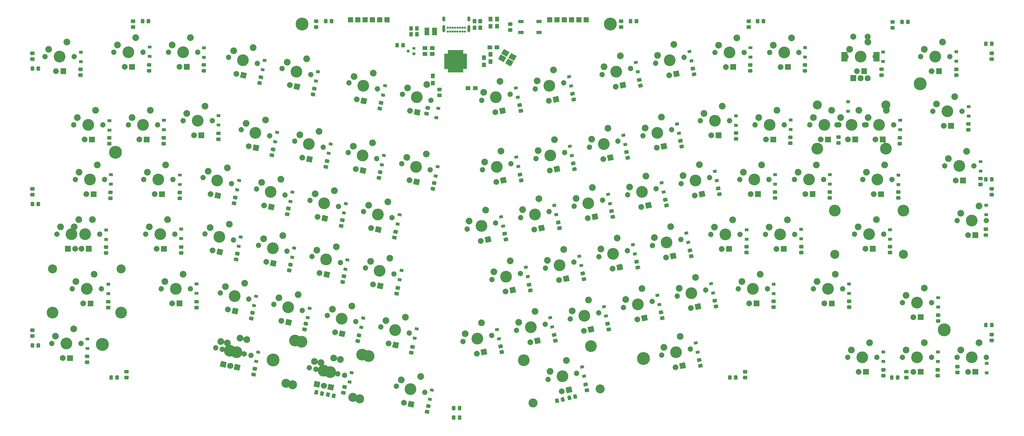
<source format=gbs>
G04 #@! TF.GenerationSoftware,KiCad,Pcbnew,(5.1.9-0-10_14)*
G04 #@! TF.CreationDate,2021-10-06T08:57:29-07:00*
G04 #@! TF.ProjectId,adelheid,6164656c-6865-4696-942e-6b696361645f,2.0*
G04 #@! TF.SameCoordinates,Original*
G04 #@! TF.FileFunction,Soldermask,Bot*
G04 #@! TF.FilePolarity,Negative*
%FSLAX46Y46*%
G04 Gerber Fmt 4.6, Leading zero omitted, Abs format (unit mm)*
G04 Created by KiCad (PCBNEW (5.1.9-0-10_14)) date 2021-10-06 08:57:29*
%MOMM*%
%LPD*%
G01*
G04 APERTURE LIST*
%ADD10C,4.089800*%
%ADD11C,3.150000*%
%ADD12C,1.852000*%
%ADD13C,2.007000*%
%ADD14C,2.352000*%
%ADD15C,2.102000*%
%ADD16C,0.752000*%
%ADD17O,1.002000X2.502000*%
%ADD18O,1.002000X1.802000*%
%ADD19C,4.502000*%
%ADD20C,0.100000*%
G04 APERTURE END LIST*
G36*
G01*
X172659999Y-38243000D02*
X177860001Y-38243000D01*
G75*
G02*
X177911000Y-38293999I0J-50999D01*
G01*
X177911000Y-43494001D01*
G75*
G02*
X177860001Y-43545000I-50999J0D01*
G01*
X172659999Y-43545000D01*
G75*
G02*
X172609000Y-43494001I0J50999D01*
G01*
X172609000Y-38293999D01*
G75*
G02*
X172659999Y-38243000I50999J0D01*
G01*
G37*
G36*
G01*
X172589860Y-43698000D02*
X172930140Y-43698000D01*
G75*
G02*
X172941000Y-43708860I0J-10860D01*
G01*
X172941000Y-44799140D01*
G75*
G02*
X172930140Y-44810000I-10860J0D01*
G01*
X172589860Y-44810000D01*
G75*
G02*
X172579000Y-44799140I0J10860D01*
G01*
X172579000Y-43708860D01*
G75*
G02*
X172589860Y-43698000I10860J0D01*
G01*
G37*
G36*
G01*
X173089860Y-43698000D02*
X173430140Y-43698000D01*
G75*
G02*
X173441000Y-43708860I0J-10860D01*
G01*
X173441000Y-44799140D01*
G75*
G02*
X173430140Y-44810000I-10860J0D01*
G01*
X173089860Y-44810000D01*
G75*
G02*
X173079000Y-44799140I0J10860D01*
G01*
X173079000Y-43708860D01*
G75*
G02*
X173089860Y-43698000I10860J0D01*
G01*
G37*
G36*
G01*
X173589860Y-43698000D02*
X173930140Y-43698000D01*
G75*
G02*
X173941000Y-43708860I0J-10860D01*
G01*
X173941000Y-44799140D01*
G75*
G02*
X173930140Y-44810000I-10860J0D01*
G01*
X173589860Y-44810000D01*
G75*
G02*
X173579000Y-44799140I0J10860D01*
G01*
X173579000Y-43708860D01*
G75*
G02*
X173589860Y-43698000I10860J0D01*
G01*
G37*
G36*
G01*
X174089860Y-43698000D02*
X174430140Y-43698000D01*
G75*
G02*
X174441000Y-43708860I0J-10860D01*
G01*
X174441000Y-44799140D01*
G75*
G02*
X174430140Y-44810000I-10860J0D01*
G01*
X174089860Y-44810000D01*
G75*
G02*
X174079000Y-44799140I0J10860D01*
G01*
X174079000Y-43708860D01*
G75*
G02*
X174089860Y-43698000I10860J0D01*
G01*
G37*
G36*
G01*
X174589860Y-43698000D02*
X174930140Y-43698000D01*
G75*
G02*
X174941000Y-43708860I0J-10860D01*
G01*
X174941000Y-44799140D01*
G75*
G02*
X174930140Y-44810000I-10860J0D01*
G01*
X174589860Y-44810000D01*
G75*
G02*
X174579000Y-44799140I0J10860D01*
G01*
X174579000Y-43708860D01*
G75*
G02*
X174589860Y-43698000I10860J0D01*
G01*
G37*
G36*
G01*
X175089860Y-43698000D02*
X175430140Y-43698000D01*
G75*
G02*
X175441000Y-43708860I0J-10860D01*
G01*
X175441000Y-44799140D01*
G75*
G02*
X175430140Y-44810000I-10860J0D01*
G01*
X175089860Y-44810000D01*
G75*
G02*
X175079000Y-44799140I0J10860D01*
G01*
X175079000Y-43708860D01*
G75*
G02*
X175089860Y-43698000I10860J0D01*
G01*
G37*
G36*
G01*
X175589860Y-43698000D02*
X175930140Y-43698000D01*
G75*
G02*
X175941000Y-43708860I0J-10860D01*
G01*
X175941000Y-44799140D01*
G75*
G02*
X175930140Y-44810000I-10860J0D01*
G01*
X175589860Y-44810000D01*
G75*
G02*
X175579000Y-44799140I0J10860D01*
G01*
X175579000Y-43708860D01*
G75*
G02*
X175589860Y-43698000I10860J0D01*
G01*
G37*
G36*
G01*
X176089860Y-43698000D02*
X176430140Y-43698000D01*
G75*
G02*
X176441000Y-43708860I0J-10860D01*
G01*
X176441000Y-44799140D01*
G75*
G02*
X176430140Y-44810000I-10860J0D01*
G01*
X176089860Y-44810000D01*
G75*
G02*
X176079000Y-44799140I0J10860D01*
G01*
X176079000Y-43708860D01*
G75*
G02*
X176089860Y-43698000I10860J0D01*
G01*
G37*
G36*
G01*
X176589860Y-43698000D02*
X176930140Y-43698000D01*
G75*
G02*
X176941000Y-43708860I0J-10860D01*
G01*
X176941000Y-44799140D01*
G75*
G02*
X176930140Y-44810000I-10860J0D01*
G01*
X176589860Y-44810000D01*
G75*
G02*
X176579000Y-44799140I0J10860D01*
G01*
X176579000Y-43708860D01*
G75*
G02*
X176589860Y-43698000I10860J0D01*
G01*
G37*
G36*
G01*
X177089860Y-43698000D02*
X177430140Y-43698000D01*
G75*
G02*
X177441000Y-43708860I0J-10860D01*
G01*
X177441000Y-44799140D01*
G75*
G02*
X177430140Y-44810000I-10860J0D01*
G01*
X177089860Y-44810000D01*
G75*
G02*
X177079000Y-44799140I0J10860D01*
G01*
X177079000Y-43708860D01*
G75*
G02*
X177089860Y-43698000I10860J0D01*
G01*
G37*
G36*
G01*
X177589860Y-43698000D02*
X177930140Y-43698000D01*
G75*
G02*
X177941000Y-43708860I0J-10860D01*
G01*
X177941000Y-44799140D01*
G75*
G02*
X177930140Y-44810000I-10860J0D01*
G01*
X177589860Y-44810000D01*
G75*
G02*
X177579000Y-44799140I0J10860D01*
G01*
X177579000Y-43708860D01*
G75*
G02*
X177589860Y-43698000I10860J0D01*
G01*
G37*
G36*
G01*
X177589860Y-36978000D02*
X177930140Y-36978000D01*
G75*
G02*
X177941000Y-36988860I0J-10860D01*
G01*
X177941000Y-38079140D01*
G75*
G02*
X177930140Y-38090000I-10860J0D01*
G01*
X177589860Y-38090000D01*
G75*
G02*
X177579000Y-38079140I0J10860D01*
G01*
X177579000Y-36988860D01*
G75*
G02*
X177589860Y-36978000I10860J0D01*
G01*
G37*
G36*
G01*
X177089860Y-36978000D02*
X177430140Y-36978000D01*
G75*
G02*
X177441000Y-36988860I0J-10860D01*
G01*
X177441000Y-38079140D01*
G75*
G02*
X177430140Y-38090000I-10860J0D01*
G01*
X177089860Y-38090000D01*
G75*
G02*
X177079000Y-38079140I0J10860D01*
G01*
X177079000Y-36988860D01*
G75*
G02*
X177089860Y-36978000I10860J0D01*
G01*
G37*
G36*
G01*
X176589860Y-36978000D02*
X176930140Y-36978000D01*
G75*
G02*
X176941000Y-36988860I0J-10860D01*
G01*
X176941000Y-38079140D01*
G75*
G02*
X176930140Y-38090000I-10860J0D01*
G01*
X176589860Y-38090000D01*
G75*
G02*
X176579000Y-38079140I0J10860D01*
G01*
X176579000Y-36988860D01*
G75*
G02*
X176589860Y-36978000I10860J0D01*
G01*
G37*
G36*
G01*
X176089860Y-36978000D02*
X176430140Y-36978000D01*
G75*
G02*
X176441000Y-36988860I0J-10860D01*
G01*
X176441000Y-38079140D01*
G75*
G02*
X176430140Y-38090000I-10860J0D01*
G01*
X176089860Y-38090000D01*
G75*
G02*
X176079000Y-38079140I0J10860D01*
G01*
X176079000Y-36988860D01*
G75*
G02*
X176089860Y-36978000I10860J0D01*
G01*
G37*
G36*
G01*
X175589860Y-36978000D02*
X175930140Y-36978000D01*
G75*
G02*
X175941000Y-36988860I0J-10860D01*
G01*
X175941000Y-38079140D01*
G75*
G02*
X175930140Y-38090000I-10860J0D01*
G01*
X175589860Y-38090000D01*
G75*
G02*
X175579000Y-38079140I0J10860D01*
G01*
X175579000Y-36988860D01*
G75*
G02*
X175589860Y-36978000I10860J0D01*
G01*
G37*
G36*
G01*
X175089860Y-36978000D02*
X175430140Y-36978000D01*
G75*
G02*
X175441000Y-36988860I0J-10860D01*
G01*
X175441000Y-38079140D01*
G75*
G02*
X175430140Y-38090000I-10860J0D01*
G01*
X175089860Y-38090000D01*
G75*
G02*
X175079000Y-38079140I0J10860D01*
G01*
X175079000Y-36988860D01*
G75*
G02*
X175089860Y-36978000I10860J0D01*
G01*
G37*
G36*
G01*
X174589860Y-36978000D02*
X174930140Y-36978000D01*
G75*
G02*
X174941000Y-36988860I0J-10860D01*
G01*
X174941000Y-38079140D01*
G75*
G02*
X174930140Y-38090000I-10860J0D01*
G01*
X174589860Y-38090000D01*
G75*
G02*
X174579000Y-38079140I0J10860D01*
G01*
X174579000Y-36988860D01*
G75*
G02*
X174589860Y-36978000I10860J0D01*
G01*
G37*
G36*
G01*
X174089860Y-36978000D02*
X174430140Y-36978000D01*
G75*
G02*
X174441000Y-36988860I0J-10860D01*
G01*
X174441000Y-38079140D01*
G75*
G02*
X174430140Y-38090000I-10860J0D01*
G01*
X174089860Y-38090000D01*
G75*
G02*
X174079000Y-38079140I0J10860D01*
G01*
X174079000Y-36988860D01*
G75*
G02*
X174089860Y-36978000I10860J0D01*
G01*
G37*
G36*
G01*
X173589860Y-36978000D02*
X173930140Y-36978000D01*
G75*
G02*
X173941000Y-36988860I0J-10860D01*
G01*
X173941000Y-38079140D01*
G75*
G02*
X173930140Y-38090000I-10860J0D01*
G01*
X173589860Y-38090000D01*
G75*
G02*
X173579000Y-38079140I0J10860D01*
G01*
X173579000Y-36988860D01*
G75*
G02*
X173589860Y-36978000I10860J0D01*
G01*
G37*
G36*
G01*
X173089860Y-36978000D02*
X173430140Y-36978000D01*
G75*
G02*
X173441000Y-36988860I0J-10860D01*
G01*
X173441000Y-38079140D01*
G75*
G02*
X173430140Y-38090000I-10860J0D01*
G01*
X173089860Y-38090000D01*
G75*
G02*
X173079000Y-38079140I0J10860D01*
G01*
X173079000Y-36988860D01*
G75*
G02*
X173089860Y-36978000I10860J0D01*
G01*
G37*
G36*
G01*
X172589860Y-36978000D02*
X172930140Y-36978000D01*
G75*
G02*
X172941000Y-36988860I0J-10860D01*
G01*
X172941000Y-38079140D01*
G75*
G02*
X172930140Y-38090000I-10860J0D01*
G01*
X172589860Y-38090000D01*
G75*
G02*
X172579000Y-38079140I0J10860D01*
G01*
X172579000Y-36988860D01*
G75*
G02*
X172589860Y-36978000I10860J0D01*
G01*
G37*
G36*
G01*
X171391060Y-38213000D02*
X172408940Y-38213000D01*
G75*
G02*
X172456000Y-38260060I0J-47060D01*
G01*
X172456000Y-38527940D01*
G75*
G02*
X172408940Y-38575000I-47060J0D01*
G01*
X171391060Y-38575000D01*
G75*
G02*
X171344000Y-38527940I0J47060D01*
G01*
X171344000Y-38260060D01*
G75*
G02*
X171391060Y-38213000I47060J0D01*
G01*
G37*
G36*
G01*
X171391060Y-38713000D02*
X172408940Y-38713000D01*
G75*
G02*
X172456000Y-38760060I0J-47060D01*
G01*
X172456000Y-39027940D01*
G75*
G02*
X172408940Y-39075000I-47060J0D01*
G01*
X171391060Y-39075000D01*
G75*
G02*
X171344000Y-39027940I0J47060D01*
G01*
X171344000Y-38760060D01*
G75*
G02*
X171391060Y-38713000I47060J0D01*
G01*
G37*
G36*
G01*
X171391060Y-39213000D02*
X172408940Y-39213000D01*
G75*
G02*
X172456000Y-39260060I0J-47060D01*
G01*
X172456000Y-39527940D01*
G75*
G02*
X172408940Y-39575000I-47060J0D01*
G01*
X171391060Y-39575000D01*
G75*
G02*
X171344000Y-39527940I0J47060D01*
G01*
X171344000Y-39260060D01*
G75*
G02*
X171391060Y-39213000I47060J0D01*
G01*
G37*
G36*
G01*
X171391060Y-39713000D02*
X172408940Y-39713000D01*
G75*
G02*
X172456000Y-39760060I0J-47060D01*
G01*
X172456000Y-40027940D01*
G75*
G02*
X172408940Y-40075000I-47060J0D01*
G01*
X171391060Y-40075000D01*
G75*
G02*
X171344000Y-40027940I0J47060D01*
G01*
X171344000Y-39760060D01*
G75*
G02*
X171391060Y-39713000I47060J0D01*
G01*
G37*
G36*
G01*
X171391060Y-40213000D02*
X172408940Y-40213000D01*
G75*
G02*
X172456000Y-40260060I0J-47060D01*
G01*
X172456000Y-40527940D01*
G75*
G02*
X172408940Y-40575000I-47060J0D01*
G01*
X171391060Y-40575000D01*
G75*
G02*
X171344000Y-40527940I0J47060D01*
G01*
X171344000Y-40260060D01*
G75*
G02*
X171391060Y-40213000I47060J0D01*
G01*
G37*
G36*
G01*
X171391060Y-40713000D02*
X172408940Y-40713000D01*
G75*
G02*
X172456000Y-40760060I0J-47060D01*
G01*
X172456000Y-41027940D01*
G75*
G02*
X172408940Y-41075000I-47060J0D01*
G01*
X171391060Y-41075000D01*
G75*
G02*
X171344000Y-41027940I0J47060D01*
G01*
X171344000Y-40760060D01*
G75*
G02*
X171391060Y-40713000I47060J0D01*
G01*
G37*
G36*
G01*
X171391060Y-41213000D02*
X172408940Y-41213000D01*
G75*
G02*
X172456000Y-41260060I0J-47060D01*
G01*
X172456000Y-41527940D01*
G75*
G02*
X172408940Y-41575000I-47060J0D01*
G01*
X171391060Y-41575000D01*
G75*
G02*
X171344000Y-41527940I0J47060D01*
G01*
X171344000Y-41260060D01*
G75*
G02*
X171391060Y-41213000I47060J0D01*
G01*
G37*
G36*
G01*
X171391060Y-41713000D02*
X172408940Y-41713000D01*
G75*
G02*
X172456000Y-41760060I0J-47060D01*
G01*
X172456000Y-42027940D01*
G75*
G02*
X172408940Y-42075000I-47060J0D01*
G01*
X171391060Y-42075000D01*
G75*
G02*
X171344000Y-42027940I0J47060D01*
G01*
X171344000Y-41760060D01*
G75*
G02*
X171391060Y-41713000I47060J0D01*
G01*
G37*
G36*
G01*
X171391060Y-42213000D02*
X172408940Y-42213000D01*
G75*
G02*
X172456000Y-42260060I0J-47060D01*
G01*
X172456000Y-42527940D01*
G75*
G02*
X172408940Y-42575000I-47060J0D01*
G01*
X171391060Y-42575000D01*
G75*
G02*
X171344000Y-42527940I0J47060D01*
G01*
X171344000Y-42260060D01*
G75*
G02*
X171391060Y-42213000I47060J0D01*
G01*
G37*
G36*
G01*
X171391060Y-42713000D02*
X172408940Y-42713000D01*
G75*
G02*
X172456000Y-42760060I0J-47060D01*
G01*
X172456000Y-43027940D01*
G75*
G02*
X172408940Y-43075000I-47060J0D01*
G01*
X171391060Y-43075000D01*
G75*
G02*
X171344000Y-43027940I0J47060D01*
G01*
X171344000Y-42760060D01*
G75*
G02*
X171391060Y-42713000I47060J0D01*
G01*
G37*
G36*
G01*
X171391060Y-43213000D02*
X172408940Y-43213000D01*
G75*
G02*
X172456000Y-43260060I0J-47060D01*
G01*
X172456000Y-43527940D01*
G75*
G02*
X172408940Y-43575000I-47060J0D01*
G01*
X171391060Y-43575000D01*
G75*
G02*
X171344000Y-43527940I0J47060D01*
G01*
X171344000Y-43260060D01*
G75*
G02*
X171391060Y-43213000I47060J0D01*
G01*
G37*
G36*
G01*
X178111060Y-43213000D02*
X179128940Y-43213000D01*
G75*
G02*
X179176000Y-43260060I0J-47060D01*
G01*
X179176000Y-43527940D01*
G75*
G02*
X179128940Y-43575000I-47060J0D01*
G01*
X178111060Y-43575000D01*
G75*
G02*
X178064000Y-43527940I0J47060D01*
G01*
X178064000Y-43260060D01*
G75*
G02*
X178111060Y-43213000I47060J0D01*
G01*
G37*
G36*
G01*
X178111060Y-42713000D02*
X179128940Y-42713000D01*
G75*
G02*
X179176000Y-42760060I0J-47060D01*
G01*
X179176000Y-43027940D01*
G75*
G02*
X179128940Y-43075000I-47060J0D01*
G01*
X178111060Y-43075000D01*
G75*
G02*
X178064000Y-43027940I0J47060D01*
G01*
X178064000Y-42760060D01*
G75*
G02*
X178111060Y-42713000I47060J0D01*
G01*
G37*
G36*
G01*
X178111060Y-42213000D02*
X179128940Y-42213000D01*
G75*
G02*
X179176000Y-42260060I0J-47060D01*
G01*
X179176000Y-42527940D01*
G75*
G02*
X179128940Y-42575000I-47060J0D01*
G01*
X178111060Y-42575000D01*
G75*
G02*
X178064000Y-42527940I0J47060D01*
G01*
X178064000Y-42260060D01*
G75*
G02*
X178111060Y-42213000I47060J0D01*
G01*
G37*
G36*
G01*
X178111060Y-41713000D02*
X179128940Y-41713000D01*
G75*
G02*
X179176000Y-41760060I0J-47060D01*
G01*
X179176000Y-42027940D01*
G75*
G02*
X179128940Y-42075000I-47060J0D01*
G01*
X178111060Y-42075000D01*
G75*
G02*
X178064000Y-42027940I0J47060D01*
G01*
X178064000Y-41760060D01*
G75*
G02*
X178111060Y-41713000I47060J0D01*
G01*
G37*
G36*
G01*
X178111060Y-41213000D02*
X179128940Y-41213000D01*
G75*
G02*
X179176000Y-41260060I0J-47060D01*
G01*
X179176000Y-41527940D01*
G75*
G02*
X179128940Y-41575000I-47060J0D01*
G01*
X178111060Y-41575000D01*
G75*
G02*
X178064000Y-41527940I0J47060D01*
G01*
X178064000Y-41260060D01*
G75*
G02*
X178111060Y-41213000I47060J0D01*
G01*
G37*
G36*
G01*
X178111060Y-40713000D02*
X179128940Y-40713000D01*
G75*
G02*
X179176000Y-40760060I0J-47060D01*
G01*
X179176000Y-41027940D01*
G75*
G02*
X179128940Y-41075000I-47060J0D01*
G01*
X178111060Y-41075000D01*
G75*
G02*
X178064000Y-41027940I0J47060D01*
G01*
X178064000Y-40760060D01*
G75*
G02*
X178111060Y-40713000I47060J0D01*
G01*
G37*
G36*
G01*
X178111060Y-40213000D02*
X179128940Y-40213000D01*
G75*
G02*
X179176000Y-40260060I0J-47060D01*
G01*
X179176000Y-40527940D01*
G75*
G02*
X179128940Y-40575000I-47060J0D01*
G01*
X178111060Y-40575000D01*
G75*
G02*
X178064000Y-40527940I0J47060D01*
G01*
X178064000Y-40260060D01*
G75*
G02*
X178111060Y-40213000I47060J0D01*
G01*
G37*
G36*
G01*
X178111060Y-39713000D02*
X179128940Y-39713000D01*
G75*
G02*
X179176000Y-39760060I0J-47060D01*
G01*
X179176000Y-40027940D01*
G75*
G02*
X179128940Y-40075000I-47060J0D01*
G01*
X178111060Y-40075000D01*
G75*
G02*
X178064000Y-40027940I0J47060D01*
G01*
X178064000Y-39760060D01*
G75*
G02*
X178111060Y-39713000I47060J0D01*
G01*
G37*
G36*
G01*
X178111060Y-39213000D02*
X179128940Y-39213000D01*
G75*
G02*
X179176000Y-39260060I0J-47060D01*
G01*
X179176000Y-39527940D01*
G75*
G02*
X179128940Y-39575000I-47060J0D01*
G01*
X178111060Y-39575000D01*
G75*
G02*
X178064000Y-39527940I0J47060D01*
G01*
X178064000Y-39260060D01*
G75*
G02*
X178111060Y-39213000I47060J0D01*
G01*
G37*
G36*
G01*
X178111060Y-38713000D02*
X179128940Y-38713000D01*
G75*
G02*
X179176000Y-38760060I0J-47060D01*
G01*
X179176000Y-39027940D01*
G75*
G02*
X179128940Y-39075000I-47060J0D01*
G01*
X178111060Y-39075000D01*
G75*
G02*
X178064000Y-39027940I0J47060D01*
G01*
X178064000Y-38760060D01*
G75*
G02*
X178111060Y-38713000I47060J0D01*
G01*
G37*
G36*
G01*
X178111060Y-38213000D02*
X179128940Y-38213000D01*
G75*
G02*
X179176000Y-38260060I0J-47060D01*
G01*
X179176000Y-38527940D01*
G75*
G02*
X179128940Y-38575000I-47060J0D01*
G01*
X178111060Y-38575000D01*
G75*
G02*
X178064000Y-38527940I0J47060D01*
G01*
X178064000Y-38260060D01*
G75*
G02*
X178111060Y-38213000I47060J0D01*
G01*
G37*
D10*
X145028937Y-143670541D03*
X121674685Y-138706442D03*
D11*
X141860363Y-158577511D03*
X118506111Y-153613411D03*
D12*
X136604490Y-150319291D03*
X126666510Y-148206909D03*
G36*
G01*
X130641949Y-155219185D02*
X131038020Y-153355814D01*
G75*
G02*
X131098509Y-153316531I49886J-10603D01*
G01*
X132961880Y-153712602D01*
G75*
G02*
X133001163Y-153773091I-10603J-49886D01*
G01*
X132605092Y-155636462D01*
G75*
G02*
X132544603Y-155675745I-49886J10603D01*
G01*
X130681232Y-155279674D01*
G75*
G02*
X130641949Y-155219185I10603J49886D01*
G01*
G37*
D13*
X129337061Y-153968042D03*
D14*
X128436853Y-145986462D03*
D10*
X131635500Y-149263100D03*
D14*
X135176186Y-144822206D03*
D10*
X142707377Y-143175241D03*
X119353125Y-138211142D03*
D11*
X139538803Y-158082211D03*
X116184551Y-153118111D03*
D12*
X134282930Y-149823991D03*
X124344950Y-147711609D03*
G36*
G01*
X125835894Y-154195789D02*
X126231965Y-152332418D01*
G75*
G02*
X126292454Y-152293135I49886J-10603D01*
G01*
X128155825Y-152689206D01*
G75*
G02*
X128195108Y-152749695I-10603J-49886D01*
G01*
X127799037Y-154613066D01*
G75*
G02*
X127738548Y-154652349I-49886J10603D01*
G01*
X125875177Y-154256278D01*
G75*
G02*
X125835894Y-154195789I10603J49886D01*
G01*
G37*
D13*
X129499996Y-154000838D03*
D14*
X126115293Y-145491162D03*
D10*
X129313940Y-148767800D03*
D14*
X132854626Y-144326906D03*
D12*
X101666790Y-142884711D03*
X91728810Y-140772329D03*
G36*
G01*
X93219754Y-147256509D02*
X93615825Y-145393138D01*
G75*
G02*
X93676314Y-145353855I49886J-10603D01*
G01*
X95539685Y-145749926D01*
G75*
G02*
X95578968Y-145810415I-10603J-49886D01*
G01*
X95182897Y-147673786D01*
G75*
G02*
X95122408Y-147713069I-49886J10603D01*
G01*
X93259037Y-147316998D01*
G75*
G02*
X93219754Y-147256509I10603J49886D01*
G01*
G37*
D13*
X96883856Y-147061558D03*
D14*
X93499153Y-138551882D03*
D10*
X96697800Y-141828520D03*
D14*
X100238486Y-137387626D03*
D15*
X318755400Y-32293800D03*
X313755400Y-32293800D03*
G36*
G01*
X322855400Y-40944800D02*
X320855400Y-40944800D01*
G75*
G02*
X320804400Y-40893800I0J51000D01*
G01*
X320804400Y-37693800D01*
G75*
G02*
X320855400Y-37642800I51000J0D01*
G01*
X322855400Y-37642800D01*
G75*
G02*
X322906400Y-37693800I0J-51000D01*
G01*
X322906400Y-40893800D01*
G75*
G02*
X322855400Y-40944800I-51000J0D01*
G01*
G37*
G36*
G01*
X311655400Y-40944800D02*
X309655400Y-40944800D01*
G75*
G02*
X309604400Y-40893800I0J51000D01*
G01*
X309604400Y-37693800D01*
G75*
G02*
X309655400Y-37642800I51000J0D01*
G01*
X311655400Y-37642800D01*
G75*
G02*
X311706400Y-37693800I0J-51000D01*
G01*
X311706400Y-40893800D01*
G75*
G02*
X311655400Y-40944800I-51000J0D01*
G01*
G37*
X318755400Y-46793800D03*
X316255400Y-46793800D03*
G36*
G01*
X314755400Y-47844800D02*
X312755400Y-47844800D01*
G75*
G02*
X312704400Y-47793800I0J51000D01*
G01*
X312704400Y-45793800D01*
G75*
G02*
X312755400Y-45742800I51000J0D01*
G01*
X314755400Y-45742800D01*
G75*
G02*
X314806400Y-45793800I0J-51000D01*
G01*
X314806400Y-47793800D01*
G75*
G02*
X314755400Y-47844800I-51000J0D01*
G01*
G37*
G36*
G01*
X183229000Y-29689752D02*
X183229000Y-28730248D01*
G75*
G02*
X183500248Y-28459000I271248J0D01*
G01*
X184259752Y-28459000D01*
G75*
G02*
X184531000Y-28730248I0J-271248D01*
G01*
X184531000Y-29689752D01*
G75*
G02*
X184259752Y-29961000I-271248J0D01*
G01*
X183500248Y-29961000D01*
G75*
G02*
X183229000Y-29689752I0J271248D01*
G01*
G37*
G36*
G01*
X181229000Y-29689752D02*
X181229000Y-28730248D01*
G75*
G02*
X181500248Y-28459000I271248J0D01*
G01*
X182259752Y-28459000D01*
G75*
G02*
X182531000Y-28730248I0J-271248D01*
G01*
X182531000Y-29689752D01*
G75*
G02*
X182259752Y-29961000I-271248J0D01*
G01*
X181500248Y-29961000D01*
G75*
G02*
X181229000Y-29689752I0J271248D01*
G01*
G37*
G36*
G01*
X183213000Y-27403752D02*
X183213000Y-26444248D01*
G75*
G02*
X183484248Y-26173000I271248J0D01*
G01*
X184243752Y-26173000D01*
G75*
G02*
X184515000Y-26444248I0J-271248D01*
G01*
X184515000Y-27403752D01*
G75*
G02*
X184243752Y-27675000I-271248J0D01*
G01*
X183484248Y-27675000D01*
G75*
G02*
X183213000Y-27403752I0J271248D01*
G01*
G37*
G36*
G01*
X181213000Y-27403752D02*
X181213000Y-26444248D01*
G75*
G02*
X181484248Y-26173000I271248J0D01*
G01*
X182243752Y-26173000D01*
G75*
G02*
X182515000Y-26444248I0J-271248D01*
G01*
X182515000Y-27403752D01*
G75*
G02*
X182243752Y-27675000I-271248J0D01*
G01*
X181484248Y-27675000D01*
G75*
G02*
X181213000Y-27403752I0J271248D01*
G01*
G37*
D16*
X174251700Y-30535000D03*
X172551700Y-30535000D03*
X173401700Y-30535000D03*
X175101700Y-30535000D03*
X175951700Y-30535000D03*
X176801700Y-30535000D03*
X177651700Y-30535000D03*
X178501700Y-30535000D03*
X172551700Y-29210000D03*
X173406700Y-29210000D03*
X174256700Y-29210000D03*
X175106700Y-29210000D03*
X175956700Y-29210000D03*
X176806700Y-29210000D03*
X177656700Y-29210000D03*
X178506700Y-29210000D03*
D17*
X171201700Y-29555000D03*
X179851700Y-29555000D03*
D18*
X171201700Y-26175000D03*
X179851700Y-26175000D03*
D12*
X187820220Y-136489258D03*
X177882240Y-138601640D03*
G36*
G01*
X184366133Y-143390715D02*
X183970062Y-141527344D01*
G75*
G02*
X184009345Y-141466855I49886J10603D01*
G01*
X185872716Y-141070784D01*
G75*
G02*
X185933205Y-141110067I10603J-49886D01*
G01*
X186329276Y-142973438D01*
G75*
G02*
X186289993Y-143033927I-49886J-10603D01*
G01*
X184426622Y-143429998D01*
G75*
G02*
X184366133Y-143390715I-10603J49886D01*
G01*
G37*
D13*
X182665174Y-142778487D03*
D14*
X178596392Y-135853098D03*
D10*
X182851230Y-137545449D03*
D14*
X184279534Y-132048363D03*
D12*
X303377600Y-82130900D03*
X293217600Y-82130900D03*
G36*
G01*
X298564100Y-88163400D02*
X298564100Y-86258400D01*
G75*
G02*
X298615100Y-86207400I51000J0D01*
G01*
X300520100Y-86207400D01*
G75*
G02*
X300571100Y-86258400I0J-51000D01*
G01*
X300571100Y-88163400D01*
G75*
G02*
X300520100Y-88214400I-51000J0D01*
G01*
X298615100Y-88214400D01*
G75*
G02*
X298564100Y-88163400I0J51000D01*
G01*
G37*
D13*
X297027600Y-87210900D03*
D14*
X294487600Y-79590900D03*
D10*
X298297600Y-82130900D03*
D14*
X300837600Y-77050900D03*
G36*
G01*
X191542093Y-140817008D02*
X190603557Y-141016501D01*
G75*
G02*
X190281840Y-140807576I-56396J265321D01*
G01*
X190123930Y-140064669D01*
G75*
G02*
X190332855Y-139742952I265321J56396D01*
G01*
X191271391Y-139543459D01*
G75*
G02*
X191593108Y-139752384I56396J-265321D01*
G01*
X191751018Y-140495291D01*
G75*
G02*
X191542093Y-140817008I-265321J-56396D01*
G01*
G37*
G36*
G01*
X191957917Y-142773304D02*
X191019381Y-142972797D01*
G75*
G02*
X190697664Y-142763872I-56396J265321D01*
G01*
X190539754Y-142020965D01*
G75*
G02*
X190748679Y-141699248I265321J56396D01*
G01*
X191687215Y-141499755D01*
G75*
G02*
X192008932Y-141708680I56396J-265321D01*
G01*
X192166842Y-142451587D01*
G75*
G02*
X191957917Y-142773304I-265321J-56396D01*
G01*
G37*
X315722000Y-58000900D03*
D10*
X313182000Y-63080900D03*
D14*
X309372000Y-60540900D03*
D13*
X311912000Y-68160900D03*
G36*
G01*
X313448500Y-69113400D02*
X313448500Y-67208400D01*
G75*
G02*
X313499500Y-67157400I51000J0D01*
G01*
X315404500Y-67157400D01*
G75*
G02*
X315455500Y-67208400I0J-51000D01*
G01*
X315455500Y-69113400D01*
G75*
G02*
X315404500Y-69164400I-51000J0D01*
G01*
X313499500Y-69164400D01*
G75*
G02*
X313448500Y-69113400I0J51000D01*
G01*
G37*
D12*
X308102000Y-63080900D03*
X318262000Y-63080900D03*
D11*
X301244000Y-56095900D03*
X325120000Y-56095900D03*
D10*
X301244000Y-71335900D03*
X325120000Y-71335900D03*
G36*
G01*
X190384383Y-134792049D02*
X189210606Y-135041543D01*
G75*
G02*
X189150117Y-135002260I-10603J49886D01*
G01*
X188962996Y-134121928D01*
G75*
G02*
X189002279Y-134061439I49886J10603D01*
G01*
X190176056Y-133811945D01*
G75*
G02*
X190236545Y-133851228I10603J-49886D01*
G01*
X190423666Y-134731560D01*
G75*
G02*
X190384383Y-134792049I-49886J-10603D01*
G01*
G37*
G36*
G01*
X191070491Y-138019937D02*
X189896714Y-138269431D01*
G75*
G02*
X189836225Y-138230148I-10603J49886D01*
G01*
X189649104Y-137349816D01*
G75*
G02*
X189688387Y-137289327I49886J10603D01*
G01*
X190862164Y-137039833D01*
G75*
G02*
X190922653Y-137079116I10603J-49886D01*
G01*
X191109774Y-137959448D01*
G75*
G02*
X191070491Y-138019937I-49886J-10603D01*
G01*
G37*
G36*
G01*
X63470828Y-27550000D02*
X62513172Y-27550000D01*
G75*
G02*
X62241000Y-27277828I0J272172D01*
G01*
X62241000Y-26570172D01*
G75*
G02*
X62513172Y-26298000I272172J0D01*
G01*
X63470828Y-26298000D01*
G75*
G02*
X63743000Y-26570172I0J-272172D01*
G01*
X63743000Y-27277828D01*
G75*
G02*
X63470828Y-27550000I-272172J0D01*
G01*
G37*
G36*
G01*
X63470828Y-29600000D02*
X62513172Y-29600000D01*
G75*
G02*
X62241000Y-29327828I0J272172D01*
G01*
X62241000Y-28620172D01*
G75*
G02*
X62513172Y-28348000I272172J0D01*
G01*
X63470828Y-28348000D01*
G75*
G02*
X63743000Y-28620172I0J-272172D01*
G01*
X63743000Y-29327828D01*
G75*
G02*
X63470828Y-29600000I-272172J0D01*
G01*
G37*
G36*
G01*
X127224828Y-27541000D02*
X126267172Y-27541000D01*
G75*
G02*
X125995000Y-27268828I0J272172D01*
G01*
X125995000Y-26561172D01*
G75*
G02*
X126267172Y-26289000I272172J0D01*
G01*
X127224828Y-26289000D01*
G75*
G02*
X127497000Y-26561172I0J-272172D01*
G01*
X127497000Y-27268828D01*
G75*
G02*
X127224828Y-27541000I-272172J0D01*
G01*
G37*
G36*
G01*
X127224828Y-29591000D02*
X126267172Y-29591000D01*
G75*
G02*
X125995000Y-29318828I0J272172D01*
G01*
X125995000Y-28611172D01*
G75*
G02*
X126267172Y-28339000I272172J0D01*
G01*
X127224828Y-28339000D01*
G75*
G02*
X127497000Y-28611172I0J-272172D01*
G01*
X127497000Y-29318828D01*
G75*
G02*
X127224828Y-29591000I-272172J0D01*
G01*
G37*
G36*
G01*
X327893828Y-27795000D02*
X326936172Y-27795000D01*
G75*
G02*
X326664000Y-27522828I0J272172D01*
G01*
X326664000Y-26815172D01*
G75*
G02*
X326936172Y-26543000I272172J0D01*
G01*
X327893828Y-26543000D01*
G75*
G02*
X328166000Y-26815172I0J-272172D01*
G01*
X328166000Y-27522828D01*
G75*
G02*
X327893828Y-27795000I-272172J0D01*
G01*
G37*
G36*
G01*
X327893828Y-29845000D02*
X326936172Y-29845000D01*
G75*
G02*
X326664000Y-29572828I0J272172D01*
G01*
X326664000Y-28865172D01*
G75*
G02*
X326936172Y-28593000I272172J0D01*
G01*
X327893828Y-28593000D01*
G75*
G02*
X328166000Y-28865172I0J-272172D01*
G01*
X328166000Y-29572828D01*
G75*
G02*
X327893828Y-29845000I-272172J0D01*
G01*
G37*
G36*
G01*
X277846828Y-27541000D02*
X276889172Y-27541000D01*
G75*
G02*
X276617000Y-27268828I0J272172D01*
G01*
X276617000Y-26561172D01*
G75*
G02*
X276889172Y-26289000I272172J0D01*
G01*
X277846828Y-26289000D01*
G75*
G02*
X278119000Y-26561172I0J-272172D01*
G01*
X278119000Y-27268828D01*
G75*
G02*
X277846828Y-27541000I-272172J0D01*
G01*
G37*
G36*
G01*
X277846828Y-29591000D02*
X276889172Y-29591000D01*
G75*
G02*
X276617000Y-29318828I0J272172D01*
G01*
X276617000Y-28611172D01*
G75*
G02*
X276889172Y-28339000I272172J0D01*
G01*
X277846828Y-28339000D01*
G75*
G02*
X278119000Y-28611172I0J-272172D01*
G01*
X278119000Y-29318828D01*
G75*
G02*
X277846828Y-29591000I-272172J0D01*
G01*
G37*
G36*
G01*
X233396828Y-27541000D02*
X232439172Y-27541000D01*
G75*
G02*
X232167000Y-27268828I0J272172D01*
G01*
X232167000Y-26561172D01*
G75*
G02*
X232439172Y-26289000I272172J0D01*
G01*
X233396828Y-26289000D01*
G75*
G02*
X233669000Y-26561172I0J-272172D01*
G01*
X233669000Y-27268828D01*
G75*
G02*
X233396828Y-27541000I-272172J0D01*
G01*
G37*
G36*
G01*
X233396828Y-29591000D02*
X232439172Y-29591000D01*
G75*
G02*
X232167000Y-29318828I0J272172D01*
G01*
X232167000Y-28611172D01*
G75*
G02*
X232439172Y-28339000I272172J0D01*
G01*
X233396828Y-28339000D01*
G75*
G02*
X233669000Y-28611172I0J-272172D01*
G01*
X233669000Y-29318828D01*
G75*
G02*
X233396828Y-29591000I-272172J0D01*
G01*
G37*
G36*
G01*
X361324000Y-35276828D02*
X361324000Y-34319172D01*
G75*
G02*
X361596172Y-34047000I272172J0D01*
G01*
X362303828Y-34047000D01*
G75*
G02*
X362576000Y-34319172I0J-272172D01*
G01*
X362576000Y-35276828D01*
G75*
G02*
X362303828Y-35549000I-272172J0D01*
G01*
X361596172Y-35549000D01*
G75*
G02*
X361324000Y-35276828I0J272172D01*
G01*
G37*
G36*
G01*
X359274000Y-35276828D02*
X359274000Y-34319172D01*
G75*
G02*
X359546172Y-34047000I272172J0D01*
G01*
X360253828Y-34047000D01*
G75*
G02*
X360526000Y-34319172I0J-272172D01*
G01*
X360526000Y-35276828D01*
G75*
G02*
X360253828Y-35549000I-272172J0D01*
G01*
X359546172Y-35549000D01*
G75*
G02*
X359274000Y-35276828I0J272172D01*
G01*
G37*
G36*
G01*
X361324000Y-82520828D02*
X361324000Y-81563172D01*
G75*
G02*
X361596172Y-81291000I272172J0D01*
G01*
X362303828Y-81291000D01*
G75*
G02*
X362576000Y-81563172I0J-272172D01*
G01*
X362576000Y-82520828D01*
G75*
G02*
X362303828Y-82793000I-272172J0D01*
G01*
X361596172Y-82793000D01*
G75*
G02*
X361324000Y-82520828I0J272172D01*
G01*
G37*
G36*
G01*
X359274000Y-82520828D02*
X359274000Y-81563172D01*
G75*
G02*
X359546172Y-81291000I272172J0D01*
G01*
X360253828Y-81291000D01*
G75*
G02*
X360526000Y-81563172I0J-272172D01*
G01*
X360526000Y-82520828D01*
G75*
G02*
X360253828Y-82793000I-272172J0D01*
G01*
X359546172Y-82793000D01*
G75*
G02*
X359274000Y-82520828I0J272172D01*
G01*
G37*
G36*
G01*
X361324000Y-133320828D02*
X361324000Y-132363172D01*
G75*
G02*
X361596172Y-132091000I272172J0D01*
G01*
X362303828Y-132091000D01*
G75*
G02*
X362576000Y-132363172I0J-272172D01*
G01*
X362576000Y-133320828D01*
G75*
G02*
X362303828Y-133593000I-272172J0D01*
G01*
X361596172Y-133593000D01*
G75*
G02*
X361324000Y-133320828I0J272172D01*
G01*
G37*
G36*
G01*
X359274000Y-133320828D02*
X359274000Y-132363172D01*
G75*
G02*
X359546172Y-132091000I272172J0D01*
G01*
X360253828Y-132091000D01*
G75*
G02*
X360526000Y-132363172I0J-272172D01*
G01*
X360526000Y-133320828D01*
G75*
G02*
X360253828Y-133593000I-272172J0D01*
G01*
X359546172Y-133593000D01*
G75*
G02*
X359274000Y-133320828I0J272172D01*
G01*
G37*
G36*
G01*
X331753172Y-150504000D02*
X332710828Y-150504000D01*
G75*
G02*
X332983000Y-150776172I0J-272172D01*
G01*
X332983000Y-151483828D01*
G75*
G02*
X332710828Y-151756000I-272172J0D01*
G01*
X331753172Y-151756000D01*
G75*
G02*
X331481000Y-151483828I0J272172D01*
G01*
X331481000Y-150776172D01*
G75*
G02*
X331753172Y-150504000I272172J0D01*
G01*
G37*
G36*
G01*
X331753172Y-148454000D02*
X332710828Y-148454000D01*
G75*
G02*
X332983000Y-148726172I0J-272172D01*
G01*
X332983000Y-149433828D01*
G75*
G02*
X332710828Y-149706000I-272172J0D01*
G01*
X331753172Y-149706000D01*
G75*
G02*
X331481000Y-149433828I0J272172D01*
G01*
X331481000Y-148726172D01*
G75*
G02*
X331753172Y-148454000I272172J0D01*
G01*
G37*
G36*
G01*
X275619172Y-150513000D02*
X276576828Y-150513000D01*
G75*
G02*
X276849000Y-150785172I0J-272172D01*
G01*
X276849000Y-151492828D01*
G75*
G02*
X276576828Y-151765000I-272172J0D01*
G01*
X275619172Y-151765000D01*
G75*
G02*
X275347000Y-151492828I0J272172D01*
G01*
X275347000Y-150785172D01*
G75*
G02*
X275619172Y-150513000I272172J0D01*
G01*
G37*
G36*
G01*
X275619172Y-148463000D02*
X276576828Y-148463000D01*
G75*
G02*
X276849000Y-148735172I0J-272172D01*
G01*
X276849000Y-149442828D01*
G75*
G02*
X276576828Y-149715000I-272172J0D01*
G01*
X275619172Y-149715000D01*
G75*
G02*
X275347000Y-149442828I0J272172D01*
G01*
X275347000Y-148735172D01*
G75*
G02*
X275619172Y-148463000I272172J0D01*
G01*
G37*
G36*
G01*
X215410165Y-157602592D02*
X215609273Y-158539320D01*
G75*
G02*
X215399637Y-158862132I-266224J-56588D01*
G01*
X214707445Y-159009262D01*
G75*
G02*
X214384633Y-158799626I-56588J266224D01*
G01*
X214185525Y-157862898D01*
G75*
G02*
X214395161Y-157540086I266224J56588D01*
G01*
X215087353Y-157392956D01*
G75*
G02*
X215410165Y-157602592I56588J-266224D01*
G01*
G37*
G36*
G01*
X217415367Y-157176374D02*
X217614475Y-158113102D01*
G75*
G02*
X217404839Y-158435914I-266224J-56588D01*
G01*
X216712647Y-158583044D01*
G75*
G02*
X216389835Y-158373408I-56588J266224D01*
G01*
X216190727Y-157436680D01*
G75*
G02*
X216400363Y-157113868I266224J56588D01*
G01*
X217092555Y-156966738D01*
G75*
G02*
X217415367Y-157176374I56588J-266224D01*
G01*
G37*
G36*
G01*
X176049000Y-162276828D02*
X176049000Y-161319172D01*
G75*
G02*
X176321172Y-161047000I272172J0D01*
G01*
X177028828Y-161047000D01*
G75*
G02*
X177301000Y-161319172I0J-272172D01*
G01*
X177301000Y-162276828D01*
G75*
G02*
X177028828Y-162549000I-272172J0D01*
G01*
X176321172Y-162549000D01*
G75*
G02*
X176049000Y-162276828I0J272172D01*
G01*
G37*
G36*
G01*
X173999000Y-162276828D02*
X173999000Y-161319172D01*
G75*
G02*
X174271172Y-161047000I272172J0D01*
G01*
X174978828Y-161047000D01*
G75*
G02*
X175251000Y-161319172I0J-272172D01*
G01*
X175251000Y-162276828D01*
G75*
G02*
X174978828Y-162549000I-272172J0D01*
G01*
X174271172Y-162549000D01*
G75*
G02*
X173999000Y-162276828I0J272172D01*
G01*
G37*
G36*
G01*
X131548672Y-156736883D02*
X131349564Y-157673611D01*
G75*
G02*
X131026752Y-157883247I-266224J56588D01*
G01*
X130334560Y-157736117D01*
G75*
G02*
X130124924Y-157413305I56588J266224D01*
G01*
X130324032Y-156476577D01*
G75*
G02*
X130646844Y-156266941I266224J-56588D01*
G01*
X131339036Y-156414071D01*
G75*
G02*
X131548672Y-156736883I-56588J-266224D01*
G01*
G37*
G36*
G01*
X133553874Y-157163101D02*
X133354766Y-158099829D01*
G75*
G02*
X133031954Y-158309465I-266224J56588D01*
G01*
X132339762Y-158162335D01*
G75*
G02*
X132130126Y-157839523I56588J266224D01*
G01*
X132329234Y-156902795D01*
G75*
G02*
X132652046Y-156693159I266224J-56588D01*
G01*
X133344238Y-156840289D01*
G75*
G02*
X133553874Y-157163101I-56588J-266224D01*
G01*
G37*
G36*
G01*
X60227172Y-150504000D02*
X61184828Y-150504000D01*
G75*
G02*
X61457000Y-150776172I0J-272172D01*
G01*
X61457000Y-151483828D01*
G75*
G02*
X61184828Y-151756000I-272172J0D01*
G01*
X60227172Y-151756000D01*
G75*
G02*
X59955000Y-151483828I0J272172D01*
G01*
X59955000Y-150776172D01*
G75*
G02*
X60227172Y-150504000I272172J0D01*
G01*
G37*
G36*
G01*
X60227172Y-148454000D02*
X61184828Y-148454000D01*
G75*
G02*
X61457000Y-148726172I0J-272172D01*
G01*
X61457000Y-149433828D01*
G75*
G02*
X61184828Y-149706000I-272172J0D01*
G01*
X60227172Y-149706000D01*
G75*
G02*
X59955000Y-149433828I0J272172D01*
G01*
X59955000Y-148726172D01*
G75*
G02*
X60227172Y-148454000I272172J0D01*
G01*
G37*
G36*
G01*
X28566000Y-139475172D02*
X28566000Y-140432828D01*
G75*
G02*
X28293828Y-140705000I-272172J0D01*
G01*
X27586172Y-140705000D01*
G75*
G02*
X27314000Y-140432828I0J272172D01*
G01*
X27314000Y-139475172D01*
G75*
G02*
X27586172Y-139203000I272172J0D01*
G01*
X28293828Y-139203000D01*
G75*
G02*
X28566000Y-139475172I0J-272172D01*
G01*
G37*
G36*
G01*
X30616000Y-139475172D02*
X30616000Y-140432828D01*
G75*
G02*
X30343828Y-140705000I-272172J0D01*
G01*
X29636172Y-140705000D01*
G75*
G02*
X29364000Y-140432828I0J272172D01*
G01*
X29364000Y-139475172D01*
G75*
G02*
X29636172Y-139203000I272172J0D01*
G01*
X30343828Y-139203000D01*
G75*
G02*
X30616000Y-139475172I0J-272172D01*
G01*
G37*
G36*
G01*
X28566000Y-90199172D02*
X28566000Y-91156828D01*
G75*
G02*
X28293828Y-91429000I-272172J0D01*
G01*
X27586172Y-91429000D01*
G75*
G02*
X27314000Y-91156828I0J272172D01*
G01*
X27314000Y-90199172D01*
G75*
G02*
X27586172Y-89927000I272172J0D01*
G01*
X28293828Y-89927000D01*
G75*
G02*
X28566000Y-90199172I0J-272172D01*
G01*
G37*
G36*
G01*
X30616000Y-90199172D02*
X30616000Y-91156828D01*
G75*
G02*
X30343828Y-91429000I-272172J0D01*
G01*
X29636172Y-91429000D01*
G75*
G02*
X29364000Y-91156828I0J272172D01*
G01*
X29364000Y-90199172D01*
G75*
G02*
X29636172Y-89927000I272172J0D01*
G01*
X30343828Y-89927000D01*
G75*
G02*
X30616000Y-90199172I0J-272172D01*
G01*
G37*
G36*
G01*
X28566000Y-42955172D02*
X28566000Y-43912828D01*
G75*
G02*
X28293828Y-44185000I-272172J0D01*
G01*
X27586172Y-44185000D01*
G75*
G02*
X27314000Y-43912828I0J272172D01*
G01*
X27314000Y-42955172D01*
G75*
G02*
X27586172Y-42683000I272172J0D01*
G01*
X28293828Y-42683000D01*
G75*
G02*
X28566000Y-42955172I0J-272172D01*
G01*
G37*
G36*
G01*
X30616000Y-42955172D02*
X30616000Y-43912828D01*
G75*
G02*
X30343828Y-44185000I-272172J0D01*
G01*
X29636172Y-44185000D01*
G75*
G02*
X29364000Y-43912828I0J272172D01*
G01*
X29364000Y-42955172D01*
G75*
G02*
X29636172Y-42683000I272172J0D01*
G01*
X30343828Y-42683000D01*
G75*
G02*
X30616000Y-42955172I0J-272172D01*
G01*
G37*
G36*
G01*
X67709000Y-27402828D02*
X67709000Y-26445172D01*
G75*
G02*
X67981172Y-26173000I272172J0D01*
G01*
X68688828Y-26173000D01*
G75*
G02*
X68961000Y-26445172I0J-272172D01*
G01*
X68961000Y-27402828D01*
G75*
G02*
X68688828Y-27675000I-272172J0D01*
G01*
X67981172Y-27675000D01*
G75*
G02*
X67709000Y-27402828I0J272172D01*
G01*
G37*
G36*
G01*
X65659000Y-27402828D02*
X65659000Y-26445172D01*
G75*
G02*
X65931172Y-26173000I272172J0D01*
G01*
X66638828Y-26173000D01*
G75*
G02*
X66911000Y-26445172I0J-272172D01*
G01*
X66911000Y-27402828D01*
G75*
G02*
X66638828Y-27675000I-272172J0D01*
G01*
X65931172Y-27675000D01*
G75*
G02*
X65659000Y-27402828I0J272172D01*
G01*
G37*
G36*
G01*
X131463000Y-27393828D02*
X131463000Y-26436172D01*
G75*
G02*
X131735172Y-26164000I272172J0D01*
G01*
X132442828Y-26164000D01*
G75*
G02*
X132715000Y-26436172I0J-272172D01*
G01*
X132715000Y-27393828D01*
G75*
G02*
X132442828Y-27666000I-272172J0D01*
G01*
X131735172Y-27666000D01*
G75*
G02*
X131463000Y-27393828I0J272172D01*
G01*
G37*
G36*
G01*
X129413000Y-27393828D02*
X129413000Y-26436172D01*
G75*
G02*
X129685172Y-26164000I272172J0D01*
G01*
X130392828Y-26164000D01*
G75*
G02*
X130665000Y-26436172I0J-272172D01*
G01*
X130665000Y-27393828D01*
G75*
G02*
X130392828Y-27666000I-272172J0D01*
G01*
X129685172Y-27666000D01*
G75*
G02*
X129413000Y-27393828I0J272172D01*
G01*
G37*
G36*
G01*
X332123000Y-27656828D02*
X332123000Y-26699172D01*
G75*
G02*
X332395172Y-26427000I272172J0D01*
G01*
X333102828Y-26427000D01*
G75*
G02*
X333375000Y-26699172I0J-272172D01*
G01*
X333375000Y-27656828D01*
G75*
G02*
X333102828Y-27929000I-272172J0D01*
G01*
X332395172Y-27929000D01*
G75*
G02*
X332123000Y-27656828I0J272172D01*
G01*
G37*
G36*
G01*
X330073000Y-27656828D02*
X330073000Y-26699172D01*
G75*
G02*
X330345172Y-26427000I272172J0D01*
G01*
X331052828Y-26427000D01*
G75*
G02*
X331325000Y-26699172I0J-272172D01*
G01*
X331325000Y-27656828D01*
G75*
G02*
X331052828Y-27929000I-272172J0D01*
G01*
X330345172Y-27929000D01*
G75*
G02*
X330073000Y-27656828I0J272172D01*
G01*
G37*
G36*
G01*
X281831000Y-27402828D02*
X281831000Y-26445172D01*
G75*
G02*
X282103172Y-26173000I272172J0D01*
G01*
X282810828Y-26173000D01*
G75*
G02*
X283083000Y-26445172I0J-272172D01*
G01*
X283083000Y-27402828D01*
G75*
G02*
X282810828Y-27675000I-272172J0D01*
G01*
X282103172Y-27675000D01*
G75*
G02*
X281831000Y-27402828I0J272172D01*
G01*
G37*
G36*
G01*
X279781000Y-27402828D02*
X279781000Y-26445172D01*
G75*
G02*
X280053172Y-26173000I272172J0D01*
G01*
X280760828Y-26173000D01*
G75*
G02*
X281033000Y-26445172I0J-272172D01*
G01*
X281033000Y-27402828D01*
G75*
G02*
X280760828Y-27675000I-272172J0D01*
G01*
X280053172Y-27675000D01*
G75*
G02*
X279781000Y-27402828I0J272172D01*
G01*
G37*
G36*
G01*
X237626000Y-27402828D02*
X237626000Y-26445172D01*
G75*
G02*
X237898172Y-26173000I272172J0D01*
G01*
X238605828Y-26173000D01*
G75*
G02*
X238878000Y-26445172I0J-272172D01*
G01*
X238878000Y-27402828D01*
G75*
G02*
X238605828Y-27675000I-272172J0D01*
G01*
X237898172Y-27675000D01*
G75*
G02*
X237626000Y-27402828I0J272172D01*
G01*
G37*
G36*
G01*
X235576000Y-27402828D02*
X235576000Y-26445172D01*
G75*
G02*
X235848172Y-26173000I272172J0D01*
G01*
X236555828Y-26173000D01*
G75*
G02*
X236828000Y-26445172I0J-272172D01*
G01*
X236828000Y-27402828D01*
G75*
G02*
X236555828Y-27675000I-272172J0D01*
G01*
X235848172Y-27675000D01*
G75*
G02*
X235576000Y-27402828I0J272172D01*
G01*
G37*
G36*
G01*
X361471172Y-39515000D02*
X362428828Y-39515000D01*
G75*
G02*
X362701000Y-39787172I0J-272172D01*
G01*
X362701000Y-40494828D01*
G75*
G02*
X362428828Y-40767000I-272172J0D01*
G01*
X361471172Y-40767000D01*
G75*
G02*
X361199000Y-40494828I0J272172D01*
G01*
X361199000Y-39787172D01*
G75*
G02*
X361471172Y-39515000I272172J0D01*
G01*
G37*
G36*
G01*
X361471172Y-37465000D02*
X362428828Y-37465000D01*
G75*
G02*
X362701000Y-37737172I0J-272172D01*
G01*
X362701000Y-38444828D01*
G75*
G02*
X362428828Y-38717000I-272172J0D01*
G01*
X361471172Y-38717000D01*
G75*
G02*
X361199000Y-38444828I0J272172D01*
G01*
X361199000Y-37737172D01*
G75*
G02*
X361471172Y-37465000I272172J0D01*
G01*
G37*
G36*
G01*
X361471172Y-86768000D02*
X362428828Y-86768000D01*
G75*
G02*
X362701000Y-87040172I0J-272172D01*
G01*
X362701000Y-87747828D01*
G75*
G02*
X362428828Y-88020000I-272172J0D01*
G01*
X361471172Y-88020000D01*
G75*
G02*
X361199000Y-87747828I0J272172D01*
G01*
X361199000Y-87040172D01*
G75*
G02*
X361471172Y-86768000I272172J0D01*
G01*
G37*
G36*
G01*
X361471172Y-84718000D02*
X362428828Y-84718000D01*
G75*
G02*
X362701000Y-84990172I0J-272172D01*
G01*
X362701000Y-85697828D01*
G75*
G02*
X362428828Y-85970000I-272172J0D01*
G01*
X361471172Y-85970000D01*
G75*
G02*
X361199000Y-85697828I0J272172D01*
G01*
X361199000Y-84990172D01*
G75*
G02*
X361471172Y-84718000I272172J0D01*
G01*
G37*
G36*
G01*
X361471172Y-137568000D02*
X362428828Y-137568000D01*
G75*
G02*
X362701000Y-137840172I0J-272172D01*
G01*
X362701000Y-138547828D01*
G75*
G02*
X362428828Y-138820000I-272172J0D01*
G01*
X361471172Y-138820000D01*
G75*
G02*
X361199000Y-138547828I0J272172D01*
G01*
X361199000Y-137840172D01*
G75*
G02*
X361471172Y-137568000I272172J0D01*
G01*
G37*
G36*
G01*
X361471172Y-135518000D02*
X362428828Y-135518000D01*
G75*
G02*
X362701000Y-135790172I0J-272172D01*
G01*
X362701000Y-136497828D01*
G75*
G02*
X362428828Y-136770000I-272172J0D01*
G01*
X361471172Y-136770000D01*
G75*
G02*
X361199000Y-136497828I0J272172D01*
G01*
X361199000Y-135790172D01*
G75*
G02*
X361471172Y-135518000I272172J0D01*
G01*
G37*
G36*
G01*
X327760000Y-150651172D02*
X327760000Y-151608828D01*
G75*
G02*
X327487828Y-151881000I-272172J0D01*
G01*
X326780172Y-151881000D01*
G75*
G02*
X326508000Y-151608828I0J272172D01*
G01*
X326508000Y-150651172D01*
G75*
G02*
X326780172Y-150379000I272172J0D01*
G01*
X327487828Y-150379000D01*
G75*
G02*
X327760000Y-150651172I0J-272172D01*
G01*
G37*
G36*
G01*
X329810000Y-150651172D02*
X329810000Y-151608828D01*
G75*
G02*
X329537828Y-151881000I-272172J0D01*
G01*
X328830172Y-151881000D01*
G75*
G02*
X328558000Y-151608828I0J272172D01*
G01*
X328558000Y-150651172D01*
G75*
G02*
X328830172Y-150379000I272172J0D01*
G01*
X329537828Y-150379000D01*
G75*
G02*
X329810000Y-150651172I0J-272172D01*
G01*
G37*
G36*
G01*
X271381000Y-150651172D02*
X271381000Y-151608828D01*
G75*
G02*
X271108828Y-151881000I-272172J0D01*
G01*
X270401172Y-151881000D01*
G75*
G02*
X270129000Y-151608828I0J272172D01*
G01*
X270129000Y-150651172D01*
G75*
G02*
X270401172Y-150379000I272172J0D01*
G01*
X271108828Y-150379000D01*
G75*
G02*
X271381000Y-150651172I0J-272172D01*
G01*
G37*
G36*
G01*
X273431000Y-150651172D02*
X273431000Y-151608828D01*
G75*
G02*
X273158828Y-151881000I-272172J0D01*
G01*
X272451172Y-151881000D01*
G75*
G02*
X272179000Y-151608828I0J272172D01*
G01*
X272179000Y-150651172D01*
G75*
G02*
X272451172Y-150379000I272172J0D01*
G01*
X273158828Y-150379000D01*
G75*
G02*
X273431000Y-150651172I0J-272172D01*
G01*
G37*
G36*
G01*
X211092165Y-158618592D02*
X211291273Y-159555320D01*
G75*
G02*
X211081637Y-159878132I-266224J-56588D01*
G01*
X210389445Y-160025262D01*
G75*
G02*
X210066633Y-159815626I-56588J266224D01*
G01*
X209867525Y-158878898D01*
G75*
G02*
X210077161Y-158556086I266224J56588D01*
G01*
X210769353Y-158408956D01*
G75*
G02*
X211092165Y-158618592I56588J-266224D01*
G01*
G37*
G36*
G01*
X213097367Y-158192374D02*
X213296475Y-159129102D01*
G75*
G02*
X213086839Y-159451914I-266224J-56588D01*
G01*
X212394647Y-159599044D01*
G75*
G02*
X212071835Y-159389408I-56588J266224D01*
G01*
X211872727Y-158452680D01*
G75*
G02*
X212082363Y-158129868I266224J56588D01*
G01*
X212774555Y-157982738D01*
G75*
G02*
X213097367Y-158192374I56588J-266224D01*
G01*
G37*
G36*
G01*
X175251000Y-164621172D02*
X175251000Y-165578828D01*
G75*
G02*
X174978828Y-165851000I-272172J0D01*
G01*
X174271172Y-165851000D01*
G75*
G02*
X173999000Y-165578828I0J272172D01*
G01*
X173999000Y-164621172D01*
G75*
G02*
X174271172Y-164349000I272172J0D01*
G01*
X174978828Y-164349000D01*
G75*
G02*
X175251000Y-164621172I0J-272172D01*
G01*
G37*
G36*
G01*
X177301000Y-164621172D02*
X177301000Y-165578828D01*
G75*
G02*
X177028828Y-165851000I-272172J0D01*
G01*
X176321172Y-165851000D01*
G75*
G02*
X176049000Y-165578828I0J272172D01*
G01*
X176049000Y-164621172D01*
G75*
G02*
X176321172Y-164349000I272172J0D01*
G01*
X177028828Y-164349000D01*
G75*
G02*
X177301000Y-164621172I0J-272172D01*
G01*
G37*
G36*
G01*
X127484672Y-155953571D02*
X127285564Y-156890299D01*
G75*
G02*
X126962752Y-157099935I-266224J56588D01*
G01*
X126270560Y-156952805D01*
G75*
G02*
X126060924Y-156629993I56588J266224D01*
G01*
X126260032Y-155693265D01*
G75*
G02*
X126582844Y-155483629I266224J-56588D01*
G01*
X127275036Y-155630759D01*
G75*
G02*
X127484672Y-155953571I-56588J-266224D01*
G01*
G37*
G36*
G01*
X129489874Y-156379789D02*
X129290766Y-157316517D01*
G75*
G02*
X128967954Y-157526153I-266224J56588D01*
G01*
X128275762Y-157379023D01*
G75*
G02*
X128066126Y-157056211I56588J266224D01*
G01*
X128265234Y-156119483D01*
G75*
G02*
X128588046Y-155909847I266224J-56588D01*
G01*
X129280238Y-156056977D01*
G75*
G02*
X129489874Y-156379789I-56588J-266224D01*
G01*
G37*
G36*
G01*
X55980000Y-150651172D02*
X55980000Y-151608828D01*
G75*
G02*
X55707828Y-151881000I-272172J0D01*
G01*
X55000172Y-151881000D01*
G75*
G02*
X54728000Y-151608828I0J272172D01*
G01*
X54728000Y-150651172D01*
G75*
G02*
X55000172Y-150379000I272172J0D01*
G01*
X55707828Y-150379000D01*
G75*
G02*
X55980000Y-150651172I0J-272172D01*
G01*
G37*
G36*
G01*
X58030000Y-150651172D02*
X58030000Y-151608828D01*
G75*
G02*
X57757828Y-151881000I-272172J0D01*
G01*
X57050172Y-151881000D01*
G75*
G02*
X56778000Y-151608828I0J272172D01*
G01*
X56778000Y-150651172D01*
G75*
G02*
X57050172Y-150379000I272172J0D01*
G01*
X57757828Y-150379000D01*
G75*
G02*
X58030000Y-150651172I0J-272172D01*
G01*
G37*
G36*
G01*
X28418828Y-135246000D02*
X27461172Y-135246000D01*
G75*
G02*
X27189000Y-134973828I0J272172D01*
G01*
X27189000Y-134266172D01*
G75*
G02*
X27461172Y-133994000I272172J0D01*
G01*
X28418828Y-133994000D01*
G75*
G02*
X28691000Y-134266172I0J-272172D01*
G01*
X28691000Y-134973828D01*
G75*
G02*
X28418828Y-135246000I-272172J0D01*
G01*
G37*
G36*
G01*
X28418828Y-137296000D02*
X27461172Y-137296000D01*
G75*
G02*
X27189000Y-137023828I0J272172D01*
G01*
X27189000Y-136316172D01*
G75*
G02*
X27461172Y-136044000I272172J0D01*
G01*
X28418828Y-136044000D01*
G75*
G02*
X28691000Y-136316172I0J-272172D01*
G01*
X28691000Y-137023828D01*
G75*
G02*
X28418828Y-137296000I-272172J0D01*
G01*
G37*
G36*
G01*
X28418828Y-85970000D02*
X27461172Y-85970000D01*
G75*
G02*
X27189000Y-85697828I0J272172D01*
G01*
X27189000Y-84990172D01*
G75*
G02*
X27461172Y-84718000I272172J0D01*
G01*
X28418828Y-84718000D01*
G75*
G02*
X28691000Y-84990172I0J-272172D01*
G01*
X28691000Y-85697828D01*
G75*
G02*
X28418828Y-85970000I-272172J0D01*
G01*
G37*
G36*
G01*
X28418828Y-88020000D02*
X27461172Y-88020000D01*
G75*
G02*
X27189000Y-87747828I0J272172D01*
G01*
X27189000Y-87040172D01*
G75*
G02*
X27461172Y-86768000I272172J0D01*
G01*
X28418828Y-86768000D01*
G75*
G02*
X28691000Y-87040172I0J-272172D01*
G01*
X28691000Y-87747828D01*
G75*
G02*
X28418828Y-88020000I-272172J0D01*
G01*
G37*
G36*
G01*
X28418828Y-38726000D02*
X27461172Y-38726000D01*
G75*
G02*
X27189000Y-38453828I0J272172D01*
G01*
X27189000Y-37746172D01*
G75*
G02*
X27461172Y-37474000I272172J0D01*
G01*
X28418828Y-37474000D01*
G75*
G02*
X28691000Y-37746172I0J-272172D01*
G01*
X28691000Y-38453828D01*
G75*
G02*
X28418828Y-38726000I-272172J0D01*
G01*
G37*
G36*
G01*
X28418828Y-40776000D02*
X27461172Y-40776000D01*
G75*
G02*
X27189000Y-40503828I0J272172D01*
G01*
X27189000Y-39796172D01*
G75*
G02*
X27461172Y-39524000I272172J0D01*
G01*
X28418828Y-39524000D01*
G75*
G02*
X28691000Y-39796172I0J-272172D01*
G01*
X28691000Y-40503828D01*
G75*
G02*
X28418828Y-40776000I-272172J0D01*
G01*
G37*
D12*
X194287890Y-52360009D03*
X184349910Y-54472391D03*
G36*
G01*
X190833803Y-59261466D02*
X190437732Y-57398095D01*
G75*
G02*
X190477015Y-57337606I49886J10603D01*
G01*
X192340386Y-56941535D01*
G75*
G02*
X192400875Y-56980818I10603J-49886D01*
G01*
X192796946Y-58844189D01*
G75*
G02*
X192757663Y-58904678I-49886J-10603D01*
G01*
X190894292Y-59300749D01*
G75*
G02*
X190833803Y-59261466I-10603J49886D01*
G01*
G37*
D13*
X189132844Y-58649238D03*
D14*
X185064062Y-51723849D03*
D10*
X189318900Y-53416200D03*
D14*
X190747204Y-47919114D03*
D10*
X331177900Y-92925900D03*
X307301900Y-92925900D03*
D11*
X331177900Y-108165900D03*
X307301900Y-108165900D03*
D12*
X324319900Y-101180900D03*
X314159900Y-101180900D03*
G36*
G01*
X319506400Y-107213400D02*
X319506400Y-105308400D01*
G75*
G02*
X319557400Y-105257400I51000J0D01*
G01*
X321462400Y-105257400D01*
G75*
G02*
X321513400Y-105308400I0J-51000D01*
G01*
X321513400Y-107213400D01*
G75*
G02*
X321462400Y-107264400I-51000J0D01*
G01*
X319557400Y-107264400D01*
G75*
G02*
X319506400Y-107213400I0J51000D01*
G01*
G37*
D13*
X317969900Y-106260900D03*
D14*
X315429900Y-98640900D03*
D10*
X319239900Y-101180900D03*
D14*
X321779900Y-96100900D03*
D12*
X46596300Y-101180900D03*
X36436300Y-101180900D03*
G36*
G01*
X39242800Y-107213400D02*
X39242800Y-105308400D01*
G75*
G02*
X39293800Y-105257400I51000J0D01*
G01*
X41198800Y-105257400D01*
G75*
G02*
X41249800Y-105308400I0J-51000D01*
G01*
X41249800Y-107213400D01*
G75*
G02*
X41198800Y-107264400I-51000J0D01*
G01*
X39293800Y-107264400D01*
G75*
G02*
X39242800Y-107213400I0J51000D01*
G01*
G37*
D13*
X42786300Y-106260900D03*
D14*
X37706300Y-98640900D03*
D10*
X41516300Y-101180900D03*
D14*
X44056300Y-96100900D03*
D12*
X53060600Y-82143600D03*
X42900600Y-82143600D03*
G36*
G01*
X48247100Y-88176100D02*
X48247100Y-86271100D01*
G75*
G02*
X48298100Y-86220100I51000J0D01*
G01*
X50203100Y-86220100D01*
G75*
G02*
X50254100Y-86271100I0J-51000D01*
G01*
X50254100Y-88176100D01*
G75*
G02*
X50203100Y-88227100I-51000J0D01*
G01*
X48298100Y-88227100D01*
G75*
G02*
X48247100Y-88176100I0J51000D01*
G01*
G37*
D13*
X46710600Y-87223600D03*
D14*
X44170600Y-79603600D03*
D10*
X47980600Y-82143600D03*
D14*
X50520600Y-77063600D03*
D12*
X257000490Y-141247309D03*
X247062510Y-143359691D03*
G36*
G01*
X253546403Y-148148766D02*
X253150332Y-146285395D01*
G75*
G02*
X253189615Y-146224906I49886J10603D01*
G01*
X255052986Y-145828835D01*
G75*
G02*
X255113475Y-145868118I10603J-49886D01*
G01*
X255509546Y-147731489D01*
G75*
G02*
X255470263Y-147791978I-49886J-10603D01*
G01*
X253606892Y-148188049D01*
G75*
G02*
X253546403Y-148148766I-10603J49886D01*
G01*
G37*
D13*
X251845444Y-147536538D03*
D14*
X247776662Y-140611149D03*
D10*
X252031500Y-142303500D03*
D14*
X253459804Y-136806414D03*
D12*
X44856400Y-139293600D03*
X34696400Y-139293600D03*
G36*
G01*
X40042900Y-145326100D02*
X40042900Y-143421100D01*
G75*
G02*
X40093900Y-143370100I51000J0D01*
G01*
X41998900Y-143370100D01*
G75*
G02*
X42049900Y-143421100I0J-51000D01*
G01*
X42049900Y-145326100D01*
G75*
G02*
X41998900Y-145377100I-51000J0D01*
G01*
X40093900Y-145377100D01*
G75*
G02*
X40042900Y-145326100I0J51000D01*
G01*
G37*
D13*
X38506400Y-144373600D03*
D14*
X35966400Y-136753600D03*
D10*
X39776400Y-139293600D03*
D14*
X42316400Y-134213600D03*
G36*
G01*
X350490828Y-147946000D02*
X349533172Y-147946000D01*
G75*
G02*
X349261000Y-147673828I0J272172D01*
G01*
X349261000Y-146966172D01*
G75*
G02*
X349533172Y-146694000I272172J0D01*
G01*
X350490828Y-146694000D01*
G75*
G02*
X350763000Y-146966172I0J-272172D01*
G01*
X350763000Y-147673828D01*
G75*
G02*
X350490828Y-147946000I-272172J0D01*
G01*
G37*
G36*
G01*
X350490828Y-149996000D02*
X349533172Y-149996000D01*
G75*
G02*
X349261000Y-149723828I0J272172D01*
G01*
X349261000Y-149016172D01*
G75*
G02*
X349533172Y-148744000I272172J0D01*
G01*
X350490828Y-148744000D01*
G75*
G02*
X350763000Y-149016172I0J-272172D01*
G01*
X350763000Y-149723828D01*
G75*
G02*
X350490828Y-149996000I-272172J0D01*
G01*
G37*
G36*
G01*
X360396828Y-100067000D02*
X359439172Y-100067000D01*
G75*
G02*
X359167000Y-99794828I0J272172D01*
G01*
X359167000Y-99087172D01*
G75*
G02*
X359439172Y-98815000I272172J0D01*
G01*
X360396828Y-98815000D01*
G75*
G02*
X360669000Y-99087172I0J-272172D01*
G01*
X360669000Y-99794828D01*
G75*
G02*
X360396828Y-100067000I-272172J0D01*
G01*
G37*
G36*
G01*
X360396828Y-102117000D02*
X359439172Y-102117000D01*
G75*
G02*
X359167000Y-101844828I0J272172D01*
G01*
X359167000Y-101137172D01*
G75*
G02*
X359439172Y-100865000I272172J0D01*
G01*
X360396828Y-100865000D01*
G75*
G02*
X360669000Y-101137172I0J-272172D01*
G01*
X360669000Y-101844828D01*
G75*
G02*
X360396828Y-102117000I-272172J0D01*
G01*
G37*
G36*
G01*
X358491828Y-82396000D02*
X357534172Y-82396000D01*
G75*
G02*
X357262000Y-82123828I0J272172D01*
G01*
X357262000Y-81416172D01*
G75*
G02*
X357534172Y-81144000I272172J0D01*
G01*
X358491828Y-81144000D01*
G75*
G02*
X358764000Y-81416172I0J-272172D01*
G01*
X358764000Y-82123828D01*
G75*
G02*
X358491828Y-82396000I-272172J0D01*
G01*
G37*
G36*
G01*
X358491828Y-84446000D02*
X357534172Y-84446000D01*
G75*
G02*
X357262000Y-84173828I0J272172D01*
G01*
X357262000Y-83466172D01*
G75*
G02*
X357534172Y-83194000I272172J0D01*
G01*
X358491828Y-83194000D01*
G75*
G02*
X358764000Y-83466172I0J-272172D01*
G01*
X358764000Y-84173828D01*
G75*
G02*
X358491828Y-84446000I-272172J0D01*
G01*
G37*
G36*
G01*
X354300828Y-63346000D02*
X353343172Y-63346000D01*
G75*
G02*
X353071000Y-63073828I0J272172D01*
G01*
X353071000Y-62366172D01*
G75*
G02*
X353343172Y-62094000I272172J0D01*
G01*
X354300828Y-62094000D01*
G75*
G02*
X354573000Y-62366172I0J-272172D01*
G01*
X354573000Y-63073828D01*
G75*
G02*
X354300828Y-63346000I-272172J0D01*
G01*
G37*
G36*
G01*
X354300828Y-65396000D02*
X353343172Y-65396000D01*
G75*
G02*
X353071000Y-65123828I0J272172D01*
G01*
X353071000Y-64416172D01*
G75*
G02*
X353343172Y-64144000I272172J0D01*
G01*
X354300828Y-64144000D01*
G75*
G02*
X354573000Y-64416172I0J-272172D01*
G01*
X354573000Y-65123828D01*
G75*
G02*
X354300828Y-65396000I-272172J0D01*
G01*
G37*
G36*
G01*
X330424828Y-68172000D02*
X329467172Y-68172000D01*
G75*
G02*
X329195000Y-67899828I0J272172D01*
G01*
X329195000Y-67192172D01*
G75*
G02*
X329467172Y-66920000I272172J0D01*
G01*
X330424828Y-66920000D01*
G75*
G02*
X330697000Y-67192172I0J-272172D01*
G01*
X330697000Y-67899828D01*
G75*
G02*
X330424828Y-68172000I-272172J0D01*
G01*
G37*
G36*
G01*
X330424828Y-70222000D02*
X329467172Y-70222000D01*
G75*
G02*
X329195000Y-69949828I0J272172D01*
G01*
X329195000Y-69242172D01*
G75*
G02*
X329467172Y-68970000I272172J0D01*
G01*
X330424828Y-68970000D01*
G75*
G02*
X330697000Y-69242172I0J-272172D01*
G01*
X330697000Y-69949828D01*
G75*
G02*
X330424828Y-70222000I-272172J0D01*
G01*
G37*
G36*
G01*
X350109828Y-44314000D02*
X349152172Y-44314000D01*
G75*
G02*
X348880000Y-44041828I0J272172D01*
G01*
X348880000Y-43334172D01*
G75*
G02*
X349152172Y-43062000I272172J0D01*
G01*
X350109828Y-43062000D01*
G75*
G02*
X350382000Y-43334172I0J-272172D01*
G01*
X350382000Y-44041828D01*
G75*
G02*
X350109828Y-44314000I-272172J0D01*
G01*
G37*
G36*
G01*
X350109828Y-46364000D02*
X349152172Y-46364000D01*
G75*
G02*
X348880000Y-46091828I0J272172D01*
G01*
X348880000Y-45384172D01*
G75*
G02*
X349152172Y-45112000I272172J0D01*
G01*
X350109828Y-45112000D01*
G75*
G02*
X350382000Y-45384172I0J-272172D01*
G01*
X350382000Y-46091828D01*
G75*
G02*
X350109828Y-46364000I-272172J0D01*
G01*
G37*
G36*
G01*
X343632828Y-149071000D02*
X342675172Y-149071000D01*
G75*
G02*
X342403000Y-148798828I0J272172D01*
G01*
X342403000Y-148091172D01*
G75*
G02*
X342675172Y-147819000I272172J0D01*
G01*
X343632828Y-147819000D01*
G75*
G02*
X343905000Y-148091172I0J-272172D01*
G01*
X343905000Y-148798828D01*
G75*
G02*
X343632828Y-149071000I-272172J0D01*
G01*
G37*
G36*
G01*
X343632828Y-151121000D02*
X342675172Y-151121000D01*
G75*
G02*
X342403000Y-150848828I0J272172D01*
G01*
X342403000Y-150141172D01*
G75*
G02*
X342675172Y-149869000I272172J0D01*
G01*
X343632828Y-149869000D01*
G75*
G02*
X343905000Y-150141172I0J-272172D01*
G01*
X343905000Y-150848828D01*
G75*
G02*
X343632828Y-151121000I-272172J0D01*
G01*
G37*
G36*
G01*
X343759828Y-130021000D02*
X342802172Y-130021000D01*
G75*
G02*
X342530000Y-129748828I0J272172D01*
G01*
X342530000Y-129041172D01*
G75*
G02*
X342802172Y-128769000I272172J0D01*
G01*
X343759828Y-128769000D01*
G75*
G02*
X344032000Y-129041172I0J-272172D01*
G01*
X344032000Y-129748828D01*
G75*
G02*
X343759828Y-130021000I-272172J0D01*
G01*
G37*
G36*
G01*
X343759828Y-132071000D02*
X342802172Y-132071000D01*
G75*
G02*
X342530000Y-131798828I0J272172D01*
G01*
X342530000Y-131091172D01*
G75*
G02*
X342802172Y-130819000I272172J0D01*
G01*
X343759828Y-130819000D01*
G75*
G02*
X344032000Y-131091172I0J-272172D01*
G01*
X344032000Y-131798828D01*
G75*
G02*
X343759828Y-132071000I-272172J0D01*
G01*
G37*
G36*
G01*
X329916828Y-87095000D02*
X328959172Y-87095000D01*
G75*
G02*
X328687000Y-86822828I0J272172D01*
G01*
X328687000Y-86115172D01*
G75*
G02*
X328959172Y-85843000I272172J0D01*
G01*
X329916828Y-85843000D01*
G75*
G02*
X330189000Y-86115172I0J-272172D01*
G01*
X330189000Y-86822828D01*
G75*
G02*
X329916828Y-87095000I-272172J0D01*
G01*
G37*
G36*
G01*
X329916828Y-89145000D02*
X328959172Y-89145000D01*
G75*
G02*
X328687000Y-88872828I0J272172D01*
G01*
X328687000Y-88165172D01*
G75*
G02*
X328959172Y-87893000I272172J0D01*
G01*
X329916828Y-87893000D01*
G75*
G02*
X330189000Y-88165172I0J-272172D01*
G01*
X330189000Y-88872828D01*
G75*
G02*
X329916828Y-89145000I-272172J0D01*
G01*
G37*
G36*
G01*
X309088828Y-67936000D02*
X308131172Y-67936000D01*
G75*
G02*
X307859000Y-67663828I0J272172D01*
G01*
X307859000Y-66956172D01*
G75*
G02*
X308131172Y-66684000I272172J0D01*
G01*
X309088828Y-66684000D01*
G75*
G02*
X309361000Y-66956172I0J-272172D01*
G01*
X309361000Y-67663828D01*
G75*
G02*
X309088828Y-67936000I-272172J0D01*
G01*
G37*
G36*
G01*
X309088828Y-69986000D02*
X308131172Y-69986000D01*
G75*
G02*
X307859000Y-69713828I0J272172D01*
G01*
X307859000Y-69006172D01*
G75*
G02*
X308131172Y-68734000I272172J0D01*
G01*
X309088828Y-68734000D01*
G75*
G02*
X309361000Y-69006172I0J-272172D01*
G01*
X309361000Y-69713828D01*
G75*
G02*
X309088828Y-69986000I-272172J0D01*
G01*
G37*
G36*
G01*
X324074828Y-44296000D02*
X323117172Y-44296000D01*
G75*
G02*
X322845000Y-44023828I0J272172D01*
G01*
X322845000Y-43316172D01*
G75*
G02*
X323117172Y-43044000I272172J0D01*
G01*
X324074828Y-43044000D01*
G75*
G02*
X324347000Y-43316172I0J-272172D01*
G01*
X324347000Y-44023828D01*
G75*
G02*
X324074828Y-44296000I-272172J0D01*
G01*
G37*
G36*
G01*
X324074828Y-46346000D02*
X323117172Y-46346000D01*
G75*
G02*
X322845000Y-46073828I0J272172D01*
G01*
X322845000Y-45366172D01*
G75*
G02*
X323117172Y-45094000I272172J0D01*
G01*
X324074828Y-45094000D01*
G75*
G02*
X324347000Y-45366172I0J-272172D01*
G01*
X324347000Y-46073828D01*
G75*
G02*
X324074828Y-46346000I-272172J0D01*
G01*
G37*
G36*
G01*
X324709828Y-149071000D02*
X323752172Y-149071000D01*
G75*
G02*
X323480000Y-148798828I0J272172D01*
G01*
X323480000Y-148091172D01*
G75*
G02*
X323752172Y-147819000I272172J0D01*
G01*
X324709828Y-147819000D01*
G75*
G02*
X324982000Y-148091172I0J-272172D01*
G01*
X324982000Y-148798828D01*
G75*
G02*
X324709828Y-149071000I-272172J0D01*
G01*
G37*
G36*
G01*
X324709828Y-151121000D02*
X323752172Y-151121000D01*
G75*
G02*
X323480000Y-150848828I0J272172D01*
G01*
X323480000Y-150141172D01*
G75*
G02*
X323752172Y-149869000I272172J0D01*
G01*
X324709828Y-149869000D01*
G75*
G02*
X324982000Y-150141172I0J-272172D01*
G01*
X324982000Y-150848828D01*
G75*
G02*
X324709828Y-151121000I-272172J0D01*
G01*
G37*
G36*
G01*
X326995828Y-106145000D02*
X326038172Y-106145000D01*
G75*
G02*
X325766000Y-105872828I0J272172D01*
G01*
X325766000Y-105165172D01*
G75*
G02*
X326038172Y-104893000I272172J0D01*
G01*
X326995828Y-104893000D01*
G75*
G02*
X327268000Y-105165172I0J-272172D01*
G01*
X327268000Y-105872828D01*
G75*
G02*
X326995828Y-106145000I-272172J0D01*
G01*
G37*
G36*
G01*
X326995828Y-108195000D02*
X326038172Y-108195000D01*
G75*
G02*
X325766000Y-107922828I0J272172D01*
G01*
X325766000Y-107215172D01*
G75*
G02*
X326038172Y-106943000I272172J0D01*
G01*
X326995828Y-106943000D01*
G75*
G02*
X327268000Y-107215172I0J-272172D01*
G01*
X327268000Y-107922828D01*
G75*
G02*
X326995828Y-108195000I-272172J0D01*
G01*
G37*
G36*
G01*
X306040828Y-87095000D02*
X305083172Y-87095000D01*
G75*
G02*
X304811000Y-86822828I0J272172D01*
G01*
X304811000Y-86115172D01*
G75*
G02*
X305083172Y-85843000I272172J0D01*
G01*
X306040828Y-85843000D01*
G75*
G02*
X306313000Y-86115172I0J-272172D01*
G01*
X306313000Y-86822828D01*
G75*
G02*
X306040828Y-87095000I-272172J0D01*
G01*
G37*
G36*
G01*
X306040828Y-89145000D02*
X305083172Y-89145000D01*
G75*
G02*
X304811000Y-88872828I0J272172D01*
G01*
X304811000Y-88165172D01*
G75*
G02*
X305083172Y-87893000I272172J0D01*
G01*
X306040828Y-87893000D01*
G75*
G02*
X306313000Y-88165172I0J-272172D01*
G01*
X306313000Y-88872828D01*
G75*
G02*
X306040828Y-89145000I-272172J0D01*
G01*
G37*
G36*
G01*
X292324828Y-68045000D02*
X291367172Y-68045000D01*
G75*
G02*
X291095000Y-67772828I0J272172D01*
G01*
X291095000Y-67065172D01*
G75*
G02*
X291367172Y-66793000I272172J0D01*
G01*
X292324828Y-66793000D01*
G75*
G02*
X292597000Y-67065172I0J-272172D01*
G01*
X292597000Y-67772828D01*
G75*
G02*
X292324828Y-68045000I-272172J0D01*
G01*
G37*
G36*
G01*
X292324828Y-70095000D02*
X291367172Y-70095000D01*
G75*
G02*
X291095000Y-69822828I0J272172D01*
G01*
X291095000Y-69115172D01*
G75*
G02*
X291367172Y-68843000I272172J0D01*
G01*
X292324828Y-68843000D01*
G75*
G02*
X292597000Y-69115172I0J-272172D01*
G01*
X292597000Y-69822828D01*
G75*
G02*
X292324828Y-70095000I-272172J0D01*
G01*
G37*
G36*
G01*
X297404828Y-42790000D02*
X296447172Y-42790000D01*
G75*
G02*
X296175000Y-42517828I0J272172D01*
G01*
X296175000Y-41810172D01*
G75*
G02*
X296447172Y-41538000I272172J0D01*
G01*
X297404828Y-41538000D01*
G75*
G02*
X297677000Y-41810172I0J-272172D01*
G01*
X297677000Y-42517828D01*
G75*
G02*
X297404828Y-42790000I-272172J0D01*
G01*
G37*
G36*
G01*
X297404828Y-44840000D02*
X296447172Y-44840000D01*
G75*
G02*
X296175000Y-44567828I0J272172D01*
G01*
X296175000Y-43860172D01*
G75*
G02*
X296447172Y-43588000I272172J0D01*
G01*
X297404828Y-43588000D01*
G75*
G02*
X297677000Y-43860172I0J-272172D01*
G01*
X297677000Y-44567828D01*
G75*
G02*
X297404828Y-44840000I-272172J0D01*
G01*
G37*
G36*
G01*
X312771828Y-125195000D02*
X311814172Y-125195000D01*
G75*
G02*
X311542000Y-124922828I0J272172D01*
G01*
X311542000Y-124215172D01*
G75*
G02*
X311814172Y-123943000I272172J0D01*
G01*
X312771828Y-123943000D01*
G75*
G02*
X313044000Y-124215172I0J-272172D01*
G01*
X313044000Y-124922828D01*
G75*
G02*
X312771828Y-125195000I-272172J0D01*
G01*
G37*
G36*
G01*
X312771828Y-127245000D02*
X311814172Y-127245000D01*
G75*
G02*
X311542000Y-126972828I0J272172D01*
G01*
X311542000Y-126265172D01*
G75*
G02*
X311814172Y-125993000I272172J0D01*
G01*
X312771828Y-125993000D01*
G75*
G02*
X313044000Y-126265172I0J-272172D01*
G01*
X313044000Y-126972828D01*
G75*
G02*
X312771828Y-127245000I-272172J0D01*
G01*
G37*
G36*
G01*
X296134828Y-106154000D02*
X295177172Y-106154000D01*
G75*
G02*
X294905000Y-105881828I0J272172D01*
G01*
X294905000Y-105174172D01*
G75*
G02*
X295177172Y-104902000I272172J0D01*
G01*
X296134828Y-104902000D01*
G75*
G02*
X296407000Y-105174172I0J-272172D01*
G01*
X296407000Y-105881828D01*
G75*
G02*
X296134828Y-106154000I-272172J0D01*
G01*
G37*
G36*
G01*
X296134828Y-108204000D02*
X295177172Y-108204000D01*
G75*
G02*
X294905000Y-107931828I0J272172D01*
G01*
X294905000Y-107224172D01*
G75*
G02*
X295177172Y-106952000I272172J0D01*
G01*
X296134828Y-106952000D01*
G75*
G02*
X296407000Y-107224172I0J-272172D01*
G01*
X296407000Y-107931828D01*
G75*
G02*
X296134828Y-108204000I-272172J0D01*
G01*
G37*
G36*
G01*
X286990828Y-87113000D02*
X286033172Y-87113000D01*
G75*
G02*
X285761000Y-86840828I0J272172D01*
G01*
X285761000Y-86133172D01*
G75*
G02*
X286033172Y-85861000I272172J0D01*
G01*
X286990828Y-85861000D01*
G75*
G02*
X287263000Y-86133172I0J-272172D01*
G01*
X287263000Y-86840828D01*
G75*
G02*
X286990828Y-87113000I-272172J0D01*
G01*
G37*
G36*
G01*
X286990828Y-89163000D02*
X286033172Y-89163000D01*
G75*
G02*
X285761000Y-88890828I0J272172D01*
G01*
X285761000Y-88183172D01*
G75*
G02*
X286033172Y-87911000I272172J0D01*
G01*
X286990828Y-87911000D01*
G75*
G02*
X287263000Y-88183172I0J-272172D01*
G01*
X287263000Y-88890828D01*
G75*
G02*
X286990828Y-89163000I-272172J0D01*
G01*
G37*
G36*
G01*
X273401828Y-66521000D02*
X272444172Y-66521000D01*
G75*
G02*
X272172000Y-66248828I0J272172D01*
G01*
X272172000Y-65541172D01*
G75*
G02*
X272444172Y-65269000I272172J0D01*
G01*
X273401828Y-65269000D01*
G75*
G02*
X273674000Y-65541172I0J-272172D01*
G01*
X273674000Y-66248828D01*
G75*
G02*
X273401828Y-66521000I-272172J0D01*
G01*
G37*
G36*
G01*
X273401828Y-68571000D02*
X272444172Y-68571000D01*
G75*
G02*
X272172000Y-68298828I0J272172D01*
G01*
X272172000Y-67591172D01*
G75*
G02*
X272444172Y-67319000I272172J0D01*
G01*
X273401828Y-67319000D01*
G75*
G02*
X273674000Y-67591172I0J-272172D01*
G01*
X273674000Y-68298828D01*
G75*
G02*
X273401828Y-68571000I-272172J0D01*
G01*
G37*
G36*
G01*
X278354828Y-42781000D02*
X277397172Y-42781000D01*
G75*
G02*
X277125000Y-42508828I0J272172D01*
G01*
X277125000Y-41801172D01*
G75*
G02*
X277397172Y-41529000I272172J0D01*
G01*
X278354828Y-41529000D01*
G75*
G02*
X278627000Y-41801172I0J-272172D01*
G01*
X278627000Y-42508828D01*
G75*
G02*
X278354828Y-42781000I-272172J0D01*
G01*
G37*
G36*
G01*
X278354828Y-44831000D02*
X277397172Y-44831000D01*
G75*
G02*
X277125000Y-44558828I0J272172D01*
G01*
X277125000Y-43851172D01*
G75*
G02*
X277397172Y-43579000I272172J0D01*
G01*
X278354828Y-43579000D01*
G75*
G02*
X278627000Y-43851172I0J-272172D01*
G01*
X278627000Y-44558828D01*
G75*
G02*
X278354828Y-44831000I-272172J0D01*
G01*
G37*
G36*
G01*
X286482828Y-125195000D02*
X285525172Y-125195000D01*
G75*
G02*
X285253000Y-124922828I0J272172D01*
G01*
X285253000Y-124215172D01*
G75*
G02*
X285525172Y-123943000I272172J0D01*
G01*
X286482828Y-123943000D01*
G75*
G02*
X286755000Y-124215172I0J-272172D01*
G01*
X286755000Y-124922828D01*
G75*
G02*
X286482828Y-125195000I-272172J0D01*
G01*
G37*
G36*
G01*
X286482828Y-127245000D02*
X285525172Y-127245000D01*
G75*
G02*
X285253000Y-126972828I0J272172D01*
G01*
X285253000Y-126265172D01*
G75*
G02*
X285525172Y-125993000I272172J0D01*
G01*
X286482828Y-125993000D01*
G75*
G02*
X286755000Y-126265172I0J-272172D01*
G01*
X286755000Y-126972828D01*
G75*
G02*
X286482828Y-127245000I-272172J0D01*
G01*
G37*
G36*
G01*
X277084828Y-106145000D02*
X276127172Y-106145000D01*
G75*
G02*
X275855000Y-105872828I0J272172D01*
G01*
X275855000Y-105165172D01*
G75*
G02*
X276127172Y-104893000I272172J0D01*
G01*
X277084828Y-104893000D01*
G75*
G02*
X277357000Y-105165172I0J-272172D01*
G01*
X277357000Y-105872828D01*
G75*
G02*
X277084828Y-106145000I-272172J0D01*
G01*
G37*
G36*
G01*
X277084828Y-108195000D02*
X276127172Y-108195000D01*
G75*
G02*
X275855000Y-107922828I0J272172D01*
G01*
X275855000Y-107215172D01*
G75*
G02*
X276127172Y-106943000I272172J0D01*
G01*
X277084828Y-106943000D01*
G75*
G02*
X277357000Y-107215172I0J-272172D01*
G01*
X277357000Y-107922828D01*
G75*
G02*
X277084828Y-108195000I-272172J0D01*
G01*
G37*
G36*
G01*
X267298517Y-85729766D02*
X266361789Y-85928874D01*
G75*
G02*
X266038977Y-85719238I-56588J266224D01*
G01*
X265891847Y-85027046D01*
G75*
G02*
X266101483Y-84704234I266224J56588D01*
G01*
X267038211Y-84505126D01*
G75*
G02*
X267361023Y-84714762I56588J-266224D01*
G01*
X267508153Y-85406954D01*
G75*
G02*
X267298517Y-85729766I-266224J-56588D01*
G01*
G37*
G36*
G01*
X267724735Y-87734968D02*
X266788007Y-87934076D01*
G75*
G02*
X266465195Y-87724440I-56588J266224D01*
G01*
X266318065Y-87032248D01*
G75*
G02*
X266527701Y-86709436I266224J56588D01*
G01*
X267464429Y-86510328D01*
G75*
G02*
X267787241Y-86719964I56588J-266224D01*
G01*
X267934371Y-87412156D01*
G75*
G02*
X267724735Y-87734968I-266224J-56588D01*
G01*
G37*
G36*
G01*
X254172299Y-69119564D02*
X253235571Y-69318672D01*
G75*
G02*
X252912759Y-69109036I-56588J266224D01*
G01*
X252765629Y-68416844D01*
G75*
G02*
X252975265Y-68094032I266224J56588D01*
G01*
X253911993Y-67894924D01*
G75*
G02*
X254234805Y-68104560I56588J-266224D01*
G01*
X254381935Y-68796752D01*
G75*
G02*
X254172299Y-69119564I-266224J-56588D01*
G01*
G37*
G36*
G01*
X254598517Y-71124766D02*
X253661789Y-71323874D01*
G75*
G02*
X253338977Y-71114238I-56588J266224D01*
G01*
X253191847Y-70422046D01*
G75*
G02*
X253401483Y-70099234I266224J56588D01*
G01*
X254338211Y-69900126D01*
G75*
G02*
X254661023Y-70109762I56588J-266224D01*
G01*
X254808153Y-70801954D01*
G75*
G02*
X254598517Y-71124766I-266224J-56588D01*
G01*
G37*
G36*
G01*
X258490299Y-43960165D02*
X257553571Y-44159273D01*
G75*
G02*
X257230759Y-43949637I-56588J266224D01*
G01*
X257083629Y-43257445D01*
G75*
G02*
X257293265Y-42934633I266224J56588D01*
G01*
X258229993Y-42735525D01*
G75*
G02*
X258552805Y-42945161I56588J-266224D01*
G01*
X258699935Y-43637353D01*
G75*
G02*
X258490299Y-43960165I-266224J-56588D01*
G01*
G37*
G36*
G01*
X258916517Y-45965367D02*
X257979789Y-46164475D01*
G75*
G02*
X257656977Y-45954839I-56588J266224D01*
G01*
X257509847Y-45262647D01*
G75*
G02*
X257719483Y-44939835I266224J56588D01*
G01*
X258656211Y-44740727D01*
G75*
G02*
X258979023Y-44950363I56588J-266224D01*
G01*
X259126153Y-45642555D01*
G75*
G02*
X258916517Y-45965367I-266224J-56588D01*
G01*
G37*
G36*
G01*
X260694517Y-145546766D02*
X259757789Y-145745874D01*
G75*
G02*
X259434977Y-145536238I-56588J266224D01*
G01*
X259287847Y-144844046D01*
G75*
G02*
X259497483Y-144521234I266224J56588D01*
G01*
X260434211Y-144322126D01*
G75*
G02*
X260757023Y-144531762I56588J-266224D01*
G01*
X260904153Y-145223954D01*
G75*
G02*
X260694517Y-145546766I-266224J-56588D01*
G01*
G37*
G36*
G01*
X261120735Y-147551968D02*
X260184007Y-147751076D01*
G75*
G02*
X259861195Y-147541440I-56588J266224D01*
G01*
X259714065Y-146849248D01*
G75*
G02*
X259923701Y-146526436I266224J56588D01*
G01*
X260860429Y-146327328D01*
G75*
G02*
X261183241Y-146536964I56588J-266224D01*
G01*
X261330371Y-147229156D01*
G75*
G02*
X261120735Y-147551968I-266224J-56588D01*
G01*
G37*
G36*
G01*
X266110299Y-124872564D02*
X265173571Y-125071672D01*
G75*
G02*
X264850759Y-124862036I-56588J266224D01*
G01*
X264703629Y-124169844D01*
G75*
G02*
X264913265Y-123847032I266224J56588D01*
G01*
X265849993Y-123647924D01*
G75*
G02*
X266172805Y-123857560I56588J-266224D01*
G01*
X266319935Y-124549752D01*
G75*
G02*
X266110299Y-124872564I-266224J-56588D01*
G01*
G37*
G36*
G01*
X266536517Y-126877766D02*
X265599789Y-127076874D01*
G75*
G02*
X265276977Y-126867238I-56588J266224D01*
G01*
X265129847Y-126175046D01*
G75*
G02*
X265339483Y-125852234I266224J56588D01*
G01*
X266276211Y-125653126D01*
G75*
G02*
X266599023Y-125862762I56588J-266224D01*
G01*
X266746153Y-126554954D01*
G75*
G02*
X266536517Y-126877766I-266224J-56588D01*
G01*
G37*
G36*
G01*
X257474299Y-107346564D02*
X256537571Y-107545672D01*
G75*
G02*
X256214759Y-107336036I-56588J266224D01*
G01*
X256067629Y-106643844D01*
G75*
G02*
X256277265Y-106321032I266224J56588D01*
G01*
X257213993Y-106121924D01*
G75*
G02*
X257536805Y-106331560I56588J-266224D01*
G01*
X257683935Y-107023752D01*
G75*
G02*
X257474299Y-107346564I-266224J-56588D01*
G01*
G37*
G36*
G01*
X257900517Y-109351766D02*
X256963789Y-109550874D01*
G75*
G02*
X256640977Y-109341238I-56588J266224D01*
G01*
X256493847Y-108649046D01*
G75*
G02*
X256703483Y-108326234I266224J56588D01*
G01*
X257640211Y-108127126D01*
G75*
G02*
X257963023Y-108336762I56588J-266224D01*
G01*
X258110153Y-109028954D01*
G75*
G02*
X257900517Y-109351766I-266224J-56588D01*
G01*
G37*
G36*
G01*
X248883517Y-89666766D02*
X247946789Y-89865874D01*
G75*
G02*
X247623977Y-89656238I-56588J266224D01*
G01*
X247476847Y-88964046D01*
G75*
G02*
X247686483Y-88641234I266224J56588D01*
G01*
X248623211Y-88442126D01*
G75*
G02*
X248946023Y-88651762I56588J-266224D01*
G01*
X249093153Y-89343954D01*
G75*
G02*
X248883517Y-89666766I-266224J-56588D01*
G01*
G37*
G36*
G01*
X249309735Y-91671968D02*
X248373007Y-91871076D01*
G75*
G02*
X248050195Y-91661440I-56588J266224D01*
G01*
X247903065Y-90969248D01*
G75*
G02*
X248112701Y-90646436I266224J56588D01*
G01*
X249049429Y-90447328D01*
G75*
G02*
X249372241Y-90656964I56588J-266224D01*
G01*
X249519371Y-91349156D01*
G75*
G02*
X249309735Y-91671968I-266224J-56588D01*
G01*
G37*
G36*
G01*
X235376299Y-73056564D02*
X234439571Y-73255672D01*
G75*
G02*
X234116759Y-73046036I-56588J266224D01*
G01*
X233969629Y-72353844D01*
G75*
G02*
X234179265Y-72031032I266224J56588D01*
G01*
X235115993Y-71831924D01*
G75*
G02*
X235438805Y-72041560I56588J-266224D01*
G01*
X235585935Y-72733752D01*
G75*
G02*
X235376299Y-73056564I-266224J-56588D01*
G01*
G37*
G36*
G01*
X235802517Y-75061766D02*
X234865789Y-75260874D01*
G75*
G02*
X234542977Y-75051238I-56588J266224D01*
G01*
X234395847Y-74359046D01*
G75*
G02*
X234605483Y-74036234I266224J56588D01*
G01*
X235542211Y-73837126D01*
G75*
G02*
X235865023Y-74046762I56588J-266224D01*
G01*
X236012153Y-74738954D01*
G75*
G02*
X235802517Y-75061766I-266224J-56588D01*
G01*
G37*
G36*
G01*
X239821299Y-47910564D02*
X238884571Y-48109672D01*
G75*
G02*
X238561759Y-47900036I-56588J266224D01*
G01*
X238414629Y-47207844D01*
G75*
G02*
X238624265Y-46885032I266224J56588D01*
G01*
X239560993Y-46685924D01*
G75*
G02*
X239883805Y-46895560I56588J-266224D01*
G01*
X240030935Y-47587752D01*
G75*
G02*
X239821299Y-47910564I-266224J-56588D01*
G01*
G37*
G36*
G01*
X240247517Y-49915766D02*
X239310789Y-50114874D01*
G75*
G02*
X238987977Y-49905238I-56588J266224D01*
G01*
X238840847Y-49213046D01*
G75*
G02*
X239050483Y-48890234I266224J56588D01*
G01*
X239987211Y-48691126D01*
G75*
G02*
X240310023Y-48900762I56588J-266224D01*
G01*
X240457153Y-49592954D01*
G75*
G02*
X240247517Y-49915766I-266224J-56588D01*
G01*
G37*
G36*
G01*
X247400408Y-128923165D02*
X246463680Y-129122273D01*
G75*
G02*
X246140868Y-128912637I-56588J266224D01*
G01*
X245993738Y-128220445D01*
G75*
G02*
X246203374Y-127897633I266224J56588D01*
G01*
X247140102Y-127698525D01*
G75*
G02*
X247462914Y-127908161I56588J-266224D01*
G01*
X247610044Y-128600353D01*
G75*
G02*
X247400408Y-128923165I-266224J-56588D01*
G01*
G37*
G36*
G01*
X247826626Y-130928367D02*
X246889898Y-131127475D01*
G75*
G02*
X246567086Y-130917839I-56588J266224D01*
G01*
X246419956Y-130225647D01*
G75*
G02*
X246629592Y-129902835I266224J56588D01*
G01*
X247566320Y-129703727D01*
G75*
G02*
X247889132Y-129913363I56588J-266224D01*
G01*
X248036262Y-130605555D01*
G75*
G02*
X247826626Y-130928367I-266224J-56588D01*
G01*
G37*
G36*
G01*
X238891408Y-111270165D02*
X237954680Y-111469273D01*
G75*
G02*
X237631868Y-111259637I-56588J266224D01*
G01*
X237484738Y-110567445D01*
G75*
G02*
X237694374Y-110244633I266224J56588D01*
G01*
X238631102Y-110045525D01*
G75*
G02*
X238953914Y-110255161I56588J-266224D01*
G01*
X239101044Y-110947353D01*
G75*
G02*
X238891408Y-111270165I-266224J-56588D01*
G01*
G37*
G36*
G01*
X239317626Y-113275367D02*
X238380898Y-113474475D01*
G75*
G02*
X238058086Y-113264839I-56588J266224D01*
G01*
X237910956Y-112572647D01*
G75*
G02*
X238120592Y-112249835I266224J56588D01*
G01*
X239057320Y-112050727D01*
G75*
G02*
X239380132Y-112260363I56588J-266224D01*
G01*
X239527262Y-112952555D01*
G75*
G02*
X239317626Y-113275367I-266224J-56588D01*
G01*
G37*
G36*
G01*
X230169299Y-93630564D02*
X229232571Y-93829672D01*
G75*
G02*
X228909759Y-93620036I-56588J266224D01*
G01*
X228762629Y-92927844D01*
G75*
G02*
X228972265Y-92605032I266224J56588D01*
G01*
X229908993Y-92405924D01*
G75*
G02*
X230231805Y-92615560I56588J-266224D01*
G01*
X230378935Y-93307752D01*
G75*
G02*
X230169299Y-93630564I-266224J-56588D01*
G01*
G37*
G36*
G01*
X230595517Y-95635766D02*
X229658789Y-95834874D01*
G75*
G02*
X229335977Y-95625238I-56588J266224D01*
G01*
X229188847Y-94933046D01*
G75*
G02*
X229398483Y-94610234I266224J56588D01*
G01*
X230335211Y-94411126D01*
G75*
G02*
X230658023Y-94620762I56588J-266224D01*
G01*
X230805153Y-95312954D01*
G75*
G02*
X230595517Y-95635766I-266224J-56588D01*
G01*
G37*
G36*
G01*
X216834299Y-76993564D02*
X215897571Y-77192672D01*
G75*
G02*
X215574759Y-76983036I-56588J266224D01*
G01*
X215427629Y-76290844D01*
G75*
G02*
X215637265Y-75968032I266224J56588D01*
G01*
X216573993Y-75768924D01*
G75*
G02*
X216896805Y-75978560I56588J-266224D01*
G01*
X217043935Y-76670752D01*
G75*
G02*
X216834299Y-76993564I-266224J-56588D01*
G01*
G37*
G36*
G01*
X217260517Y-78998766D02*
X216323789Y-79197874D01*
G75*
G02*
X216000977Y-78988238I-56588J266224D01*
G01*
X215853847Y-78296046D01*
G75*
G02*
X216063483Y-77973234I266224J56588D01*
G01*
X217000211Y-77774126D01*
G75*
G02*
X217323023Y-77983762I56588J-266224D01*
G01*
X217470153Y-78675954D01*
G75*
G02*
X217260517Y-78998766I-266224J-56588D01*
G01*
G37*
G36*
G01*
X216580299Y-52736564D02*
X215643571Y-52935672D01*
G75*
G02*
X215320759Y-52726036I-56588J266224D01*
G01*
X215173629Y-52033844D01*
G75*
G02*
X215383265Y-51711032I266224J56588D01*
G01*
X216319993Y-51511924D01*
G75*
G02*
X216642805Y-51721560I56588J-266224D01*
G01*
X216789935Y-52413752D01*
G75*
G02*
X216580299Y-52736564I-266224J-56588D01*
G01*
G37*
G36*
G01*
X217006517Y-54741766D02*
X216069789Y-54940874D01*
G75*
G02*
X215746977Y-54731238I-56588J266224D01*
G01*
X215599847Y-54039046D01*
G75*
G02*
X215809483Y-53716234I266224J56588D01*
G01*
X216746211Y-53517126D01*
G75*
G02*
X217069023Y-53726762I56588J-266224D01*
G01*
X217216153Y-54418954D01*
G75*
G02*
X217006517Y-54741766I-266224J-56588D01*
G01*
G37*
G36*
G01*
X221152299Y-154082564D02*
X220215571Y-154281672D01*
G75*
G02*
X219892759Y-154072036I-56588J266224D01*
G01*
X219745629Y-153379844D01*
G75*
G02*
X219955265Y-153057032I266224J56588D01*
G01*
X220891993Y-152857924D01*
G75*
G02*
X221214805Y-153067560I56588J-266224D01*
G01*
X221361935Y-153759752D01*
G75*
G02*
X221152299Y-154082564I-266224J-56588D01*
G01*
G37*
G36*
G01*
X221578517Y-156087766D02*
X220641789Y-156286874D01*
G75*
G02*
X220318977Y-156077238I-56588J266224D01*
G01*
X220171847Y-155385046D01*
G75*
G02*
X220381483Y-155062234I266224J56588D01*
G01*
X221318211Y-154863126D01*
G75*
G02*
X221641023Y-155072762I56588J-266224D01*
G01*
X221788153Y-155764954D01*
G75*
G02*
X221578517Y-156087766I-266224J-56588D01*
G01*
G37*
G36*
G01*
X228772299Y-132873564D02*
X227835571Y-133072672D01*
G75*
G02*
X227512759Y-132863036I-56588J266224D01*
G01*
X227365629Y-132170844D01*
G75*
G02*
X227575265Y-131848032I266224J56588D01*
G01*
X228511993Y-131648924D01*
G75*
G02*
X228834805Y-131858560I56588J-266224D01*
G01*
X228981935Y-132550752D01*
G75*
G02*
X228772299Y-132873564I-266224J-56588D01*
G01*
G37*
G36*
G01*
X229198517Y-134878766D02*
X228261789Y-135077874D01*
G75*
G02*
X227938977Y-134868238I-56588J266224D01*
G01*
X227791847Y-134176046D01*
G75*
G02*
X228001483Y-133853234I266224J56588D01*
G01*
X228938211Y-133654126D01*
G75*
G02*
X229261023Y-133863762I56588J-266224D01*
G01*
X229408153Y-134555954D01*
G75*
G02*
X229198517Y-134878766I-266224J-56588D01*
G01*
G37*
G36*
G01*
X220136299Y-115347564D02*
X219199571Y-115546672D01*
G75*
G02*
X218876759Y-115337036I-56588J266224D01*
G01*
X218729629Y-114644844D01*
G75*
G02*
X218939265Y-114322032I266224J56588D01*
G01*
X219875993Y-114122924D01*
G75*
G02*
X220198805Y-114332560I56588J-266224D01*
G01*
X220345935Y-115024752D01*
G75*
G02*
X220136299Y-115347564I-266224J-56588D01*
G01*
G37*
G36*
G01*
X220562517Y-117352766D02*
X219625789Y-117551874D01*
G75*
G02*
X219302977Y-117342238I-56588J266224D01*
G01*
X219155847Y-116650046D01*
G75*
G02*
X219365483Y-116327234I266224J56588D01*
G01*
X220302211Y-116128126D01*
G75*
G02*
X220625023Y-116337762I56588J-266224D01*
G01*
X220772153Y-117029954D01*
G75*
G02*
X220562517Y-117352766I-266224J-56588D01*
G01*
G37*
G36*
G01*
X211627299Y-97567564D02*
X210690571Y-97766672D01*
G75*
G02*
X210367759Y-97557036I-56588J266224D01*
G01*
X210220629Y-96864844D01*
G75*
G02*
X210430265Y-96542032I266224J56588D01*
G01*
X211366993Y-96342924D01*
G75*
G02*
X211689805Y-96552560I56588J-266224D01*
G01*
X211836935Y-97244752D01*
G75*
G02*
X211627299Y-97567564I-266224J-56588D01*
G01*
G37*
G36*
G01*
X212053517Y-99572766D02*
X211116789Y-99771874D01*
G75*
G02*
X210793977Y-99562238I-56588J266224D01*
G01*
X210646847Y-98870046D01*
G75*
G02*
X210856483Y-98547234I266224J56588D01*
G01*
X211793211Y-98348126D01*
G75*
G02*
X212116023Y-98557762I56588J-266224D01*
G01*
X212263153Y-99249954D01*
G75*
G02*
X212053517Y-99572766I-266224J-56588D01*
G01*
G37*
G36*
G01*
X198292299Y-80930564D02*
X197355571Y-81129672D01*
G75*
G02*
X197032759Y-80920036I-56588J266224D01*
G01*
X196885629Y-80227844D01*
G75*
G02*
X197095265Y-79905032I266224J56588D01*
G01*
X198031993Y-79705924D01*
G75*
G02*
X198354805Y-79915560I56588J-266224D01*
G01*
X198501935Y-80607752D01*
G75*
G02*
X198292299Y-80930564I-266224J-56588D01*
G01*
G37*
G36*
G01*
X198718517Y-82935766D02*
X197781789Y-83134874D01*
G75*
G02*
X197458977Y-82925238I-56588J266224D01*
G01*
X197311847Y-82233046D01*
G75*
G02*
X197521483Y-81910234I266224J56588D01*
G01*
X198458211Y-81711126D01*
G75*
G02*
X198781023Y-81920762I56588J-266224D01*
G01*
X198928153Y-82612954D01*
G75*
G02*
X198718517Y-82935766I-266224J-56588D01*
G01*
G37*
G36*
G01*
X198165299Y-56673564D02*
X197228571Y-56872672D01*
G75*
G02*
X196905759Y-56663036I-56588J266224D01*
G01*
X196758629Y-55970844D01*
G75*
G02*
X196968265Y-55648032I266224J56588D01*
G01*
X197904993Y-55448924D01*
G75*
G02*
X198227805Y-55658560I56588J-266224D01*
G01*
X198374935Y-56350752D01*
G75*
G02*
X198165299Y-56673564I-266224J-56588D01*
G01*
G37*
G36*
G01*
X198591517Y-58678766D02*
X197654789Y-58877874D01*
G75*
G02*
X197331977Y-58668238I-56588J266224D01*
G01*
X197184847Y-57976046D01*
G75*
G02*
X197394483Y-57653234I266224J56588D01*
G01*
X198331211Y-57454126D01*
G75*
G02*
X198654023Y-57663762I56588J-266224D01*
G01*
X198801153Y-58355954D01*
G75*
G02*
X198591517Y-58678766I-266224J-56588D01*
G01*
G37*
G36*
G01*
X210189408Y-136797165D02*
X209252680Y-136996273D01*
G75*
G02*
X208929868Y-136786637I-56588J266224D01*
G01*
X208782738Y-136094445D01*
G75*
G02*
X208992374Y-135771633I266224J56588D01*
G01*
X209929102Y-135572525D01*
G75*
G02*
X210251914Y-135782161I56588J-266224D01*
G01*
X210399044Y-136474353D01*
G75*
G02*
X210189408Y-136797165I-266224J-56588D01*
G01*
G37*
G36*
G01*
X210615626Y-138802367D02*
X209678898Y-139001475D01*
G75*
G02*
X209356086Y-138791839I-56588J266224D01*
G01*
X209208956Y-138099647D01*
G75*
G02*
X209418592Y-137776835I266224J56588D01*
G01*
X210355320Y-137577727D01*
G75*
G02*
X210678132Y-137787363I56588J-266224D01*
G01*
X210825262Y-138479555D01*
G75*
G02*
X210615626Y-138802367I-266224J-56588D01*
G01*
G37*
G36*
G01*
X201467299Y-119284564D02*
X200530571Y-119483672D01*
G75*
G02*
X200207759Y-119274036I-56588J266224D01*
G01*
X200060629Y-118581844D01*
G75*
G02*
X200270265Y-118259032I266224J56588D01*
G01*
X201206993Y-118059924D01*
G75*
G02*
X201529805Y-118269560I56588J-266224D01*
G01*
X201676935Y-118961752D01*
G75*
G02*
X201467299Y-119284564I-266224J-56588D01*
G01*
G37*
G36*
G01*
X201893517Y-121289766D02*
X200956789Y-121488874D01*
G75*
G02*
X200633977Y-121279238I-56588J266224D01*
G01*
X200486847Y-120587046D01*
G75*
G02*
X200696483Y-120264234I266224J56588D01*
G01*
X201633211Y-120065126D01*
G75*
G02*
X201956023Y-120274762I56588J-266224D01*
G01*
X202103153Y-120966954D01*
G75*
G02*
X201893517Y-121289766I-266224J-56588D01*
G01*
G37*
G36*
G01*
X192958299Y-101504564D02*
X192021571Y-101703672D01*
G75*
G02*
X191698759Y-101494036I-56588J266224D01*
G01*
X191551629Y-100801844D01*
G75*
G02*
X191761265Y-100479032I266224J56588D01*
G01*
X192697993Y-100279924D01*
G75*
G02*
X193020805Y-100489560I56588J-266224D01*
G01*
X193167935Y-101181752D01*
G75*
G02*
X192958299Y-101504564I-266224J-56588D01*
G01*
G37*
G36*
G01*
X193384517Y-103509766D02*
X192447789Y-103708874D01*
G75*
G02*
X192124977Y-103499238I-56588J266224D01*
G01*
X191977847Y-102807046D01*
G75*
G02*
X192187483Y-102484234I266224J56588D01*
G01*
X193124211Y-102285126D01*
G75*
G02*
X193447023Y-102494762I56588J-266224D01*
G01*
X193594153Y-103186954D01*
G75*
G02*
X193384517Y-103509766I-266224J-56588D01*
G01*
G37*
G36*
G01*
X168150429Y-84050672D02*
X167213701Y-83851564D01*
G75*
G02*
X167004065Y-83528752I56588J266224D01*
G01*
X167151195Y-82836560D01*
G75*
G02*
X167474007Y-82626924I266224J-56588D01*
G01*
X168410735Y-82826032D01*
G75*
G02*
X168620371Y-83148844I-56588J-266224D01*
G01*
X168473241Y-83841036D01*
G75*
G02*
X168150429Y-84050672I-266224J56588D01*
G01*
G37*
G36*
G01*
X167724211Y-86055874D02*
X166787483Y-85856766D01*
G75*
G02*
X166577847Y-85533954I56588J266224D01*
G01*
X166724977Y-84841762D01*
G75*
G02*
X167047789Y-84632126I266224J-56588D01*
G01*
X167984517Y-84831234D01*
G75*
G02*
X168194153Y-85154046I-56588J-266224D01*
G01*
X168047023Y-85846238D01*
G75*
G02*
X167724211Y-86055874I-266224J56588D01*
G01*
G37*
G36*
G01*
X165905320Y-57875273D02*
X164968592Y-57676165D01*
G75*
G02*
X164758956Y-57353353I56588J266224D01*
G01*
X164906086Y-56661161D01*
G75*
G02*
X165228898Y-56451525I266224J-56588D01*
G01*
X166165626Y-56650633D01*
G75*
G02*
X166375262Y-56973445I-56588J-266224D01*
G01*
X166228132Y-57665637D01*
G75*
G02*
X165905320Y-57875273I-266224J56588D01*
G01*
G37*
G36*
G01*
X165479102Y-59880475D02*
X164542374Y-59681367D01*
G75*
G02*
X164332738Y-59358555I56588J266224D01*
G01*
X164479868Y-58666363D01*
G75*
G02*
X164802680Y-58456727I266224J-56588D01*
G01*
X165739408Y-58655835D01*
G75*
G02*
X165949044Y-58978647I-56588J-266224D01*
G01*
X165801914Y-59670839D01*
G75*
G02*
X165479102Y-59880475I-266224J56588D01*
G01*
G37*
G36*
G01*
X166118429Y-161774672D02*
X165181701Y-161575564D01*
G75*
G02*
X164972065Y-161252752I56588J266224D01*
G01*
X165119195Y-160560560D01*
G75*
G02*
X165442007Y-160350924I266224J-56588D01*
G01*
X166378735Y-160550032D01*
G75*
G02*
X166588371Y-160872844I-56588J-266224D01*
G01*
X166441241Y-161565036D01*
G75*
G02*
X166118429Y-161774672I-266224J56588D01*
G01*
G37*
G36*
G01*
X165692211Y-163779874D02*
X164755483Y-163580766D01*
G75*
G02*
X164545847Y-163257954I56588J266224D01*
G01*
X164692977Y-162565762D01*
G75*
G02*
X165015789Y-162356126I266224J-56588D01*
G01*
X165952517Y-162555234D01*
G75*
G02*
X166162153Y-162878046I-56588J-266224D01*
G01*
X166015023Y-163570238D01*
G75*
G02*
X165692211Y-163779874I-266224J56588D01*
G01*
G37*
G36*
G01*
X160612211Y-141173874D02*
X159675483Y-140974766D01*
G75*
G02*
X159465847Y-140651954I56588J266224D01*
G01*
X159612977Y-139959762D01*
G75*
G02*
X159935789Y-139750126I266224J-56588D01*
G01*
X160872517Y-139949234D01*
G75*
G02*
X161082153Y-140272046I-56588J-266224D01*
G01*
X160935023Y-140964238D01*
G75*
G02*
X160612211Y-141173874I-266224J56588D01*
G01*
G37*
G36*
G01*
X160185993Y-143179076D02*
X159249265Y-142979968D01*
G75*
G02*
X159039629Y-142657156I56588J266224D01*
G01*
X159186759Y-141964964D01*
G75*
G02*
X159509571Y-141755328I266224J-56588D01*
G01*
X160446299Y-141954436D01*
G75*
G02*
X160655935Y-142277248I-56588J-266224D01*
G01*
X160508805Y-142969440D01*
G75*
G02*
X160185993Y-143179076I-266224J56588D01*
G01*
G37*
G36*
G01*
X155491320Y-120613273D02*
X154554592Y-120414165D01*
G75*
G02*
X154344956Y-120091353I56588J266224D01*
G01*
X154492086Y-119399161D01*
G75*
G02*
X154814898Y-119189525I266224J-56588D01*
G01*
X155751626Y-119388633D01*
G75*
G02*
X155961262Y-119711445I-56588J-266224D01*
G01*
X155814132Y-120403637D01*
G75*
G02*
X155491320Y-120613273I-266224J56588D01*
G01*
G37*
G36*
G01*
X155065102Y-122618475D02*
X154128374Y-122419367D01*
G75*
G02*
X153918738Y-122096555I56588J266224D01*
G01*
X154065868Y-121404363D01*
G75*
G02*
X154388680Y-121194727I266224J-56588D01*
G01*
X155325408Y-121393835D01*
G75*
G02*
X155535044Y-121716647I-56588J-266224D01*
G01*
X155387914Y-122408839D01*
G75*
G02*
X155065102Y-122618475I-266224J56588D01*
G01*
G37*
G36*
G01*
X154729320Y-101055273D02*
X153792592Y-100856165D01*
G75*
G02*
X153582956Y-100533353I56588J266224D01*
G01*
X153730086Y-99841161D01*
G75*
G02*
X154052898Y-99631525I266224J-56588D01*
G01*
X154989626Y-99830633D01*
G75*
G02*
X155199262Y-100153445I-56588J-266224D01*
G01*
X155052132Y-100845637D01*
G75*
G02*
X154729320Y-101055273I-266224J56588D01*
G01*
G37*
G36*
G01*
X154303102Y-103060475D02*
X153366374Y-102861367D01*
G75*
G02*
X153156738Y-102538555I56588J266224D01*
G01*
X153303868Y-101846363D01*
G75*
G02*
X153626680Y-101636727I266224J-56588D01*
G01*
X154563408Y-101835835D01*
G75*
G02*
X154773044Y-102158647I-56588J-266224D01*
G01*
X154625914Y-102850839D01*
G75*
G02*
X154303102Y-103060475I-266224J56588D01*
G01*
G37*
G36*
G01*
X149354429Y-80240672D02*
X148417701Y-80041564D01*
G75*
G02*
X148208065Y-79718752I56588J266224D01*
G01*
X148355195Y-79026560D01*
G75*
G02*
X148678007Y-78816924I266224J-56588D01*
G01*
X149614735Y-79016032D01*
G75*
G02*
X149824371Y-79338844I-56588J-266224D01*
G01*
X149677241Y-80031036D01*
G75*
G02*
X149354429Y-80240672I-266224J56588D01*
G01*
G37*
G36*
G01*
X148928211Y-82245874D02*
X147991483Y-82046766D01*
G75*
G02*
X147781847Y-81723954I56588J266224D01*
G01*
X147928977Y-81031762D01*
G75*
G02*
X148251789Y-80822126I266224J-56588D01*
G01*
X149188517Y-81021234D01*
G75*
G02*
X149398153Y-81344046I-56588J-266224D01*
G01*
X149251023Y-82036238D01*
G75*
G02*
X148928211Y-82245874I-266224J56588D01*
G01*
G37*
G36*
G01*
X149649320Y-56097273D02*
X148712592Y-55898165D01*
G75*
G02*
X148502956Y-55575353I56588J266224D01*
G01*
X148650086Y-54883161D01*
G75*
G02*
X148972898Y-54673525I266224J-56588D01*
G01*
X149909626Y-54872633D01*
G75*
G02*
X150119262Y-55195445I-56588J-266224D01*
G01*
X149972132Y-55887637D01*
G75*
G02*
X149649320Y-56097273I-266224J56588D01*
G01*
G37*
G36*
G01*
X149223102Y-58102475D02*
X148286374Y-57903367D01*
G75*
G02*
X148076738Y-57580555I56588J266224D01*
G01*
X148223868Y-56888363D01*
G75*
G02*
X148546680Y-56678727I266224J-56588D01*
G01*
X149483408Y-56877835D01*
G75*
G02*
X149693044Y-57200647I-56588J-266224D01*
G01*
X149545914Y-57892839D01*
G75*
G02*
X149223102Y-58102475I-266224J56588D01*
G01*
G37*
G36*
G01*
X136949320Y-155157273D02*
X136012592Y-154958165D01*
G75*
G02*
X135802956Y-154635353I56588J266224D01*
G01*
X135950086Y-153943161D01*
G75*
G02*
X136272898Y-153733525I266224J-56588D01*
G01*
X137209626Y-153932633D01*
G75*
G02*
X137419262Y-154255445I-56588J-266224D01*
G01*
X137272132Y-154947637D01*
G75*
G02*
X136949320Y-155157273I-266224J56588D01*
G01*
G37*
G36*
G01*
X136523102Y-157162475D02*
X135586374Y-156963367D01*
G75*
G02*
X135376738Y-156640555I56588J266224D01*
G01*
X135523868Y-155948363D01*
G75*
G02*
X135846680Y-155738727I266224J-56588D01*
G01*
X136783408Y-155937835D01*
G75*
G02*
X136993044Y-156260647I-56588J-266224D01*
G01*
X136845914Y-156952839D01*
G75*
G02*
X136523102Y-157162475I-266224J56588D01*
G01*
G37*
G36*
G01*
X141988429Y-137136672D02*
X141051701Y-136937564D01*
G75*
G02*
X140842065Y-136614752I56588J266224D01*
G01*
X140989195Y-135922560D01*
G75*
G02*
X141312007Y-135712924I266224J-56588D01*
G01*
X142248735Y-135912032D01*
G75*
G02*
X142458371Y-136234844I-56588J-266224D01*
G01*
X142311241Y-136927036D01*
G75*
G02*
X141988429Y-137136672I-266224J56588D01*
G01*
G37*
G36*
G01*
X141562211Y-139141874D02*
X140625483Y-138942766D01*
G75*
G02*
X140415847Y-138619954I56588J266224D01*
G01*
X140562977Y-137927762D01*
G75*
G02*
X140885789Y-137718126I266224J-56588D01*
G01*
X141822517Y-137917234D01*
G75*
G02*
X142032153Y-138240046I-56588J-266224D01*
G01*
X141885023Y-138932238D01*
G75*
G02*
X141562211Y-139141874I-266224J56588D01*
G01*
G37*
G36*
G01*
X136736211Y-116535874D02*
X135799483Y-116336766D01*
G75*
G02*
X135589847Y-116013954I56588J266224D01*
G01*
X135736977Y-115321762D01*
G75*
G02*
X136059789Y-115112126I266224J-56588D01*
G01*
X136996517Y-115311234D01*
G75*
G02*
X137206153Y-115634046I-56588J-266224D01*
G01*
X137059023Y-116326238D01*
G75*
G02*
X136736211Y-116535874I-266224J56588D01*
G01*
G37*
G36*
G01*
X136309993Y-118541076D02*
X135373265Y-118341968D01*
G75*
G02*
X135163629Y-118019156I56588J266224D01*
G01*
X135310759Y-117326964D01*
G75*
G02*
X135633571Y-117117328I266224J-56588D01*
G01*
X136570299Y-117316436D01*
G75*
G02*
X136779935Y-117639248I-56588J-266224D01*
G01*
X136632805Y-118331440D01*
G75*
G02*
X136309993Y-118541076I-266224J56588D01*
G01*
G37*
G36*
G01*
X136187320Y-96991273D02*
X135250592Y-96792165D01*
G75*
G02*
X135040956Y-96469353I56588J266224D01*
G01*
X135188086Y-95777161D01*
G75*
G02*
X135510898Y-95567525I266224J-56588D01*
G01*
X136447626Y-95766633D01*
G75*
G02*
X136657262Y-96089445I-56588J-266224D01*
G01*
X136510132Y-96781637D01*
G75*
G02*
X136187320Y-96991273I-266224J56588D01*
G01*
G37*
G36*
G01*
X135761102Y-98996475D02*
X134824374Y-98797367D01*
G75*
G02*
X134614738Y-98474555I56588J266224D01*
G01*
X134761868Y-97782363D01*
G75*
G02*
X135084680Y-97572727I266224J-56588D01*
G01*
X136021408Y-97771835D01*
G75*
G02*
X136231044Y-98094647I-56588J-266224D01*
G01*
X136083914Y-98786839D01*
G75*
G02*
X135761102Y-98996475I-266224J56588D01*
G01*
G37*
G36*
G01*
X130853320Y-76417273D02*
X129916592Y-76218165D01*
G75*
G02*
X129706956Y-75895353I56588J266224D01*
G01*
X129854086Y-75203161D01*
G75*
G02*
X130176898Y-74993525I266224J-56588D01*
G01*
X131113626Y-75192633D01*
G75*
G02*
X131323262Y-75515445I-56588J-266224D01*
G01*
X131176132Y-76207637D01*
G75*
G02*
X130853320Y-76417273I-266224J56588D01*
G01*
G37*
G36*
G01*
X130427102Y-78422475D02*
X129490374Y-78223367D01*
G75*
G02*
X129280738Y-77900555I56588J266224D01*
G01*
X129427868Y-77208363D01*
G75*
G02*
X129750680Y-76998727I266224J-56588D01*
G01*
X130687408Y-77197835D01*
G75*
G02*
X130897044Y-77520647I-56588J-266224D01*
G01*
X130749914Y-78212839D01*
G75*
G02*
X130427102Y-78422475I-266224J56588D01*
G01*
G37*
G36*
G01*
X126408320Y-51144273D02*
X125471592Y-50945165D01*
G75*
G02*
X125261956Y-50622353I56588J266224D01*
G01*
X125409086Y-49930161D01*
G75*
G02*
X125731898Y-49720525I266224J-56588D01*
G01*
X126668626Y-49919633D01*
G75*
G02*
X126878262Y-50242445I-56588J-266224D01*
G01*
X126731132Y-50934637D01*
G75*
G02*
X126408320Y-51144273I-266224J56588D01*
G01*
G37*
G36*
G01*
X125982102Y-53149475D02*
X125045374Y-52950367D01*
G75*
G02*
X124835738Y-52627555I56588J266224D01*
G01*
X124982868Y-51935363D01*
G75*
G02*
X125305680Y-51725727I266224J-56588D01*
G01*
X126242408Y-51924835D01*
G75*
G02*
X126452044Y-52247647I-56588J-266224D01*
G01*
X126304914Y-52939839D01*
G75*
G02*
X125982102Y-53149475I-266224J56588D01*
G01*
G37*
G36*
G01*
X123446429Y-133072672D02*
X122509701Y-132873564D01*
G75*
G02*
X122300065Y-132550752I56588J266224D01*
G01*
X122447195Y-131858560D01*
G75*
G02*
X122770007Y-131648924I266224J-56588D01*
G01*
X123706735Y-131848032D01*
G75*
G02*
X123916371Y-132170844I-56588J-266224D01*
G01*
X123769241Y-132863036D01*
G75*
G02*
X123446429Y-133072672I-266224J56588D01*
G01*
G37*
G36*
G01*
X123020211Y-135077874D02*
X122083483Y-134878766D01*
G75*
G02*
X121873847Y-134555954I56588J266224D01*
G01*
X122020977Y-133863762D01*
G75*
G02*
X122343789Y-133654126I266224J-56588D01*
G01*
X123280517Y-133853234D01*
G75*
G02*
X123490153Y-134176046I-56588J-266224D01*
G01*
X123343023Y-134868238D01*
G75*
G02*
X123020211Y-135077874I-266224J56588D01*
G01*
G37*
G36*
G01*
X118112429Y-112498672D02*
X117175701Y-112299564D01*
G75*
G02*
X116966065Y-111976752I56588J266224D01*
G01*
X117113195Y-111284560D01*
G75*
G02*
X117436007Y-111074924I266224J-56588D01*
G01*
X118372735Y-111274032D01*
G75*
G02*
X118582371Y-111596844I-56588J-266224D01*
G01*
X118435241Y-112289036D01*
G75*
G02*
X118112429Y-112498672I-266224J56588D01*
G01*
G37*
G36*
G01*
X117686211Y-114503874D02*
X116749483Y-114304766D01*
G75*
G02*
X116539847Y-113981954I56588J266224D01*
G01*
X116686977Y-113289762D01*
G75*
G02*
X117009789Y-113080126I266224J-56588D01*
G01*
X117946517Y-113279234D01*
G75*
G02*
X118156153Y-113602046I-56588J-266224D01*
G01*
X118009023Y-114294238D01*
G75*
G02*
X117686211Y-114503874I-266224J56588D01*
G01*
G37*
G36*
G01*
X117391320Y-92927273D02*
X116454592Y-92728165D01*
G75*
G02*
X116244956Y-92405353I56588J266224D01*
G01*
X116392086Y-91713161D01*
G75*
G02*
X116714898Y-91503525I266224J-56588D01*
G01*
X117651626Y-91702633D01*
G75*
G02*
X117861262Y-92025445I-56588J-266224D01*
G01*
X117714132Y-92717637D01*
G75*
G02*
X117391320Y-92927273I-266224J56588D01*
G01*
G37*
G36*
G01*
X116965102Y-94932475D02*
X116028374Y-94733367D01*
G75*
G02*
X115818738Y-94410555I56588J266224D01*
G01*
X115965868Y-93718363D01*
G75*
G02*
X116288680Y-93508727I266224J-56588D01*
G01*
X117225408Y-93707835D01*
G75*
G02*
X117435044Y-94030647I-56588J-266224D01*
G01*
X117287914Y-94722839D01*
G75*
G02*
X116965102Y-94932475I-266224J56588D01*
G01*
G37*
G36*
G01*
X112057320Y-72353273D02*
X111120592Y-72154165D01*
G75*
G02*
X110910956Y-71831353I56588J266224D01*
G01*
X111058086Y-71139161D01*
G75*
G02*
X111380898Y-70929525I266224J-56588D01*
G01*
X112317626Y-71128633D01*
G75*
G02*
X112527262Y-71451445I-56588J-266224D01*
G01*
X112380132Y-72143637D01*
G75*
G02*
X112057320Y-72353273I-266224J56588D01*
G01*
G37*
G36*
G01*
X111631102Y-74358475D02*
X110694374Y-74159367D01*
G75*
G02*
X110484738Y-73836555I56588J266224D01*
G01*
X110631868Y-73144363D01*
G75*
G02*
X110954680Y-72934727I266224J-56588D01*
G01*
X111891408Y-73133835D01*
G75*
G02*
X112101044Y-73456647I-56588J-266224D01*
G01*
X111953914Y-74148839D01*
G75*
G02*
X111631102Y-74358475I-266224J56588D01*
G01*
G37*
G36*
G01*
X107815520Y-47181873D02*
X106878792Y-46982765D01*
G75*
G02*
X106669156Y-46659953I56588J266224D01*
G01*
X106816286Y-45967761D01*
G75*
G02*
X107139098Y-45758125I266224J-56588D01*
G01*
X108075826Y-45957233D01*
G75*
G02*
X108285462Y-46280045I-56588J-266224D01*
G01*
X108138332Y-46972237D01*
G75*
G02*
X107815520Y-47181873I-266224J56588D01*
G01*
G37*
G36*
G01*
X107389302Y-49187075D02*
X106452574Y-48987967D01*
G75*
G02*
X106242938Y-48665155I56588J266224D01*
G01*
X106390068Y-47972963D01*
G75*
G02*
X106712880Y-47763327I266224J-56588D01*
G01*
X107649608Y-47962435D01*
G75*
G02*
X107859244Y-48285247I-56588J-266224D01*
G01*
X107712114Y-48977439D01*
G75*
G02*
X107389302Y-49187075I-266224J56588D01*
G01*
G37*
G36*
G01*
X105707320Y-148807273D02*
X104770592Y-148608165D01*
G75*
G02*
X104560956Y-148285353I56588J266224D01*
G01*
X104708086Y-147593161D01*
G75*
G02*
X105030898Y-147383525I266224J-56588D01*
G01*
X105967626Y-147582633D01*
G75*
G02*
X106177262Y-147905445I-56588J-266224D01*
G01*
X106030132Y-148597637D01*
G75*
G02*
X105707320Y-148807273I-266224J56588D01*
G01*
G37*
G36*
G01*
X105281102Y-150812475D02*
X104344374Y-150613367D01*
G75*
G02*
X104134738Y-150290555I56588J266224D01*
G01*
X104281868Y-149598363D01*
G75*
G02*
X104604680Y-149388727I266224J-56588D01*
G01*
X105541408Y-149587835D01*
G75*
G02*
X105751044Y-149910647I-56588J-266224D01*
G01*
X105603914Y-150602839D01*
G75*
G02*
X105281102Y-150812475I-266224J56588D01*
G01*
G37*
G36*
G01*
X104904429Y-129262672D02*
X103967701Y-129063564D01*
G75*
G02*
X103758065Y-128740752I56588J266224D01*
G01*
X103905195Y-128048560D01*
G75*
G02*
X104228007Y-127838924I266224J-56588D01*
G01*
X105164735Y-128038032D01*
G75*
G02*
X105374371Y-128360844I-56588J-266224D01*
G01*
X105227241Y-129053036D01*
G75*
G02*
X104904429Y-129262672I-266224J56588D01*
G01*
G37*
G36*
G01*
X104478211Y-131267874D02*
X103541483Y-131068766D01*
G75*
G02*
X103331847Y-130745954I56588J266224D01*
G01*
X103478977Y-130053762D01*
G75*
G02*
X103801789Y-129844126I266224J-56588D01*
G01*
X104738517Y-130043234D01*
G75*
G02*
X104948153Y-130366046I-56588J-266224D01*
G01*
X104801023Y-131058238D01*
G75*
G02*
X104478211Y-131267874I-266224J56588D01*
G01*
G37*
G36*
G01*
X99611320Y-108675273D02*
X98674592Y-108476165D01*
G75*
G02*
X98464956Y-108153353I56588J266224D01*
G01*
X98612086Y-107461161D01*
G75*
G02*
X98934898Y-107251525I266224J-56588D01*
G01*
X99871626Y-107450633D01*
G75*
G02*
X100081262Y-107773445I-56588J-266224D01*
G01*
X99934132Y-108465637D01*
G75*
G02*
X99611320Y-108675273I-266224J56588D01*
G01*
G37*
G36*
G01*
X99185102Y-110680475D02*
X98248374Y-110481367D01*
G75*
G02*
X98038738Y-110158555I56588J266224D01*
G01*
X98185868Y-109466363D01*
G75*
G02*
X98508680Y-109256727I266224J-56588D01*
G01*
X99445408Y-109455835D01*
G75*
G02*
X99655044Y-109778647I-56588J-266224D01*
G01*
X99507914Y-110470839D01*
G75*
G02*
X99185102Y-110680475I-266224J56588D01*
G01*
G37*
G36*
G01*
X98890211Y-89103874D02*
X97953483Y-88904766D01*
G75*
G02*
X97743847Y-88581954I56588J266224D01*
G01*
X97890977Y-87889762D01*
G75*
G02*
X98213789Y-87680126I266224J-56588D01*
G01*
X99150517Y-87879234D01*
G75*
G02*
X99360153Y-88202046I-56588J-266224D01*
G01*
X99213023Y-88894238D01*
G75*
G02*
X98890211Y-89103874I-266224J56588D01*
G01*
G37*
G36*
G01*
X98463993Y-91109076D02*
X97527265Y-90909968D01*
G75*
G02*
X97317629Y-90587156I56588J266224D01*
G01*
X97464759Y-89894964D01*
G75*
G02*
X97787571Y-89685328I266224J-56588D01*
G01*
X98724299Y-89884436D01*
G75*
G02*
X98933935Y-90207248I-56588J-266224D01*
G01*
X98786805Y-90899440D01*
G75*
G02*
X98463993Y-91109076I-266224J56588D01*
G01*
G37*
G36*
G01*
X93188828Y-66648000D02*
X92231172Y-66648000D01*
G75*
G02*
X91959000Y-66375828I0J272172D01*
G01*
X91959000Y-65668172D01*
G75*
G02*
X92231172Y-65396000I272172J0D01*
G01*
X93188828Y-65396000D01*
G75*
G02*
X93461000Y-65668172I0J-272172D01*
G01*
X93461000Y-66375828D01*
G75*
G02*
X93188828Y-66648000I-272172J0D01*
G01*
G37*
G36*
G01*
X93188828Y-68698000D02*
X92231172Y-68698000D01*
G75*
G02*
X91959000Y-68425828I0J272172D01*
G01*
X91959000Y-67718172D01*
G75*
G02*
X92231172Y-67446000I272172J0D01*
G01*
X93188828Y-67446000D01*
G75*
G02*
X93461000Y-67718172I0J-272172D01*
G01*
X93461000Y-68425828D01*
G75*
G02*
X93188828Y-68698000I-272172J0D01*
G01*
G37*
G36*
G01*
X88108828Y-42772000D02*
X87151172Y-42772000D01*
G75*
G02*
X86879000Y-42499828I0J272172D01*
G01*
X86879000Y-41792172D01*
G75*
G02*
X87151172Y-41520000I272172J0D01*
G01*
X88108828Y-41520000D01*
G75*
G02*
X88381000Y-41792172I0J-272172D01*
G01*
X88381000Y-42499828D01*
G75*
G02*
X88108828Y-42772000I-272172J0D01*
G01*
G37*
G36*
G01*
X88108828Y-44822000D02*
X87151172Y-44822000D01*
G75*
G02*
X86879000Y-44549828I0J272172D01*
G01*
X86879000Y-43842172D01*
G75*
G02*
X87151172Y-43570000I272172J0D01*
G01*
X88108828Y-43570000D01*
G75*
G02*
X88381000Y-43842172I0J-272172D01*
G01*
X88381000Y-44549828D01*
G75*
G02*
X88108828Y-44822000I-272172J0D01*
G01*
G37*
G36*
G01*
X85568828Y-125322000D02*
X84611172Y-125322000D01*
G75*
G02*
X84339000Y-125049828I0J272172D01*
G01*
X84339000Y-124342172D01*
G75*
G02*
X84611172Y-124070000I272172J0D01*
G01*
X85568828Y-124070000D01*
G75*
G02*
X85841000Y-124342172I0J-272172D01*
G01*
X85841000Y-125049828D01*
G75*
G02*
X85568828Y-125322000I-272172J0D01*
G01*
G37*
G36*
G01*
X85568828Y-127372000D02*
X84611172Y-127372000D01*
G75*
G02*
X84339000Y-127099828I0J272172D01*
G01*
X84339000Y-126392172D01*
G75*
G02*
X84611172Y-126120000I272172J0D01*
G01*
X85568828Y-126120000D01*
G75*
G02*
X85841000Y-126392172I0J-272172D01*
G01*
X85841000Y-127099828D01*
G75*
G02*
X85568828Y-127372000I-272172J0D01*
G01*
G37*
G36*
G01*
X80234828Y-106272000D02*
X79277172Y-106272000D01*
G75*
G02*
X79005000Y-105999828I0J272172D01*
G01*
X79005000Y-105292172D01*
G75*
G02*
X79277172Y-105020000I272172J0D01*
G01*
X80234828Y-105020000D01*
G75*
G02*
X80507000Y-105292172I0J-272172D01*
G01*
X80507000Y-105999828D01*
G75*
G02*
X80234828Y-106272000I-272172J0D01*
G01*
G37*
G36*
G01*
X80234828Y-108322000D02*
X79277172Y-108322000D01*
G75*
G02*
X79005000Y-108049828I0J272172D01*
G01*
X79005000Y-107342172D01*
G75*
G02*
X79277172Y-107070000I272172J0D01*
G01*
X80234828Y-107070000D01*
G75*
G02*
X80507000Y-107342172I0J-272172D01*
G01*
X80507000Y-108049828D01*
G75*
G02*
X80234828Y-108322000I-272172J0D01*
G01*
G37*
G36*
G01*
X79726828Y-87240000D02*
X78769172Y-87240000D01*
G75*
G02*
X78497000Y-86967828I0J272172D01*
G01*
X78497000Y-86260172D01*
G75*
G02*
X78769172Y-85988000I272172J0D01*
G01*
X79726828Y-85988000D01*
G75*
G02*
X79999000Y-86260172I0J-272172D01*
G01*
X79999000Y-86967828D01*
G75*
G02*
X79726828Y-87240000I-272172J0D01*
G01*
G37*
G36*
G01*
X79726828Y-89290000D02*
X78769172Y-89290000D01*
G75*
G02*
X78497000Y-89017828I0J272172D01*
G01*
X78497000Y-88310172D01*
G75*
G02*
X78769172Y-88038000I272172J0D01*
G01*
X79726828Y-88038000D01*
G75*
G02*
X79999000Y-88310172I0J-272172D01*
G01*
X79999000Y-89017828D01*
G75*
G02*
X79726828Y-89290000I-272172J0D01*
G01*
G37*
G36*
G01*
X74138828Y-68181000D02*
X73181172Y-68181000D01*
G75*
G02*
X72909000Y-67908828I0J272172D01*
G01*
X72909000Y-67201172D01*
G75*
G02*
X73181172Y-66929000I272172J0D01*
G01*
X74138828Y-66929000D01*
G75*
G02*
X74411000Y-67201172I0J-272172D01*
G01*
X74411000Y-67908828D01*
G75*
G02*
X74138828Y-68181000I-272172J0D01*
G01*
G37*
G36*
G01*
X74138828Y-70231000D02*
X73181172Y-70231000D01*
G75*
G02*
X72909000Y-69958828I0J272172D01*
G01*
X72909000Y-69251172D01*
G75*
G02*
X73181172Y-68979000I272172J0D01*
G01*
X74138828Y-68979000D01*
G75*
G02*
X74411000Y-69251172I0J-272172D01*
G01*
X74411000Y-69958828D01*
G75*
G02*
X74138828Y-70231000I-272172J0D01*
G01*
G37*
G36*
G01*
X69058828Y-42772000D02*
X68101172Y-42772000D01*
G75*
G02*
X67829000Y-42499828I0J272172D01*
G01*
X67829000Y-41792172D01*
G75*
G02*
X68101172Y-41520000I272172J0D01*
G01*
X69058828Y-41520000D01*
G75*
G02*
X69331000Y-41792172I0J-272172D01*
G01*
X69331000Y-42499828D01*
G75*
G02*
X69058828Y-42772000I-272172J0D01*
G01*
G37*
G36*
G01*
X69058828Y-44822000D02*
X68101172Y-44822000D01*
G75*
G02*
X67829000Y-44549828I0J272172D01*
G01*
X67829000Y-43842172D01*
G75*
G02*
X68101172Y-43570000I272172J0D01*
G01*
X69058828Y-43570000D01*
G75*
G02*
X69331000Y-43842172I0J-272172D01*
G01*
X69331000Y-44549828D01*
G75*
G02*
X69058828Y-44822000I-272172J0D01*
G01*
G37*
G36*
G01*
X47468828Y-144372000D02*
X46511172Y-144372000D01*
G75*
G02*
X46239000Y-144099828I0J272172D01*
G01*
X46239000Y-143392172D01*
G75*
G02*
X46511172Y-143120000I272172J0D01*
G01*
X47468828Y-143120000D01*
G75*
G02*
X47741000Y-143392172I0J-272172D01*
G01*
X47741000Y-144099828D01*
G75*
G02*
X47468828Y-144372000I-272172J0D01*
G01*
G37*
G36*
G01*
X47468828Y-146422000D02*
X46511172Y-146422000D01*
G75*
G02*
X46239000Y-146149828I0J272172D01*
G01*
X46239000Y-145442172D01*
G75*
G02*
X46511172Y-145170000I272172J0D01*
G01*
X47468828Y-145170000D01*
G75*
G02*
X47741000Y-145442172I0J-272172D01*
G01*
X47741000Y-146149828D01*
G75*
G02*
X47468828Y-146422000I-272172J0D01*
G01*
G37*
G36*
G01*
X54834828Y-125322000D02*
X53877172Y-125322000D01*
G75*
G02*
X53605000Y-125049828I0J272172D01*
G01*
X53605000Y-124342172D01*
G75*
G02*
X53877172Y-124070000I272172J0D01*
G01*
X54834828Y-124070000D01*
G75*
G02*
X55107000Y-124342172I0J-272172D01*
G01*
X55107000Y-125049828D01*
G75*
G02*
X54834828Y-125322000I-272172J0D01*
G01*
G37*
G36*
G01*
X54834828Y-127372000D02*
X53877172Y-127372000D01*
G75*
G02*
X53605000Y-127099828I0J272172D01*
G01*
X53605000Y-126392172D01*
G75*
G02*
X53877172Y-126120000I272172J0D01*
G01*
X54834828Y-126120000D01*
G75*
G02*
X55107000Y-126392172I0J-272172D01*
G01*
X55107000Y-127099828D01*
G75*
G02*
X54834828Y-127372000I-272172J0D01*
G01*
G37*
G36*
G01*
X54072828Y-106281000D02*
X53115172Y-106281000D01*
G75*
G02*
X52843000Y-106008828I0J272172D01*
G01*
X52843000Y-105301172D01*
G75*
G02*
X53115172Y-105029000I272172J0D01*
G01*
X54072828Y-105029000D01*
G75*
G02*
X54345000Y-105301172I0J-272172D01*
G01*
X54345000Y-106008828D01*
G75*
G02*
X54072828Y-106281000I-272172J0D01*
G01*
G37*
G36*
G01*
X54072828Y-108331000D02*
X53115172Y-108331000D01*
G75*
G02*
X52843000Y-108058828I0J272172D01*
G01*
X52843000Y-107351172D01*
G75*
G02*
X53115172Y-107079000I272172J0D01*
G01*
X54072828Y-107079000D01*
G75*
G02*
X54345000Y-107351172I0J-272172D01*
G01*
X54345000Y-108058828D01*
G75*
G02*
X54072828Y-108331000I-272172J0D01*
G01*
G37*
G36*
G01*
X55596828Y-87222000D02*
X54639172Y-87222000D01*
G75*
G02*
X54367000Y-86949828I0J272172D01*
G01*
X54367000Y-86242172D01*
G75*
G02*
X54639172Y-85970000I272172J0D01*
G01*
X55596828Y-85970000D01*
G75*
G02*
X55869000Y-86242172I0J-272172D01*
G01*
X55869000Y-86949828D01*
G75*
G02*
X55596828Y-87222000I-272172J0D01*
G01*
G37*
G36*
G01*
X55596828Y-89272000D02*
X54639172Y-89272000D01*
G75*
G02*
X54367000Y-88999828I0J272172D01*
G01*
X54367000Y-88292172D01*
G75*
G02*
X54639172Y-88020000I272172J0D01*
G01*
X55596828Y-88020000D01*
G75*
G02*
X55869000Y-88292172I0J-272172D01*
G01*
X55869000Y-88999828D01*
G75*
G02*
X55596828Y-89272000I-272172J0D01*
G01*
G37*
G36*
G01*
X55190428Y-68181000D02*
X54232772Y-68181000D01*
G75*
G02*
X53960600Y-67908828I0J272172D01*
G01*
X53960600Y-67201172D01*
G75*
G02*
X54232772Y-66929000I272172J0D01*
G01*
X55190428Y-66929000D01*
G75*
G02*
X55462600Y-67201172I0J-272172D01*
G01*
X55462600Y-67908828D01*
G75*
G02*
X55190428Y-68181000I-272172J0D01*
G01*
G37*
G36*
G01*
X55190428Y-70231000D02*
X54232772Y-70231000D01*
G75*
G02*
X53960600Y-69958828I0J272172D01*
G01*
X53960600Y-69251172D01*
G75*
G02*
X54232772Y-68979000I272172J0D01*
G01*
X55190428Y-68979000D01*
G75*
G02*
X55462600Y-69251172I0J-272172D01*
G01*
X55462600Y-69958828D01*
G75*
G02*
X55190428Y-70231000I-272172J0D01*
G01*
G37*
G36*
G01*
X45182828Y-44305000D02*
X44225172Y-44305000D01*
G75*
G02*
X43953000Y-44032828I0J272172D01*
G01*
X43953000Y-43325172D01*
G75*
G02*
X44225172Y-43053000I272172J0D01*
G01*
X45182828Y-43053000D01*
G75*
G02*
X45455000Y-43325172I0J-272172D01*
G01*
X45455000Y-44032828D01*
G75*
G02*
X45182828Y-44305000I-272172J0D01*
G01*
G37*
G36*
G01*
X45182828Y-46355000D02*
X44225172Y-46355000D01*
G75*
G02*
X43953000Y-46082828I0J272172D01*
G01*
X43953000Y-45375172D01*
G75*
G02*
X44225172Y-45103000I272172J0D01*
G01*
X45182828Y-45103000D01*
G75*
G02*
X45455000Y-45375172I0J-272172D01*
G01*
X45455000Y-46082828D01*
G75*
G02*
X45182828Y-46355000I-272172J0D01*
G01*
G37*
G36*
G01*
X156346000Y-35784828D02*
X156346000Y-34827172D01*
G75*
G02*
X156618172Y-34555000I272172J0D01*
G01*
X157325828Y-34555000D01*
G75*
G02*
X157598000Y-34827172I0J-272172D01*
G01*
X157598000Y-35784828D01*
G75*
G02*
X157325828Y-36057000I-272172J0D01*
G01*
X156618172Y-36057000D01*
G75*
G02*
X156346000Y-35784828I0J272172D01*
G01*
G37*
G36*
G01*
X154296000Y-35784828D02*
X154296000Y-34827172D01*
G75*
G02*
X154568172Y-34555000I272172J0D01*
G01*
X155275828Y-34555000D01*
G75*
G02*
X155548000Y-34827172I0J-272172D01*
G01*
X155548000Y-35784828D01*
G75*
G02*
X155275828Y-36057000I-272172J0D01*
G01*
X154568172Y-36057000D01*
G75*
G02*
X154296000Y-35784828I0J272172D01*
G01*
G37*
G36*
G01*
X169193172Y-52135000D02*
X170150828Y-52135000D01*
G75*
G02*
X170423000Y-52407172I0J-272172D01*
G01*
X170423000Y-53114828D01*
G75*
G02*
X170150828Y-53387000I-272172J0D01*
G01*
X169193172Y-53387000D01*
G75*
G02*
X168921000Y-53114828I0J272172D01*
G01*
X168921000Y-52407172D01*
G75*
G02*
X169193172Y-52135000I272172J0D01*
G01*
G37*
G36*
G01*
X169193172Y-50085000D02*
X170150828Y-50085000D01*
G75*
G02*
X170423000Y-50357172I0J-272172D01*
G01*
X170423000Y-51064828D01*
G75*
G02*
X170150828Y-51337000I-272172J0D01*
G01*
X169193172Y-51337000D01*
G75*
G02*
X168921000Y-51064828I0J272172D01*
G01*
X168921000Y-50357172D01*
G75*
G02*
X169193172Y-50085000I272172J0D01*
G01*
G37*
G36*
G01*
X193831172Y-29355000D02*
X194788828Y-29355000D01*
G75*
G02*
X195061000Y-29627172I0J-272172D01*
G01*
X195061000Y-30334828D01*
G75*
G02*
X194788828Y-30607000I-272172J0D01*
G01*
X193831172Y-30607000D01*
G75*
G02*
X193559000Y-30334828I0J272172D01*
G01*
X193559000Y-29627172D01*
G75*
G02*
X193831172Y-29355000I272172J0D01*
G01*
G37*
G36*
G01*
X193831172Y-27305000D02*
X194788828Y-27305000D01*
G75*
G02*
X195061000Y-27577172I0J-272172D01*
G01*
X195061000Y-28284828D01*
G75*
G02*
X194788828Y-28557000I-272172J0D01*
G01*
X193831172Y-28557000D01*
G75*
G02*
X193559000Y-28284828I0J272172D01*
G01*
X193559000Y-27577172D01*
G75*
G02*
X193831172Y-27305000I272172J0D01*
G01*
G37*
G36*
G01*
X161181000Y-29942828D02*
X161181000Y-28985172D01*
G75*
G02*
X161453172Y-28713000I272172J0D01*
G01*
X162160828Y-28713000D01*
G75*
G02*
X162433000Y-28985172I0J-272172D01*
G01*
X162433000Y-29942828D01*
G75*
G02*
X162160828Y-30215000I-272172J0D01*
G01*
X161453172Y-30215000D01*
G75*
G02*
X161181000Y-29942828I0J272172D01*
G01*
G37*
G36*
G01*
X159131000Y-29942828D02*
X159131000Y-28985172D01*
G75*
G02*
X159403172Y-28713000I272172J0D01*
G01*
X160110828Y-28713000D01*
G75*
G02*
X160383000Y-28985172I0J-272172D01*
G01*
X160383000Y-29942828D01*
G75*
G02*
X160110828Y-30215000I-272172J0D01*
G01*
X159403172Y-30215000D01*
G75*
G02*
X159131000Y-29942828I0J272172D01*
G01*
G37*
G36*
G01*
X161181000Y-31974828D02*
X161181000Y-31017172D01*
G75*
G02*
X161453172Y-30745000I272172J0D01*
G01*
X162160828Y-30745000D01*
G75*
G02*
X162433000Y-31017172I0J-272172D01*
G01*
X162433000Y-31974828D01*
G75*
G02*
X162160828Y-32247000I-272172J0D01*
G01*
X161453172Y-32247000D01*
G75*
G02*
X161181000Y-31974828I0J272172D01*
G01*
G37*
G36*
G01*
X159131000Y-31974828D02*
X159131000Y-31017172D01*
G75*
G02*
X159403172Y-30745000I272172J0D01*
G01*
X160110828Y-30745000D01*
G75*
G02*
X160383000Y-31017172I0J-272172D01*
G01*
X160383000Y-31974828D01*
G75*
G02*
X160110828Y-32247000I-272172J0D01*
G01*
X159403172Y-32247000D01*
G75*
G02*
X159131000Y-31974828I0J272172D01*
G01*
G37*
G36*
G01*
X159267000Y-36938000D02*
X159267000Y-37738000D01*
G75*
G02*
X159216000Y-37789000I-51000J0D01*
G01*
X158316000Y-37789000D01*
G75*
G02*
X158265000Y-37738000I0J51000D01*
G01*
X158265000Y-36938000D01*
G75*
G02*
X158316000Y-36887000I51000J0D01*
G01*
X159216000Y-36887000D01*
G75*
G02*
X159267000Y-36938000I0J-51000D01*
G01*
G37*
G36*
G01*
X161267000Y-37888000D02*
X161267000Y-38688000D01*
G75*
G02*
X161216000Y-38739000I-51000J0D01*
G01*
X160316000Y-38739000D01*
G75*
G02*
X160265000Y-38688000I0J51000D01*
G01*
X160265000Y-37888000D01*
G75*
G02*
X160316000Y-37837000I51000J0D01*
G01*
X161216000Y-37837000D01*
G75*
G02*
X161267000Y-37888000I0J-51000D01*
G01*
G37*
G36*
G01*
X161267000Y-35988000D02*
X161267000Y-36788000D01*
G75*
G02*
X161216000Y-36839000I-51000J0D01*
G01*
X160316000Y-36839000D01*
G75*
G02*
X160265000Y-36788000I0J51000D01*
G01*
X160265000Y-35988000D01*
G75*
G02*
X160316000Y-35937000I51000J0D01*
G01*
X161216000Y-35937000D01*
G75*
G02*
X161267000Y-35988000I0J-51000D01*
G01*
G37*
D12*
X360045000Y-144043400D03*
X349885000Y-144043400D03*
G36*
G01*
X355231500Y-150075900D02*
X355231500Y-148170900D01*
G75*
G02*
X355282500Y-148119900I51000J0D01*
G01*
X357187500Y-148119900D01*
G75*
G02*
X357238500Y-148170900I0J-51000D01*
G01*
X357238500Y-150075900D01*
G75*
G02*
X357187500Y-150126900I-51000J0D01*
G01*
X355282500Y-150126900D01*
G75*
G02*
X355231500Y-150075900I0J51000D01*
G01*
G37*
D13*
X353695000Y-149123400D03*
D14*
X351155000Y-141503400D03*
D10*
X354965000Y-144043400D03*
D14*
X357505000Y-138963400D03*
D12*
X360032300Y-96418400D03*
X349872300Y-96418400D03*
G36*
G01*
X355218800Y-102450900D02*
X355218800Y-100545900D01*
G75*
G02*
X355269800Y-100494900I51000J0D01*
G01*
X357174800Y-100494900D01*
G75*
G02*
X357225800Y-100545900I0J-51000D01*
G01*
X357225800Y-102450900D01*
G75*
G02*
X357174800Y-102501900I-51000J0D01*
G01*
X355269800Y-102501900D01*
G75*
G02*
X355218800Y-102450900I0J51000D01*
G01*
G37*
D13*
X353682300Y-101498400D03*
D14*
X351142300Y-93878400D03*
D10*
X354952300Y-96418400D03*
D14*
X357492300Y-91338400D03*
D12*
X355765100Y-77368400D03*
X345605100Y-77368400D03*
G36*
G01*
X350951600Y-83400900D02*
X350951600Y-81495900D01*
G75*
G02*
X351002600Y-81444900I51000J0D01*
G01*
X352907600Y-81444900D01*
G75*
G02*
X352958600Y-81495900I0J-51000D01*
G01*
X352958600Y-83400900D01*
G75*
G02*
X352907600Y-83451900I-51000J0D01*
G01*
X351002600Y-83451900D01*
G75*
G02*
X350951600Y-83400900I0J51000D01*
G01*
G37*
D13*
X349415100Y-82448400D03*
D14*
X346875100Y-74828400D03*
D10*
X350685100Y-77368400D03*
D14*
X353225100Y-72288400D03*
D12*
X351612200Y-58331100D03*
X341452200Y-58331100D03*
G36*
G01*
X346798700Y-64363600D02*
X346798700Y-62458600D01*
G75*
G02*
X346849700Y-62407600I51000J0D01*
G01*
X348754700Y-62407600D01*
G75*
G02*
X348805700Y-62458600I0J-51000D01*
G01*
X348805700Y-64363600D01*
G75*
G02*
X348754700Y-64414600I-51000J0D01*
G01*
X346849700Y-64414600D01*
G75*
G02*
X346798700Y-64363600I0J51000D01*
G01*
G37*
D13*
X345262200Y-63411100D03*
D14*
X342722200Y-55791100D03*
D10*
X346532200Y-58331100D03*
D14*
X349072200Y-53251100D03*
D12*
X327787000Y-63080900D03*
X317627000Y-63080900D03*
G36*
G01*
X322973500Y-69113400D02*
X322973500Y-67208400D01*
G75*
G02*
X323024500Y-67157400I51000J0D01*
G01*
X324929500Y-67157400D01*
G75*
G02*
X324980500Y-67208400I0J-51000D01*
G01*
X324980500Y-69113400D01*
G75*
G02*
X324929500Y-69164400I-51000J0D01*
G01*
X323024500Y-69164400D01*
G75*
G02*
X322973500Y-69113400I0J51000D01*
G01*
G37*
D13*
X321437000Y-68160900D03*
D14*
X318897000Y-60540900D03*
D10*
X322707000Y-63080900D03*
D14*
X325247000Y-58000900D03*
D12*
X347395800Y-39281100D03*
X337235800Y-39281100D03*
G36*
G01*
X342582300Y-45313600D02*
X342582300Y-43408600D01*
G75*
G02*
X342633300Y-43357600I51000J0D01*
G01*
X344538300Y-43357600D01*
G75*
G02*
X344589300Y-43408600I0J-51000D01*
G01*
X344589300Y-45313600D01*
G75*
G02*
X344538300Y-45364600I-51000J0D01*
G01*
X342633300Y-45364600D01*
G75*
G02*
X342582300Y-45313600I0J51000D01*
G01*
G37*
D13*
X341045800Y-44361100D03*
D14*
X338505800Y-36741100D03*
D10*
X342315800Y-39281100D03*
D14*
X344855800Y-34201100D03*
D12*
X340995000Y-144043400D03*
X330835000Y-144043400D03*
G36*
G01*
X336181500Y-150075900D02*
X336181500Y-148170900D01*
G75*
G02*
X336232500Y-148119900I51000J0D01*
G01*
X338137500Y-148119900D01*
G75*
G02*
X338188500Y-148170900I0J-51000D01*
G01*
X338188500Y-150075900D01*
G75*
G02*
X338137500Y-150126900I-51000J0D01*
G01*
X336232500Y-150126900D01*
G75*
G02*
X336181500Y-150075900I0J51000D01*
G01*
G37*
D13*
X334645000Y-149123400D03*
D14*
X332105000Y-141503400D03*
D10*
X335915000Y-144043400D03*
D14*
X338455000Y-138963400D03*
D12*
X340995000Y-124993400D03*
X330835000Y-124993400D03*
G36*
G01*
X336181500Y-131025900D02*
X336181500Y-129120900D01*
G75*
G02*
X336232500Y-129069900I51000J0D01*
G01*
X338137500Y-129069900D01*
G75*
G02*
X338188500Y-129120900I0J-51000D01*
G01*
X338188500Y-131025900D01*
G75*
G02*
X338137500Y-131076900I-51000J0D01*
G01*
X336232500Y-131076900D01*
G75*
G02*
X336181500Y-131025900I0J51000D01*
G01*
G37*
D13*
X334645000Y-130073400D03*
D14*
X332105000Y-122453400D03*
D10*
X335915000Y-124993400D03*
D14*
X338455000Y-119913400D03*
D12*
X327190100Y-82143600D03*
X317030100Y-82143600D03*
G36*
G01*
X322376600Y-88176100D02*
X322376600Y-86271100D01*
G75*
G02*
X322427600Y-86220100I51000J0D01*
G01*
X324332600Y-86220100D01*
G75*
G02*
X324383600Y-86271100I0J-51000D01*
G01*
X324383600Y-88176100D01*
G75*
G02*
X324332600Y-88227100I-51000J0D01*
G01*
X322427600Y-88227100D01*
G75*
G02*
X322376600Y-88176100I0J51000D01*
G01*
G37*
D13*
X320840100Y-87223600D03*
D14*
X318300100Y-79603600D03*
D10*
X322110100Y-82143600D03*
D14*
X324650100Y-77063600D03*
D12*
X308749700Y-63093600D03*
X298589700Y-63093600D03*
G36*
G01*
X303936200Y-69126100D02*
X303936200Y-67221100D01*
G75*
G02*
X303987200Y-67170100I51000J0D01*
G01*
X305892200Y-67170100D01*
G75*
G02*
X305943200Y-67221100I0J-51000D01*
G01*
X305943200Y-69126100D01*
G75*
G02*
X305892200Y-69177100I-51000J0D01*
G01*
X303987200Y-69177100D01*
G75*
G02*
X303936200Y-69126100I0J51000D01*
G01*
G37*
D13*
X302399700Y-68173600D03*
D14*
X299859700Y-60553600D03*
D10*
X303669700Y-63093600D03*
D14*
X306209700Y-58013600D03*
D12*
X321335400Y-39293800D03*
X311175400Y-39293800D03*
G36*
G01*
X316521900Y-45326300D02*
X316521900Y-43421300D01*
G75*
G02*
X316572900Y-43370300I51000J0D01*
G01*
X318477900Y-43370300D01*
G75*
G02*
X318528900Y-43421300I0J-51000D01*
G01*
X318528900Y-45326300D01*
G75*
G02*
X318477900Y-45377300I-51000J0D01*
G01*
X316572900Y-45377300D01*
G75*
G02*
X316521900Y-45326300I0J51000D01*
G01*
G37*
D13*
X314985400Y-44373800D03*
D14*
X312445400Y-36753800D03*
D10*
X316255400Y-39293800D03*
D14*
X318795400Y-34213800D03*
D12*
X321932300Y-144043400D03*
X311772300Y-144043400D03*
G36*
G01*
X317118800Y-150075900D02*
X317118800Y-148170900D01*
G75*
G02*
X317169800Y-148119900I51000J0D01*
G01*
X319074800Y-148119900D01*
G75*
G02*
X319125800Y-148170900I0J-51000D01*
G01*
X319125800Y-150075900D01*
G75*
G02*
X319074800Y-150126900I-51000J0D01*
G01*
X317169800Y-150126900D01*
G75*
G02*
X317118800Y-150075900I0J51000D01*
G01*
G37*
D13*
X315582300Y-149123400D03*
D14*
X313042300Y-141503400D03*
D10*
X316852300Y-144043400D03*
D14*
X319392300Y-138963400D03*
D12*
X289687000Y-63093600D03*
X279527000Y-63093600D03*
G36*
G01*
X284873500Y-69126100D02*
X284873500Y-67221100D01*
G75*
G02*
X284924500Y-67170100I51000J0D01*
G01*
X286829500Y-67170100D01*
G75*
G02*
X286880500Y-67221100I0J-51000D01*
G01*
X286880500Y-69126100D01*
G75*
G02*
X286829500Y-69177100I-51000J0D01*
G01*
X284924500Y-69177100D01*
G75*
G02*
X284873500Y-69126100I0J51000D01*
G01*
G37*
D13*
X283337000Y-68173600D03*
D14*
X280797000Y-60553600D03*
D10*
X284607000Y-63093600D03*
D14*
X287147000Y-58013600D03*
D12*
X294767000Y-37795200D03*
X284607000Y-37795200D03*
G36*
G01*
X289953500Y-43827700D02*
X289953500Y-41922700D01*
G75*
G02*
X290004500Y-41871700I51000J0D01*
G01*
X291909500Y-41871700D01*
G75*
G02*
X291960500Y-41922700I0J-51000D01*
G01*
X291960500Y-43827700D01*
G75*
G02*
X291909500Y-43878700I-51000J0D01*
G01*
X290004500Y-43878700D01*
G75*
G02*
X289953500Y-43827700I0J51000D01*
G01*
G37*
D13*
X288417000Y-42875200D03*
D14*
X285877000Y-35255200D03*
D10*
X289687000Y-37795200D03*
D14*
X292227000Y-32715200D03*
D12*
X310057800Y-120243600D03*
X299897800Y-120243600D03*
G36*
G01*
X305244300Y-126276100D02*
X305244300Y-124371100D01*
G75*
G02*
X305295300Y-124320100I51000J0D01*
G01*
X307200300Y-124320100D01*
G75*
G02*
X307251300Y-124371100I0J-51000D01*
G01*
X307251300Y-126276100D01*
G75*
G02*
X307200300Y-126327100I-51000J0D01*
G01*
X305295300Y-126327100D01*
G75*
G02*
X305244300Y-126276100I0J51000D01*
G01*
G37*
D13*
X303707800Y-125323600D03*
D14*
X301167800Y-117703600D03*
D10*
X304977800Y-120243600D03*
D14*
X307517800Y-115163600D03*
D12*
X293370000Y-101206300D03*
X283210000Y-101206300D03*
G36*
G01*
X288556500Y-107238800D02*
X288556500Y-105333800D01*
G75*
G02*
X288607500Y-105282800I51000J0D01*
G01*
X290512500Y-105282800D01*
G75*
G02*
X290563500Y-105333800I0J-51000D01*
G01*
X290563500Y-107238800D01*
G75*
G02*
X290512500Y-107289800I-51000J0D01*
G01*
X288607500Y-107289800D01*
G75*
G02*
X288556500Y-107238800I0J51000D01*
G01*
G37*
D13*
X287020000Y-106286300D03*
D14*
X284480000Y-98666300D03*
D10*
X288290000Y-101206300D03*
D14*
X290830000Y-96126300D03*
D12*
X284340300Y-82130900D03*
X274180300Y-82130900D03*
G36*
G01*
X279526800Y-88163400D02*
X279526800Y-86258400D01*
G75*
G02*
X279577800Y-86207400I51000J0D01*
G01*
X281482800Y-86207400D01*
G75*
G02*
X281533800Y-86258400I0J-51000D01*
G01*
X281533800Y-88163400D01*
G75*
G02*
X281482800Y-88214400I-51000J0D01*
G01*
X279577800Y-88214400D01*
G75*
G02*
X279526800Y-88163400I0J51000D01*
G01*
G37*
D13*
X277990300Y-87210900D03*
D14*
X275450300Y-79590900D03*
D10*
X279260300Y-82130900D03*
D14*
X281800300Y-77050900D03*
D12*
X270649700Y-61595000D03*
X260489700Y-61595000D03*
G36*
G01*
X265836200Y-67627500D02*
X265836200Y-65722500D01*
G75*
G02*
X265887200Y-65671500I51000J0D01*
G01*
X267792200Y-65671500D01*
G75*
G02*
X267843200Y-65722500I0J-51000D01*
G01*
X267843200Y-67627500D01*
G75*
G02*
X267792200Y-67678500I-51000J0D01*
G01*
X265887200Y-67678500D01*
G75*
G02*
X265836200Y-67627500I0J51000D01*
G01*
G37*
D13*
X264299700Y-66675000D03*
D14*
X261759700Y-59055000D03*
D10*
X265569700Y-61595000D03*
D14*
X268109700Y-56515000D03*
D12*
X275704300Y-37795200D03*
X265544300Y-37795200D03*
G36*
G01*
X270890800Y-43827700D02*
X270890800Y-41922700D01*
G75*
G02*
X270941800Y-41871700I51000J0D01*
G01*
X272846800Y-41871700D01*
G75*
G02*
X272897800Y-41922700I0J-51000D01*
G01*
X272897800Y-43827700D01*
G75*
G02*
X272846800Y-43878700I-51000J0D01*
G01*
X270941800Y-43878700D01*
G75*
G02*
X270890800Y-43827700I0J51000D01*
G01*
G37*
D13*
X269354300Y-42875200D03*
D14*
X266814300Y-35255200D03*
D10*
X270624300Y-37795200D03*
D14*
X273164300Y-32715200D03*
D12*
X283845000Y-120230900D03*
X273685000Y-120230900D03*
G36*
G01*
X279031500Y-126263400D02*
X279031500Y-124358400D01*
G75*
G02*
X279082500Y-124307400I51000J0D01*
G01*
X280987500Y-124307400D01*
G75*
G02*
X281038500Y-124358400I0J-51000D01*
G01*
X281038500Y-126263400D01*
G75*
G02*
X280987500Y-126314400I-51000J0D01*
G01*
X279082500Y-126314400D01*
G75*
G02*
X279031500Y-126263400I0J51000D01*
G01*
G37*
D13*
X277495000Y-125310900D03*
D14*
X274955000Y-117690900D03*
D10*
X278765000Y-120230900D03*
D14*
X281305000Y-115150900D03*
D12*
X274320000Y-101206300D03*
X264160000Y-101206300D03*
G36*
G01*
X269506500Y-107238800D02*
X269506500Y-105333800D01*
G75*
G02*
X269557500Y-105282800I51000J0D01*
G01*
X271462500Y-105282800D01*
G75*
G02*
X271513500Y-105333800I0J-51000D01*
G01*
X271513500Y-107238800D01*
G75*
G02*
X271462500Y-107289800I-51000J0D01*
G01*
X269557500Y-107289800D01*
G75*
G02*
X269506500Y-107238800I0J51000D01*
G01*
G37*
D13*
X267970000Y-106286300D03*
D14*
X265430000Y-98666300D03*
D10*
X269240000Y-101206300D03*
D14*
X271780000Y-96126300D03*
D12*
X263731490Y-81404909D03*
X253793510Y-83517291D03*
G36*
G01*
X260277403Y-88306366D02*
X259881332Y-86442995D01*
G75*
G02*
X259920615Y-86382506I49886J10603D01*
G01*
X261783986Y-85986435D01*
G75*
G02*
X261844475Y-86025718I10603J-49886D01*
G01*
X262240546Y-87889089D01*
G75*
G02*
X262201263Y-87949578I-49886J-10603D01*
G01*
X260337892Y-88345649D01*
G75*
G02*
X260277403Y-88306366I-10603J49886D01*
G01*
G37*
D13*
X258576444Y-87694138D03*
D14*
X254507662Y-80768749D03*
D10*
X258762500Y-82461100D03*
D14*
X260190804Y-76964014D03*
D12*
X250485390Y-64767909D03*
X240547410Y-66880291D03*
G36*
G01*
X247031303Y-71669366D02*
X246635232Y-69805995D01*
G75*
G02*
X246674515Y-69745506I49886J10603D01*
G01*
X248537886Y-69349435D01*
G75*
G02*
X248598375Y-69388718I10603J-49886D01*
G01*
X248994446Y-71252089D01*
G75*
G02*
X248955163Y-71312578I-49886J-10603D01*
G01*
X247091792Y-71708649D01*
G75*
G02*
X247031303Y-71669366I-10603J49886D01*
G01*
G37*
D13*
X245330344Y-71057138D03*
D14*
X241261562Y-64131749D03*
D10*
X245516400Y-65824100D03*
D14*
X246944704Y-60327014D03*
D12*
X254828790Y-39482209D03*
X244890810Y-41594591D03*
G36*
G01*
X251374703Y-46383666D02*
X250978632Y-44520295D01*
G75*
G02*
X251017915Y-44459806I49886J10603D01*
G01*
X252881286Y-44063735D01*
G75*
G02*
X252941775Y-44103018I10603J-49886D01*
G01*
X253337846Y-45966389D01*
G75*
G02*
X253298563Y-46026878I-49886J-10603D01*
G01*
X251435192Y-46422949D01*
G75*
G02*
X251374703Y-46383666I-10603J49886D01*
G01*
G37*
D13*
X249673744Y-45771438D03*
D14*
X245604962Y-38846049D03*
D10*
X249859800Y-40538400D03*
D14*
X251288104Y-35041314D03*
D12*
X262359890Y-120635209D03*
X252421910Y-122747591D03*
G36*
G01*
X258905803Y-127536666D02*
X258509732Y-125673295D01*
G75*
G02*
X258549015Y-125612806I49886J10603D01*
G01*
X260412386Y-125216735D01*
G75*
G02*
X260472875Y-125256018I10603J-49886D01*
G01*
X260868946Y-127119389D01*
G75*
G02*
X260829663Y-127179878I-49886J-10603D01*
G01*
X258966292Y-127575949D01*
G75*
G02*
X258905803Y-127536666I-10603J49886D01*
G01*
G37*
D13*
X257204844Y-126924438D03*
D14*
X253136062Y-119999049D03*
D10*
X257390900Y-121691400D03*
D14*
X258819204Y-116194314D03*
D12*
X253711190Y-102994909D03*
X243773210Y-105107291D03*
G36*
G01*
X250257103Y-109896366D02*
X249861032Y-108032995D01*
G75*
G02*
X249900315Y-107972506I49886J10603D01*
G01*
X251763686Y-107576435D01*
G75*
G02*
X251824175Y-107615718I10603J-49886D01*
G01*
X252220246Y-109479089D01*
G75*
G02*
X252180963Y-109539578I-49886J-10603D01*
G01*
X250317592Y-109935649D01*
G75*
G02*
X250257103Y-109896366I-10603J49886D01*
G01*
G37*
D13*
X248556144Y-109284138D03*
D14*
X244487362Y-102358749D03*
D10*
X248742200Y-104051100D03*
D14*
X250170504Y-98554014D03*
D12*
X245100590Y-85354609D03*
X235162610Y-87466991D03*
G36*
G01*
X241646503Y-92256066D02*
X241250432Y-90392695D01*
G75*
G02*
X241289715Y-90332206I49886J10603D01*
G01*
X243153086Y-89936135D01*
G75*
G02*
X243213575Y-89975418I10603J-49886D01*
G01*
X243609646Y-91838789D01*
G75*
G02*
X243570363Y-91899278I-49886J-10603D01*
G01*
X241706992Y-92295349D01*
G75*
G02*
X241646503Y-92256066I-10603J49886D01*
G01*
G37*
D13*
X239945544Y-91643838D03*
D14*
X235876762Y-84718449D03*
D10*
X240131600Y-86410800D03*
D14*
X241559904Y-80913714D03*
D12*
X231829090Y-68704909D03*
X221891110Y-70817291D03*
G36*
G01*
X228375003Y-75606366D02*
X227978932Y-73742995D01*
G75*
G02*
X228018215Y-73682506I49886J10603D01*
G01*
X229881586Y-73286435D01*
G75*
G02*
X229942075Y-73325718I10603J-49886D01*
G01*
X230338146Y-75189089D01*
G75*
G02*
X230298863Y-75249578I-49886J-10603D01*
G01*
X228435492Y-75645649D01*
G75*
G02*
X228375003Y-75606366I-10603J49886D01*
G01*
G37*
D13*
X226674044Y-74994138D03*
D14*
X222605262Y-68068749D03*
D10*
X226860100Y-69761100D03*
D14*
X228288404Y-64264014D03*
D12*
X236197890Y-43444609D03*
X226259910Y-45556991D03*
G36*
G01*
X232743803Y-50346066D02*
X232347732Y-48482695D01*
G75*
G02*
X232387015Y-48422206I49886J10603D01*
G01*
X234250386Y-48026135D01*
G75*
G02*
X234310875Y-48065418I10603J-49886D01*
G01*
X234706946Y-49928789D01*
G75*
G02*
X234667663Y-49989278I-49886J-10603D01*
G01*
X232804292Y-50385349D01*
G75*
G02*
X232743803Y-50346066I-10603J49886D01*
G01*
G37*
D13*
X231042844Y-49733838D03*
D14*
X226974062Y-42808449D03*
D10*
X231228900Y-44500800D03*
D14*
X232657204Y-39003714D03*
D12*
X243716290Y-124597609D03*
X233778310Y-126709991D03*
G36*
G01*
X240262203Y-131499066D02*
X239866132Y-129635695D01*
G75*
G02*
X239905415Y-129575206I49886J10603D01*
G01*
X241768786Y-129179135D01*
G75*
G02*
X241829275Y-129218418I10603J-49886D01*
G01*
X242225346Y-131081789D01*
G75*
G02*
X242186063Y-131142278I-49886J-10603D01*
G01*
X240322692Y-131538349D01*
G75*
G02*
X240262203Y-131499066I-10603J49886D01*
G01*
G37*
D13*
X238561244Y-130886838D03*
D14*
X234492462Y-123961449D03*
D10*
X238747300Y-125653800D03*
D14*
X240175604Y-120156714D03*
D12*
X235105690Y-106931909D03*
X225167710Y-109044291D03*
G36*
G01*
X231651603Y-113833366D02*
X231255532Y-111969995D01*
G75*
G02*
X231294815Y-111909506I49886J10603D01*
G01*
X233158186Y-111513435D01*
G75*
G02*
X233218675Y-111552718I10603J-49886D01*
G01*
X233614746Y-113416089D01*
G75*
G02*
X233575463Y-113476578I-49886J-10603D01*
G01*
X231712092Y-113872649D01*
G75*
G02*
X231651603Y-113833366I-10603J49886D01*
G01*
G37*
D13*
X229950644Y-113221138D03*
D14*
X225881862Y-106295749D03*
D10*
X230136700Y-107988100D03*
D14*
X231565004Y-102491014D03*
D12*
X226469690Y-89317009D03*
X216531710Y-91429391D03*
G36*
G01*
X223015603Y-96218466D02*
X222619532Y-94355095D01*
G75*
G02*
X222658815Y-94294606I49886J10603D01*
G01*
X224522186Y-93898535D01*
G75*
G02*
X224582675Y-93937818I10603J-49886D01*
G01*
X224978746Y-95801189D01*
G75*
G02*
X224939463Y-95861678I-49886J-10603D01*
G01*
X223076092Y-96257749D01*
G75*
G02*
X223015603Y-96218466I-10603J49886D01*
G01*
G37*
D13*
X221314644Y-95606238D03*
D14*
X217245862Y-88680849D03*
D10*
X221500700Y-90373200D03*
D14*
X222929004Y-84876114D03*
D12*
X213223590Y-72680009D03*
X203285610Y-74792391D03*
G36*
G01*
X209769503Y-79581466D02*
X209373432Y-77718095D01*
G75*
G02*
X209412715Y-77657606I49886J10603D01*
G01*
X211276086Y-77261535D01*
G75*
G02*
X211336575Y-77300818I10603J-49886D01*
G01*
X211732646Y-79164189D01*
G75*
G02*
X211693363Y-79224678I-49886J-10603D01*
G01*
X209829992Y-79620749D01*
G75*
G02*
X209769503Y-79581466I-10603J49886D01*
G01*
G37*
D13*
X208068544Y-78969238D03*
D14*
X203999762Y-72043849D03*
D10*
X208254600Y-73736200D03*
D14*
X209682904Y-68239114D03*
D12*
X212918790Y-48397609D03*
X202980810Y-50509991D03*
G36*
G01*
X209464703Y-55299066D02*
X209068632Y-53435695D01*
G75*
G02*
X209107915Y-53375206I49886J10603D01*
G01*
X210971286Y-52979135D01*
G75*
G02*
X211031775Y-53018418I10603J-49886D01*
G01*
X211427846Y-54881789D01*
G75*
G02*
X211388563Y-54942278I-49886J-10603D01*
G01*
X209525192Y-55338349D01*
G75*
G02*
X209464703Y-55299066I-10603J49886D01*
G01*
G37*
D13*
X207763744Y-54686838D03*
D14*
X203694962Y-47761449D03*
D10*
X207949800Y-49453800D03*
D14*
X209378104Y-43956714D03*
D10*
X222406415Y-140154242D03*
X199052163Y-145118341D03*
D11*
X225574989Y-155061211D03*
X202220737Y-160025311D03*
D12*
X217414590Y-149654709D03*
X207476610Y-151767091D03*
G36*
G01*
X213960503Y-156556166D02*
X213564432Y-154692795D01*
G75*
G02*
X213603715Y-154632306I49886J10603D01*
G01*
X215467086Y-154236235D01*
G75*
G02*
X215527575Y-154275518I10603J-49886D01*
G01*
X215923646Y-156138889D01*
G75*
G02*
X215884363Y-156199378I-49886J-10603D01*
G01*
X214020992Y-156595449D01*
G75*
G02*
X213960503Y-156556166I-10603J49886D01*
G01*
G37*
D13*
X212259544Y-155943938D03*
D14*
X208190762Y-149018549D03*
D10*
X212445600Y-150710900D03*
D14*
X213873904Y-145213814D03*
D12*
X225098090Y-128560009D03*
X215160110Y-130672391D03*
G36*
G01*
X221644003Y-135461466D02*
X221247932Y-133598095D01*
G75*
G02*
X221287215Y-133537606I49886J10603D01*
G01*
X223150586Y-133141535D01*
G75*
G02*
X223211075Y-133180818I10603J-49886D01*
G01*
X223607146Y-135044189D01*
G75*
G02*
X223567863Y-135104678I-49886J-10603D01*
G01*
X221704492Y-135500749D01*
G75*
G02*
X221644003Y-135461466I-10603J49886D01*
G01*
G37*
D13*
X219943044Y-134849238D03*
D14*
X215874262Y-127923849D03*
D10*
X220129100Y-129616200D03*
D14*
X221557404Y-124119114D03*
D12*
X216474790Y-110907009D03*
X206536810Y-113019391D03*
G36*
G01*
X213020703Y-117808466D02*
X212624632Y-115945095D01*
G75*
G02*
X212663915Y-115884606I49886J10603D01*
G01*
X214527286Y-115488535D01*
G75*
G02*
X214587775Y-115527818I10603J-49886D01*
G01*
X214983846Y-117391189D01*
G75*
G02*
X214944563Y-117451678I-49886J-10603D01*
G01*
X213081192Y-117847749D01*
G75*
G02*
X213020703Y-117808466I-10603J49886D01*
G01*
G37*
D13*
X211319744Y-117196238D03*
D14*
X207250962Y-110270849D03*
D10*
X211505800Y-111963200D03*
D14*
X212934104Y-106466114D03*
D12*
X207851490Y-93266709D03*
X197913510Y-95379091D03*
G36*
G01*
X204397403Y-100168166D02*
X204001332Y-98304795D01*
G75*
G02*
X204040615Y-98244306I49886J10603D01*
G01*
X205903986Y-97848235D01*
G75*
G02*
X205964475Y-97887518I10603J-49886D01*
G01*
X206360546Y-99750889D01*
G75*
G02*
X206321263Y-99811378I-49886J-10603D01*
G01*
X204457892Y-100207449D01*
G75*
G02*
X204397403Y-100168166I-10603J49886D01*
G01*
G37*
D13*
X202696444Y-99555938D03*
D14*
X198627662Y-92630549D03*
D10*
X202882500Y-94322900D03*
D14*
X204310804Y-88825814D03*
D12*
X194579990Y-76629709D03*
X184642010Y-78742091D03*
G36*
G01*
X191125903Y-83531166D02*
X190729832Y-81667795D01*
G75*
G02*
X190769115Y-81607306I49886J10603D01*
G01*
X192632486Y-81211235D01*
G75*
G02*
X192692975Y-81250518I10603J-49886D01*
G01*
X193089046Y-83113889D01*
G75*
G02*
X193049763Y-83174378I-49886J-10603D01*
G01*
X191186392Y-83570449D01*
G75*
G02*
X191125903Y-83531166I-10603J49886D01*
G01*
G37*
D13*
X189424944Y-82918938D03*
D14*
X185356162Y-75993549D03*
D10*
X189611000Y-77685900D03*
D14*
X191039304Y-72188814D03*
D12*
X206454490Y-132535109D03*
X196516510Y-134647491D03*
G36*
G01*
X203000403Y-139436566D02*
X202604332Y-137573195D01*
G75*
G02*
X202643615Y-137512706I49886J10603D01*
G01*
X204506986Y-137116635D01*
G75*
G02*
X204567475Y-137155918I10603J-49886D01*
G01*
X204963546Y-139019289D01*
G75*
G02*
X204924263Y-139079778I-49886J-10603D01*
G01*
X203060892Y-139475849D01*
G75*
G02*
X203000403Y-139436566I-10603J49886D01*
G01*
G37*
D13*
X201299444Y-138824338D03*
D14*
X197230662Y-131898949D03*
D10*
X201485500Y-133591300D03*
D14*
X202913804Y-128094214D03*
D12*
X197843890Y-114882109D03*
X187905910Y-116994491D03*
G36*
G01*
X194389803Y-121783566D02*
X193993732Y-119920195D01*
G75*
G02*
X194033015Y-119859706I49886J10603D01*
G01*
X195896386Y-119463635D01*
G75*
G02*
X195956875Y-119502918I10603J-49886D01*
G01*
X196352946Y-121366289D01*
G75*
G02*
X196313663Y-121426778I-49886J-10603D01*
G01*
X194450292Y-121822849D01*
G75*
G02*
X194389803Y-121783566I-10603J49886D01*
G01*
G37*
D13*
X192688844Y-121171338D03*
D14*
X188620062Y-114245949D03*
D10*
X192874900Y-115938300D03*
D14*
X194303204Y-110441214D03*
D12*
X189233290Y-97241809D03*
X179295310Y-99354191D03*
G36*
G01*
X185779203Y-104143266D02*
X185383132Y-102279895D01*
G75*
G02*
X185422415Y-102219406I49886J10603D01*
G01*
X187285786Y-101823335D01*
G75*
G02*
X187346275Y-101862618I10603J-49886D01*
G01*
X187742346Y-103725989D01*
G75*
G02*
X187703063Y-103786478I-49886J-10603D01*
G01*
X185839692Y-104182549D01*
G75*
G02*
X185779203Y-104143266I-10603J49886D01*
G01*
G37*
D13*
X184078244Y-103531038D03*
D14*
X180009462Y-96605649D03*
D10*
X184264300Y-98298000D03*
D14*
X185692604Y-92800914D03*
D12*
X166462190Y-78742091D03*
X156524210Y-76629709D03*
G36*
G01*
X160499649Y-83641985D02*
X160895720Y-81778614D01*
G75*
G02*
X160956209Y-81739331I49886J-10603D01*
G01*
X162819580Y-82135402D01*
G75*
G02*
X162858863Y-82195891I-10603J-49886D01*
G01*
X162462792Y-84059262D01*
G75*
G02*
X162402303Y-84098545I-49886J10603D01*
G01*
X160538932Y-83702474D01*
G75*
G02*
X160499649Y-83641985I10603J49886D01*
G01*
G37*
D13*
X159194761Y-82390842D03*
D14*
X158294553Y-74409262D03*
D10*
X161493200Y-77685900D03*
D14*
X165033886Y-73245006D03*
D12*
X166703490Y-54485091D03*
X156765510Y-52372709D03*
G36*
G01*
X160740949Y-59384985D02*
X161137020Y-57521614D01*
G75*
G02*
X161197509Y-57482331I49886J-10603D01*
G01*
X163060880Y-57878402D01*
G75*
G02*
X163100163Y-57938891I-10603J-49886D01*
G01*
X162704092Y-59802262D01*
G75*
G02*
X162643603Y-59841545I-49886J10603D01*
G01*
X160780232Y-59445474D01*
G75*
G02*
X160740949Y-59384985I10603J49886D01*
G01*
G37*
D13*
X159436061Y-58133842D03*
D14*
X158535853Y-50152262D03*
D10*
X161734500Y-53428900D03*
D14*
X165275186Y-48988006D03*
D12*
X164557190Y-156250191D03*
X154619210Y-154137809D03*
G36*
G01*
X158594649Y-161150085D02*
X158990720Y-159286714D01*
G75*
G02*
X159051209Y-159247431I49886J-10603D01*
G01*
X160914580Y-159643502D01*
G75*
G02*
X160953863Y-159703991I-10603J-49886D01*
G01*
X160557792Y-161567362D01*
G75*
G02*
X160497303Y-161606645I-49886J10603D01*
G01*
X158633932Y-161210574D01*
G75*
G02*
X158594649Y-161150085I10603J49886D01*
G01*
G37*
D13*
X157289761Y-159898942D03*
D14*
X156389553Y-151917362D03*
D10*
X159588200Y-155194000D03*
D14*
X163128886Y-150753106D03*
D12*
X159185090Y-135625391D03*
X149247110Y-133513009D03*
G36*
G01*
X153222549Y-140525285D02*
X153618620Y-138661914D01*
G75*
G02*
X153679109Y-138622631I49886J-10603D01*
G01*
X155542480Y-139018702D01*
G75*
G02*
X155581763Y-139079191I-10603J-49886D01*
G01*
X155185692Y-140942562D01*
G75*
G02*
X155125203Y-140981845I-49886J10603D01*
G01*
X153261832Y-140585774D01*
G75*
G02*
X153222549Y-140525285I10603J49886D01*
G01*
G37*
D13*
X151917661Y-139274142D03*
D14*
X151017453Y-131292562D03*
D10*
X154216100Y-134569200D03*
D14*
X157756786Y-130128306D03*
D12*
X153825690Y-115013291D03*
X143887710Y-112900909D03*
G36*
G01*
X147863149Y-119913185D02*
X148259220Y-118049814D01*
G75*
G02*
X148319709Y-118010531I49886J-10603D01*
G01*
X150183080Y-118406602D01*
G75*
G02*
X150222363Y-118467091I-10603J-49886D01*
G01*
X149826292Y-120330462D01*
G75*
G02*
X149765803Y-120369745I-49886J10603D01*
G01*
X147902432Y-119973674D01*
G75*
G02*
X147863149Y-119913185I10603J49886D01*
G01*
G37*
D13*
X146558261Y-118662042D03*
D14*
X145658053Y-110680462D03*
D10*
X148856700Y-113957100D03*
D14*
X152397386Y-109516206D03*
D12*
X153152590Y-95379091D03*
X143214610Y-93266709D03*
G36*
G01*
X147190049Y-100278985D02*
X147586120Y-98415614D01*
G75*
G02*
X147646609Y-98376331I49886J-10603D01*
G01*
X149509980Y-98772402D01*
G75*
G02*
X149549263Y-98832891I-10603J-49886D01*
G01*
X149153192Y-100696262D01*
G75*
G02*
X149092703Y-100735545I-49886J10603D01*
G01*
X147229332Y-100339474D01*
G75*
G02*
X147190049Y-100278985I10603J49886D01*
G01*
G37*
D13*
X145885161Y-99027842D03*
D14*
X144984953Y-91046262D03*
D10*
X148183600Y-94322900D03*
D14*
X151724286Y-89882006D03*
D12*
X147818590Y-74805091D03*
X137880610Y-72692709D03*
G36*
G01*
X141856049Y-79704985D02*
X142252120Y-77841614D01*
G75*
G02*
X142312609Y-77802331I49886J-10603D01*
G01*
X144175980Y-78198402D01*
G75*
G02*
X144215263Y-78258891I-10603J-49886D01*
G01*
X143819192Y-80122262D01*
G75*
G02*
X143758703Y-80161545I-49886J10603D01*
G01*
X141895332Y-79765474D01*
G75*
G02*
X141856049Y-79704985I10603J49886D01*
G01*
G37*
D13*
X140551161Y-78453842D03*
D14*
X139650953Y-70472262D03*
D10*
X142849600Y-73748900D03*
D14*
X146390286Y-69308006D03*
D12*
X148085290Y-50522691D03*
X138147310Y-48410309D03*
G36*
G01*
X142122749Y-55422585D02*
X142518820Y-53559214D01*
G75*
G02*
X142579309Y-53519931I49886J-10603D01*
G01*
X144442680Y-53916002D01*
G75*
G02*
X144481963Y-53976491I-10603J-49886D01*
G01*
X144085892Y-55839862D01*
G75*
G02*
X144025403Y-55879145I-49886J10603D01*
G01*
X142162032Y-55483074D01*
G75*
G02*
X142122749Y-55422585I10603J49886D01*
G01*
G37*
D13*
X140817861Y-54171442D03*
D14*
X139917653Y-46189862D03*
D10*
X143116300Y-49466500D03*
D14*
X146656986Y-45025606D03*
D12*
X140554190Y-131675691D03*
X130616210Y-129563309D03*
G36*
G01*
X134591649Y-136575585D02*
X134987720Y-134712214D01*
G75*
G02*
X135048209Y-134672931I49886J-10603D01*
G01*
X136911580Y-135069002D01*
G75*
G02*
X136950863Y-135129491I-10603J-49886D01*
G01*
X136554792Y-136992862D01*
G75*
G02*
X136494303Y-137032145I-49886J10603D01*
G01*
X134630932Y-136636074D01*
G75*
G02*
X134591649Y-136575585I10603J49886D01*
G01*
G37*
D13*
X133286761Y-135324442D03*
D14*
X132386553Y-127342862D03*
D10*
X135585200Y-130619500D03*
D14*
X139125886Y-126178606D03*
D12*
X135182090Y-111050891D03*
X125244110Y-108938509D03*
G36*
G01*
X129219549Y-115950785D02*
X129615620Y-114087414D01*
G75*
G02*
X129676109Y-114048131I49886J-10603D01*
G01*
X131539480Y-114444202D01*
G75*
G02*
X131578763Y-114504691I-10603J-49886D01*
G01*
X131182692Y-116368062D01*
G75*
G02*
X131122203Y-116407345I-49886J10603D01*
G01*
X129258832Y-116011274D01*
G75*
G02*
X129219549Y-115950785I10603J49886D01*
G01*
G37*
D13*
X127914661Y-114699642D03*
D14*
X127014453Y-106718062D03*
D10*
X130213100Y-109994700D03*
D14*
X133753786Y-105553806D03*
D12*
X134508990Y-91467491D03*
X124571010Y-89355109D03*
G36*
G01*
X128546449Y-96367385D02*
X128942520Y-94504014D01*
G75*
G02*
X129003009Y-94464731I49886J-10603D01*
G01*
X130866380Y-94860802D01*
G75*
G02*
X130905663Y-94921291I-10603J-49886D01*
G01*
X130509592Y-96784662D01*
G75*
G02*
X130449103Y-96823945I-49886J10603D01*
G01*
X128585732Y-96427874D01*
G75*
G02*
X128546449Y-96367385I10603J49886D01*
G01*
G37*
D13*
X127241561Y-95116242D03*
D14*
X126341353Y-87134662D03*
D10*
X129540000Y-90411300D03*
D14*
X133080686Y-85970406D03*
D12*
X129174990Y-70842691D03*
X119237010Y-68730309D03*
G36*
G01*
X123212449Y-75742585D02*
X123608520Y-73879214D01*
G75*
G02*
X123669009Y-73839931I49886J-10603D01*
G01*
X125532380Y-74236002D01*
G75*
G02*
X125571663Y-74296491I-10603J-49886D01*
G01*
X125175592Y-76159862D01*
G75*
G02*
X125115103Y-76199145I-49886J10603D01*
G01*
X123251732Y-75803074D01*
G75*
G02*
X123212449Y-75742585I10603J49886D01*
G01*
G37*
D13*
X121907561Y-74491442D03*
D14*
X121007353Y-66509862D03*
D10*
X124206000Y-69786500D03*
D14*
X127746686Y-65345606D03*
D12*
X124818890Y-45556991D03*
X114880910Y-43444609D03*
G36*
G01*
X118856349Y-50456885D02*
X119252420Y-48593514D01*
G75*
G02*
X119312909Y-48554231I49886J-10603D01*
G01*
X121176280Y-48950302D01*
G75*
G02*
X121215563Y-49010791I-10603J-49886D01*
G01*
X120819492Y-50874162D01*
G75*
G02*
X120759003Y-50913445I-49886J10603D01*
G01*
X118895632Y-50517374D01*
G75*
G02*
X118856349Y-50456885I10603J49886D01*
G01*
G37*
D13*
X117551461Y-49205742D03*
D14*
X116651253Y-41224162D03*
D10*
X119849900Y-44500800D03*
D14*
X123390586Y-40059906D03*
D12*
X121910590Y-127713291D03*
X111972610Y-125600909D03*
G36*
G01*
X115948049Y-132613185D02*
X116344120Y-130749814D01*
G75*
G02*
X116404609Y-130710531I49886J-10603D01*
G01*
X118267980Y-131106602D01*
G75*
G02*
X118307263Y-131167091I-10603J-49886D01*
G01*
X117911192Y-133030462D01*
G75*
G02*
X117850703Y-133069745I-49886J10603D01*
G01*
X115987332Y-132673674D01*
G75*
G02*
X115948049Y-132613185I10603J49886D01*
G01*
G37*
D13*
X114643161Y-131362042D03*
D14*
X113742953Y-123380462D03*
D10*
X116941600Y-126657100D03*
D14*
X120482286Y-122216206D03*
D12*
X116589290Y-107126591D03*
X106651310Y-105014209D03*
G36*
G01*
X110626749Y-112026485D02*
X111022820Y-110163114D01*
G75*
G02*
X111083309Y-110123831I49886J-10603D01*
G01*
X112946680Y-110519902D01*
G75*
G02*
X112985963Y-110580391I-10603J-49886D01*
G01*
X112589892Y-112443762D01*
G75*
G02*
X112529403Y-112483045I-49886J10603D01*
G01*
X110666032Y-112086974D01*
G75*
G02*
X110626749Y-112026485I10603J49886D01*
G01*
G37*
D13*
X109321861Y-110775342D03*
D14*
X108421653Y-102793762D03*
D10*
X111620300Y-106070400D03*
D14*
X115160986Y-101629506D03*
D12*
X115890790Y-87492391D03*
X105952810Y-85380009D03*
G36*
G01*
X109928249Y-92392285D02*
X110324320Y-90528914D01*
G75*
G02*
X110384809Y-90489631I49886J-10603D01*
G01*
X112248180Y-90885702D01*
G75*
G02*
X112287463Y-90946191I-10603J-49886D01*
G01*
X111891392Y-92809562D01*
G75*
G02*
X111830903Y-92848845I-49886J10603D01*
G01*
X109967532Y-92452774D01*
G75*
G02*
X109928249Y-92392285I10603J49886D01*
G01*
G37*
D13*
X108623361Y-91141142D03*
D14*
X107723153Y-83159562D03*
D10*
X110921800Y-86436200D03*
D14*
X114462486Y-81995306D03*
D12*
X110544090Y-66867591D03*
X100606110Y-64755209D03*
G36*
G01*
X104581549Y-71767485D02*
X104977620Y-69904114D01*
G75*
G02*
X105038109Y-69864831I49886J-10603D01*
G01*
X106901480Y-70260902D01*
G75*
G02*
X106940763Y-70321391I-10603J-49886D01*
G01*
X106544692Y-72184762D01*
G75*
G02*
X106484203Y-72224045I-49886J10603D01*
G01*
X104620832Y-71827974D01*
G75*
G02*
X104581549Y-71767485I10603J49886D01*
G01*
G37*
D13*
X103276661Y-70516342D03*
D14*
X102376453Y-62534762D03*
D10*
X105575100Y-65811400D03*
D14*
X109115786Y-61370506D03*
D12*
X106200690Y-41607291D03*
X96262710Y-39494909D03*
G36*
G01*
X100238149Y-46507185D02*
X100634220Y-44643814D01*
G75*
G02*
X100694709Y-44604531I49886J-10603D01*
G01*
X102558080Y-45000602D01*
G75*
G02*
X102597363Y-45061091I-10603J-49886D01*
G01*
X102201292Y-46924462D01*
G75*
G02*
X102140803Y-46963745I-49886J10603D01*
G01*
X100277432Y-46567674D01*
G75*
G02*
X100238149Y-46507185I10603J49886D01*
G01*
G37*
D13*
X98933261Y-45256042D03*
D14*
X98033053Y-37274462D03*
D10*
X101231700Y-40551100D03*
D14*
X104772386Y-36110206D03*
D12*
X104003590Y-143385091D03*
X94065610Y-141272709D03*
G36*
G01*
X98041049Y-148284985D02*
X98437120Y-146421614D01*
G75*
G02*
X98497609Y-146382331I49886J-10603D01*
G01*
X100360980Y-146778402D01*
G75*
G02*
X100400263Y-146838891I-10603J-49886D01*
G01*
X100004192Y-148702262D01*
G75*
G02*
X99943703Y-148741545I-49886J10603D01*
G01*
X98080332Y-148345474D01*
G75*
G02*
X98041049Y-148284985I10603J49886D01*
G01*
G37*
D13*
X96736161Y-147033842D03*
D14*
X95835953Y-139052262D03*
D10*
X99034600Y-142328900D03*
D14*
X102575286Y-137888006D03*
D12*
X103292390Y-123763591D03*
X93354410Y-121651209D03*
G36*
G01*
X97329849Y-128663485D02*
X97725920Y-126800114D01*
G75*
G02*
X97786409Y-126760831I49886J-10603D01*
G01*
X99649780Y-127156902D01*
G75*
G02*
X99689063Y-127217391I-10603J-49886D01*
G01*
X99292992Y-129080762D01*
G75*
G02*
X99232503Y-129120045I-49886J10603D01*
G01*
X97369132Y-128723974D01*
G75*
G02*
X97329849Y-128663485I10603J49886D01*
G01*
G37*
D13*
X96024961Y-127412342D03*
D14*
X95124753Y-119430762D03*
D10*
X98323400Y-122707400D03*
D14*
X101864086Y-118266506D03*
D12*
X97958390Y-103164191D03*
X88020410Y-101051809D03*
G36*
G01*
X91995849Y-108064085D02*
X92391920Y-106200714D01*
G75*
G02*
X92452409Y-106161431I49886J-10603D01*
G01*
X94315780Y-106557502D01*
G75*
G02*
X94355063Y-106617991I-10603J-49886D01*
G01*
X93958992Y-108481362D01*
G75*
G02*
X93898503Y-108520645I-49886J10603D01*
G01*
X92035132Y-108124574D01*
G75*
G02*
X91995849Y-108064085I10603J49886D01*
G01*
G37*
D13*
X90690961Y-106812942D03*
D14*
X89790753Y-98831362D03*
D10*
X92989400Y-102108000D03*
D14*
X96530086Y-97667106D03*
D12*
X97259890Y-83529991D03*
X87321910Y-81417609D03*
G36*
G01*
X91297349Y-88429885D02*
X91693420Y-86566514D01*
G75*
G02*
X91753909Y-86527231I49886J-10603D01*
G01*
X93617280Y-86923302D01*
G75*
G02*
X93656563Y-86983791I-10603J-49886D01*
G01*
X93260492Y-88847162D01*
G75*
G02*
X93200003Y-88886445I-49886J10603D01*
G01*
X91336632Y-88490374D01*
G75*
G02*
X91297349Y-88429885I10603J49886D01*
G01*
G37*
D13*
X89992461Y-87178742D03*
D14*
X89092253Y-79197162D03*
D10*
X92290900Y-82473800D03*
D14*
X95831586Y-78032906D03*
D12*
X90563700Y-61607700D03*
X80403700Y-61607700D03*
G36*
G01*
X85750200Y-67640200D02*
X85750200Y-65735200D01*
G75*
G02*
X85801200Y-65684200I51000J0D01*
G01*
X87706200Y-65684200D01*
G75*
G02*
X87757200Y-65735200I0J-51000D01*
G01*
X87757200Y-67640200D01*
G75*
G02*
X87706200Y-67691200I-51000J0D01*
G01*
X85801200Y-67691200D01*
G75*
G02*
X85750200Y-67640200I0J51000D01*
G01*
G37*
D13*
X84213700Y-66687700D03*
D14*
X81673700Y-59067700D03*
D10*
X85483700Y-61607700D03*
D14*
X88023700Y-56527700D03*
D12*
X85509100Y-37769800D03*
X75349100Y-37769800D03*
G36*
G01*
X80695600Y-43802300D02*
X80695600Y-41897300D01*
G75*
G02*
X80746600Y-41846300I51000J0D01*
G01*
X82651600Y-41846300D01*
G75*
G02*
X82702600Y-41897300I0J-51000D01*
G01*
X82702600Y-43802300D01*
G75*
G02*
X82651600Y-43853300I-51000J0D01*
G01*
X80746600Y-43853300D01*
G75*
G02*
X80695600Y-43802300I0J51000D01*
G01*
G37*
D13*
X79159100Y-42849800D03*
D14*
X76619100Y-35229800D03*
D10*
X80429100Y-37769800D03*
D14*
X82969100Y-32689800D03*
D12*
X82918300Y-120230900D03*
X72758300Y-120230900D03*
G36*
G01*
X78104800Y-126263400D02*
X78104800Y-124358400D01*
G75*
G02*
X78155800Y-124307400I51000J0D01*
G01*
X80060800Y-124307400D01*
G75*
G02*
X80111800Y-124358400I0J-51000D01*
G01*
X80111800Y-126263400D01*
G75*
G02*
X80060800Y-126314400I-51000J0D01*
G01*
X78155800Y-126314400D01*
G75*
G02*
X78104800Y-126263400I0J51000D01*
G01*
G37*
D13*
X76568300Y-125310900D03*
D14*
X74028300Y-117690900D03*
D10*
X77838300Y-120230900D03*
D14*
X80378300Y-115150900D03*
D12*
X77546200Y-101193600D03*
X67386200Y-101193600D03*
G36*
G01*
X72732700Y-107226100D02*
X72732700Y-105321100D01*
G75*
G02*
X72783700Y-105270100I51000J0D01*
G01*
X74688700Y-105270100D01*
G75*
G02*
X74739700Y-105321100I0J-51000D01*
G01*
X74739700Y-107226100D01*
G75*
G02*
X74688700Y-107277100I-51000J0D01*
G01*
X72783700Y-107277100D01*
G75*
G02*
X72732700Y-107226100I0J51000D01*
G01*
G37*
D13*
X71196200Y-106273600D03*
D14*
X68656200Y-98653600D03*
D10*
X72466200Y-101193600D03*
D14*
X75006200Y-96113600D03*
X74333100Y-77063600D03*
D10*
X71793100Y-82143600D03*
D14*
X67983100Y-79603600D03*
D13*
X70523100Y-87223600D03*
G36*
G01*
X72059600Y-88176100D02*
X72059600Y-86271100D01*
G75*
G02*
X72110600Y-86220100I51000J0D01*
G01*
X74015600Y-86220100D01*
G75*
G02*
X74066600Y-86271100I0J-51000D01*
G01*
X74066600Y-88176100D01*
G75*
G02*
X74015600Y-88227100I-51000J0D01*
G01*
X72110600Y-88227100D01*
G75*
G02*
X72059600Y-88176100I0J51000D01*
G01*
G37*
D12*
X66713100Y-82143600D03*
X76873100Y-82143600D03*
X71518368Y-63093600D03*
X61358368Y-63093600D03*
G36*
G01*
X66704868Y-69126100D02*
X66704868Y-67221100D01*
G75*
G02*
X66755868Y-67170100I51000J0D01*
G01*
X68660868Y-67170100D01*
G75*
G02*
X68711868Y-67221100I0J-51000D01*
G01*
X68711868Y-69126100D01*
G75*
G02*
X68660868Y-69177100I-51000J0D01*
G01*
X66755868Y-69177100D01*
G75*
G02*
X66704868Y-69126100I0J51000D01*
G01*
G37*
D13*
X65168368Y-68173600D03*
D14*
X62628368Y-60553600D03*
D10*
X66438368Y-63093600D03*
D14*
X68978368Y-58013600D03*
D12*
X66446400Y-37782500D03*
X56286400Y-37782500D03*
G36*
G01*
X61632900Y-43815000D02*
X61632900Y-41910000D01*
G75*
G02*
X61683900Y-41859000I51000J0D01*
G01*
X63588900Y-41859000D01*
G75*
G02*
X63639900Y-41910000I0J-51000D01*
G01*
X63639900Y-43815000D01*
G75*
G02*
X63588900Y-43866000I-51000J0D01*
G01*
X61683900Y-43866000D01*
G75*
G02*
X61632900Y-43815000I0J51000D01*
G01*
G37*
D13*
X60096400Y-42862500D03*
D14*
X57556400Y-35242500D03*
D10*
X61366400Y-37782500D03*
D14*
X63906400Y-32702500D03*
D10*
X58851800Y-128498600D03*
X34975800Y-128498600D03*
D11*
X58851800Y-113258600D03*
X34975800Y-113258600D03*
D12*
X51993800Y-120243600D03*
X41833800Y-120243600D03*
G36*
G01*
X47180300Y-126276100D02*
X47180300Y-124371100D01*
G75*
G02*
X47231300Y-124320100I51000J0D01*
G01*
X49136300Y-124320100D01*
G75*
G02*
X49187300Y-124371100I0J-51000D01*
G01*
X49187300Y-126276100D01*
G75*
G02*
X49136300Y-126327100I-51000J0D01*
G01*
X47231300Y-126327100D01*
G75*
G02*
X47180300Y-126276100I0J51000D01*
G01*
G37*
D13*
X45643800Y-125323600D03*
D14*
X43103800Y-117703600D03*
D10*
X46913800Y-120243600D03*
D14*
X49453800Y-115163600D03*
D12*
X51358800Y-101180900D03*
X41198800Y-101180900D03*
G36*
G01*
X46545300Y-107213400D02*
X46545300Y-105308400D01*
G75*
G02*
X46596300Y-105257400I51000J0D01*
G01*
X48501300Y-105257400D01*
G75*
G02*
X48552300Y-105308400I0J-51000D01*
G01*
X48552300Y-107213400D01*
G75*
G02*
X48501300Y-107264400I-51000J0D01*
G01*
X46596300Y-107264400D01*
G75*
G02*
X46545300Y-107213400I0J51000D01*
G01*
G37*
D13*
X45008800Y-106260900D03*
D14*
X42468800Y-98640900D03*
D10*
X46278800Y-101180900D03*
D14*
X48818800Y-96100900D03*
D12*
X52463700Y-63093600D03*
X42303700Y-63093600D03*
G36*
G01*
X47650200Y-69126100D02*
X47650200Y-67221100D01*
G75*
G02*
X47701200Y-67170100I51000J0D01*
G01*
X49606200Y-67170100D01*
G75*
G02*
X49657200Y-67221100I0J-51000D01*
G01*
X49657200Y-69126100D01*
G75*
G02*
X49606200Y-69177100I-51000J0D01*
G01*
X47701200Y-69177100D01*
G75*
G02*
X47650200Y-69126100I0J51000D01*
G01*
G37*
D13*
X46113700Y-68173600D03*
D14*
X43573700Y-60553600D03*
D10*
X47383700Y-63093600D03*
D14*
X49923700Y-58013600D03*
D12*
X42506900Y-39293800D03*
X32346900Y-39293800D03*
G36*
G01*
X37693400Y-45326300D02*
X37693400Y-43421300D01*
G75*
G02*
X37744400Y-43370300I51000J0D01*
G01*
X39649400Y-43370300D01*
G75*
G02*
X39700400Y-43421300I0J-51000D01*
G01*
X39700400Y-45326300D01*
G75*
G02*
X39649400Y-45377300I-51000J0D01*
G01*
X37744400Y-45377300D01*
G75*
G02*
X37693400Y-45326300I0J51000D01*
G01*
G37*
D13*
X36156900Y-44373800D03*
D14*
X33616900Y-36753800D03*
D10*
X37426900Y-39293800D03*
D14*
X39966900Y-34213800D03*
G36*
G01*
X360772000Y-146678000D02*
X359572000Y-146678000D01*
G75*
G02*
X359521000Y-146627000I0J51000D01*
G01*
X359521000Y-145727000D01*
G75*
G02*
X359572000Y-145676000I51000J0D01*
G01*
X360772000Y-145676000D01*
G75*
G02*
X360823000Y-145727000I0J-51000D01*
G01*
X360823000Y-146627000D01*
G75*
G02*
X360772000Y-146678000I-51000J0D01*
G01*
G37*
G36*
G01*
X360772000Y-149978000D02*
X359572000Y-149978000D01*
G75*
G02*
X359521000Y-149927000I0J51000D01*
G01*
X359521000Y-149027000D01*
G75*
G02*
X359572000Y-148976000I51000J0D01*
G01*
X360772000Y-148976000D01*
G75*
G02*
X360823000Y-149027000I0J-51000D01*
G01*
X360823000Y-149927000D01*
G75*
G02*
X360772000Y-149978000I-51000J0D01*
G01*
G37*
G36*
G01*
X360645000Y-91562000D02*
X359445000Y-91562000D01*
G75*
G02*
X359394000Y-91511000I0J51000D01*
G01*
X359394000Y-90611000D01*
G75*
G02*
X359445000Y-90560000I51000J0D01*
G01*
X360645000Y-90560000D01*
G75*
G02*
X360696000Y-90611000I0J-51000D01*
G01*
X360696000Y-91511000D01*
G75*
G02*
X360645000Y-91562000I-51000J0D01*
G01*
G37*
G36*
G01*
X360645000Y-94862000D02*
X359445000Y-94862000D01*
G75*
G02*
X359394000Y-94811000I0J51000D01*
G01*
X359394000Y-93911000D01*
G75*
G02*
X359445000Y-93860000I51000J0D01*
G01*
X360645000Y-93860000D01*
G75*
G02*
X360696000Y-93911000I0J-51000D01*
G01*
X360696000Y-94811000D01*
G75*
G02*
X360645000Y-94862000I-51000J0D01*
G01*
G37*
G36*
G01*
X358689200Y-76384500D02*
X357489200Y-76384500D01*
G75*
G02*
X357438200Y-76333500I0J51000D01*
G01*
X357438200Y-75433500D01*
G75*
G02*
X357489200Y-75382500I51000J0D01*
G01*
X358689200Y-75382500D01*
G75*
G02*
X358740200Y-75433500I0J-51000D01*
G01*
X358740200Y-76333500D01*
G75*
G02*
X358689200Y-76384500I-51000J0D01*
G01*
G37*
G36*
G01*
X358689200Y-79684500D02*
X357489200Y-79684500D01*
G75*
G02*
X357438200Y-79633500I0J51000D01*
G01*
X357438200Y-78733500D01*
G75*
G02*
X357489200Y-78682500I51000J0D01*
G01*
X358689200Y-78682500D01*
G75*
G02*
X358740200Y-78733500I0J-51000D01*
G01*
X358740200Y-79633500D01*
G75*
G02*
X358689200Y-79684500I-51000J0D01*
G01*
G37*
G36*
G01*
X354536300Y-57194800D02*
X353336300Y-57194800D01*
G75*
G02*
X353285300Y-57143800I0J51000D01*
G01*
X353285300Y-56243800D01*
G75*
G02*
X353336300Y-56192800I51000J0D01*
G01*
X354536300Y-56192800D01*
G75*
G02*
X354587300Y-56243800I0J-51000D01*
G01*
X354587300Y-57143800D01*
G75*
G02*
X354536300Y-57194800I-51000J0D01*
G01*
G37*
G36*
G01*
X354536300Y-60494800D02*
X353336300Y-60494800D01*
G75*
G02*
X353285300Y-60443800I0J51000D01*
G01*
X353285300Y-59543800D01*
G75*
G02*
X353336300Y-59492800I51000J0D01*
G01*
X354536300Y-59492800D01*
G75*
G02*
X354587300Y-59543800I0J-51000D01*
G01*
X354587300Y-60443800D01*
G75*
G02*
X354536300Y-60494800I-51000J0D01*
G01*
G37*
G36*
G01*
X330698400Y-61919200D02*
X329498400Y-61919200D01*
G75*
G02*
X329447400Y-61868200I0J51000D01*
G01*
X329447400Y-60968200D01*
G75*
G02*
X329498400Y-60917200I51000J0D01*
G01*
X330698400Y-60917200D01*
G75*
G02*
X330749400Y-60968200I0J-51000D01*
G01*
X330749400Y-61868200D01*
G75*
G02*
X330698400Y-61919200I-51000J0D01*
G01*
G37*
G36*
G01*
X330698400Y-65219200D02*
X329498400Y-65219200D01*
G75*
G02*
X329447400Y-65168200I0J51000D01*
G01*
X329447400Y-64268200D01*
G75*
G02*
X329498400Y-64217200I51000J0D01*
G01*
X330698400Y-64217200D01*
G75*
G02*
X330749400Y-64268200I0J-51000D01*
G01*
X330749400Y-65168200D01*
G75*
G02*
X330698400Y-65219200I-51000J0D01*
G01*
G37*
G36*
G01*
X350231000Y-38094000D02*
X349031000Y-38094000D01*
G75*
G02*
X348980000Y-38043000I0J51000D01*
G01*
X348980000Y-37143000D01*
G75*
G02*
X349031000Y-37092000I51000J0D01*
G01*
X350231000Y-37092000D01*
G75*
G02*
X350282000Y-37143000I0J-51000D01*
G01*
X350282000Y-38043000D01*
G75*
G02*
X350231000Y-38094000I-51000J0D01*
G01*
G37*
G36*
G01*
X350231000Y-41394000D02*
X349031000Y-41394000D01*
G75*
G02*
X348980000Y-41343000I0J51000D01*
G01*
X348980000Y-40443000D01*
G75*
G02*
X349031000Y-40392000I51000J0D01*
G01*
X350231000Y-40392000D01*
G75*
G02*
X350282000Y-40443000I0J-51000D01*
G01*
X350282000Y-41343000D01*
G75*
G02*
X350231000Y-41394000I-51000J0D01*
G01*
G37*
G36*
G01*
X343817500Y-142729300D02*
X342617500Y-142729300D01*
G75*
G02*
X342566500Y-142678300I0J51000D01*
G01*
X342566500Y-141778300D01*
G75*
G02*
X342617500Y-141727300I51000J0D01*
G01*
X343817500Y-141727300D01*
G75*
G02*
X343868500Y-141778300I0J-51000D01*
G01*
X343868500Y-142678300D01*
G75*
G02*
X343817500Y-142729300I-51000J0D01*
G01*
G37*
G36*
G01*
X343817500Y-146029300D02*
X342617500Y-146029300D01*
G75*
G02*
X342566500Y-145978300I0J51000D01*
G01*
X342566500Y-145078300D01*
G75*
G02*
X342617500Y-145027300I51000J0D01*
G01*
X343817500Y-145027300D01*
G75*
G02*
X343868500Y-145078300I0J-51000D01*
G01*
X343868500Y-145978300D01*
G75*
G02*
X343817500Y-146029300I-51000J0D01*
G01*
G37*
G36*
G01*
X343893700Y-123793600D02*
X342693700Y-123793600D01*
G75*
G02*
X342642700Y-123742600I0J51000D01*
G01*
X342642700Y-122842600D01*
G75*
G02*
X342693700Y-122791600I51000J0D01*
G01*
X343893700Y-122791600D01*
G75*
G02*
X343944700Y-122842600I0J-51000D01*
G01*
X343944700Y-123742600D01*
G75*
G02*
X343893700Y-123793600I-51000J0D01*
G01*
G37*
G36*
G01*
X343893700Y-127093600D02*
X342693700Y-127093600D01*
G75*
G02*
X342642700Y-127042600I0J51000D01*
G01*
X342642700Y-126142600D01*
G75*
G02*
X342693700Y-126091600I51000J0D01*
G01*
X343893700Y-126091600D01*
G75*
G02*
X343944700Y-126142600I0J-51000D01*
G01*
X343944700Y-127042600D01*
G75*
G02*
X343893700Y-127093600I-51000J0D01*
G01*
G37*
G36*
G01*
X330038000Y-81096200D02*
X328838000Y-81096200D01*
G75*
G02*
X328787000Y-81045200I0J51000D01*
G01*
X328787000Y-80145200D01*
G75*
G02*
X328838000Y-80094200I51000J0D01*
G01*
X330038000Y-80094200D01*
G75*
G02*
X330089000Y-80145200I0J-51000D01*
G01*
X330089000Y-81045200D01*
G75*
G02*
X330038000Y-81096200I-51000J0D01*
G01*
G37*
G36*
G01*
X330038000Y-84396200D02*
X328838000Y-84396200D01*
G75*
G02*
X328787000Y-84345200I0J51000D01*
G01*
X328787000Y-83445200D01*
G75*
G02*
X328838000Y-83394200I51000J0D01*
G01*
X330038000Y-83394200D01*
G75*
G02*
X330089000Y-83445200I0J-51000D01*
G01*
X330089000Y-84345200D01*
G75*
G02*
X330038000Y-84396200I-51000J0D01*
G01*
G37*
G36*
G01*
X312512000Y-55493000D02*
X311312000Y-55493000D01*
G75*
G02*
X311261000Y-55442000I0J51000D01*
G01*
X311261000Y-54542000D01*
G75*
G02*
X311312000Y-54491000I51000J0D01*
G01*
X312512000Y-54491000D01*
G75*
G02*
X312563000Y-54542000I0J-51000D01*
G01*
X312563000Y-55442000D01*
G75*
G02*
X312512000Y-55493000I-51000J0D01*
G01*
G37*
G36*
G01*
X312512000Y-58793000D02*
X311312000Y-58793000D01*
G75*
G02*
X311261000Y-58742000I0J51000D01*
G01*
X311261000Y-57842000D01*
G75*
G02*
X311312000Y-57791000I51000J0D01*
G01*
X312512000Y-57791000D01*
G75*
G02*
X312563000Y-57842000I0J-51000D01*
G01*
X312563000Y-58742000D01*
G75*
G02*
X312512000Y-58793000I-51000J0D01*
G01*
G37*
G36*
G01*
X324704000Y-38144800D02*
X323504000Y-38144800D01*
G75*
G02*
X323453000Y-38093800I0J51000D01*
G01*
X323453000Y-37193800D01*
G75*
G02*
X323504000Y-37142800I51000J0D01*
G01*
X324704000Y-37142800D01*
G75*
G02*
X324755000Y-37193800I0J-51000D01*
G01*
X324755000Y-38093800D01*
G75*
G02*
X324704000Y-38144800I-51000J0D01*
G01*
G37*
G36*
G01*
X324704000Y-41444800D02*
X323504000Y-41444800D01*
G75*
G02*
X323453000Y-41393800I0J51000D01*
G01*
X323453000Y-40493800D01*
G75*
G02*
X323504000Y-40442800I51000J0D01*
G01*
X324704000Y-40442800D01*
G75*
G02*
X324755000Y-40493800I0J-51000D01*
G01*
X324755000Y-41393800D01*
G75*
G02*
X324704000Y-41444800I-51000J0D01*
G01*
G37*
G36*
G01*
X324805600Y-142716600D02*
X323605600Y-142716600D01*
G75*
G02*
X323554600Y-142665600I0J51000D01*
G01*
X323554600Y-141765600D01*
G75*
G02*
X323605600Y-141714600I51000J0D01*
G01*
X324805600Y-141714600D01*
G75*
G02*
X324856600Y-141765600I0J-51000D01*
G01*
X324856600Y-142665600D01*
G75*
G02*
X324805600Y-142716600I-51000J0D01*
G01*
G37*
G36*
G01*
X324805600Y-146016600D02*
X323605600Y-146016600D01*
G75*
G02*
X323554600Y-145965600I0J51000D01*
G01*
X323554600Y-145065600D01*
G75*
G02*
X323605600Y-145014600I51000J0D01*
G01*
X324805600Y-145014600D01*
G75*
G02*
X324856600Y-145065600I0J-51000D01*
G01*
X324856600Y-145965600D01*
G75*
G02*
X324805600Y-146016600I-51000J0D01*
G01*
G37*
G36*
G01*
X327129700Y-100108100D02*
X325929700Y-100108100D01*
G75*
G02*
X325878700Y-100057100I0J51000D01*
G01*
X325878700Y-99157100D01*
G75*
G02*
X325929700Y-99106100I51000J0D01*
G01*
X327129700Y-99106100D01*
G75*
G02*
X327180700Y-99157100I0J-51000D01*
G01*
X327180700Y-100057100D01*
G75*
G02*
X327129700Y-100108100I-51000J0D01*
G01*
G37*
G36*
G01*
X327129700Y-103408100D02*
X325929700Y-103408100D01*
G75*
G02*
X325878700Y-103357100I0J51000D01*
G01*
X325878700Y-102457100D01*
G75*
G02*
X325929700Y-102406100I51000J0D01*
G01*
X327129700Y-102406100D01*
G75*
G02*
X327180700Y-102457100I0J-51000D01*
G01*
X327180700Y-103357100D01*
G75*
G02*
X327129700Y-103408100I-51000J0D01*
G01*
G37*
G36*
G01*
X306162000Y-80918400D02*
X304962000Y-80918400D01*
G75*
G02*
X304911000Y-80867400I0J51000D01*
G01*
X304911000Y-79967400D01*
G75*
G02*
X304962000Y-79916400I51000J0D01*
G01*
X306162000Y-79916400D01*
G75*
G02*
X306213000Y-79967400I0J-51000D01*
G01*
X306213000Y-80867400D01*
G75*
G02*
X306162000Y-80918400I-51000J0D01*
G01*
G37*
G36*
G01*
X306162000Y-84218400D02*
X304962000Y-84218400D01*
G75*
G02*
X304911000Y-84167400I0J51000D01*
G01*
X304911000Y-83267400D01*
G75*
G02*
X304962000Y-83216400I51000J0D01*
G01*
X306162000Y-83216400D01*
G75*
G02*
X306213000Y-83267400I0J-51000D01*
G01*
X306213000Y-84167400D01*
G75*
G02*
X306162000Y-84218400I-51000J0D01*
G01*
G37*
G36*
G01*
X292522200Y-61893800D02*
X291322200Y-61893800D01*
G75*
G02*
X291271200Y-61842800I0J51000D01*
G01*
X291271200Y-60942800D01*
G75*
G02*
X291322200Y-60891800I51000J0D01*
G01*
X292522200Y-60891800D01*
G75*
G02*
X292573200Y-60942800I0J-51000D01*
G01*
X292573200Y-61842800D01*
G75*
G02*
X292522200Y-61893800I-51000J0D01*
G01*
G37*
G36*
G01*
X292522200Y-65193800D02*
X291322200Y-65193800D01*
G75*
G02*
X291271200Y-65142800I0J51000D01*
G01*
X291271200Y-64242800D01*
G75*
G02*
X291322200Y-64191800I51000J0D01*
G01*
X292522200Y-64191800D01*
G75*
G02*
X292573200Y-64242800I0J-51000D01*
G01*
X292573200Y-65142800D01*
G75*
G02*
X292522200Y-65193800I-51000J0D01*
G01*
G37*
G36*
G01*
X297564100Y-36608100D02*
X296364100Y-36608100D01*
G75*
G02*
X296313100Y-36557100I0J51000D01*
G01*
X296313100Y-35657100D01*
G75*
G02*
X296364100Y-35606100I51000J0D01*
G01*
X297564100Y-35606100D01*
G75*
G02*
X297615100Y-35657100I0J-51000D01*
G01*
X297615100Y-36557100D01*
G75*
G02*
X297564100Y-36608100I-51000J0D01*
G01*
G37*
G36*
G01*
X297564100Y-39908100D02*
X296364100Y-39908100D01*
G75*
G02*
X296313100Y-39857100I0J51000D01*
G01*
X296313100Y-38957100D01*
G75*
G02*
X296364100Y-38906100I51000J0D01*
G01*
X297564100Y-38906100D01*
G75*
G02*
X297615100Y-38957100I0J-51000D01*
G01*
X297615100Y-39857100D01*
G75*
G02*
X297564100Y-39908100I-51000J0D01*
G01*
G37*
G36*
G01*
X312893000Y-118992000D02*
X311693000Y-118992000D01*
G75*
G02*
X311642000Y-118941000I0J51000D01*
G01*
X311642000Y-118041000D01*
G75*
G02*
X311693000Y-117990000I51000J0D01*
G01*
X312893000Y-117990000D01*
G75*
G02*
X312944000Y-118041000I0J-51000D01*
G01*
X312944000Y-118941000D01*
G75*
G02*
X312893000Y-118992000I-51000J0D01*
G01*
G37*
G36*
G01*
X312893000Y-122292000D02*
X311693000Y-122292000D01*
G75*
G02*
X311642000Y-122241000I0J51000D01*
G01*
X311642000Y-121341000D01*
G75*
G02*
X311693000Y-121290000I51000J0D01*
G01*
X312893000Y-121290000D01*
G75*
G02*
X312944000Y-121341000I0J-51000D01*
G01*
X312944000Y-122241000D01*
G75*
G02*
X312893000Y-122292000I-51000J0D01*
G01*
G37*
G36*
G01*
X296205200Y-99977400D02*
X295005200Y-99977400D01*
G75*
G02*
X294954200Y-99926400I0J51000D01*
G01*
X294954200Y-99026400D01*
G75*
G02*
X295005200Y-98975400I51000J0D01*
G01*
X296205200Y-98975400D01*
G75*
G02*
X296256200Y-99026400I0J-51000D01*
G01*
X296256200Y-99926400D01*
G75*
G02*
X296205200Y-99977400I-51000J0D01*
G01*
G37*
G36*
G01*
X296205200Y-103277400D02*
X295005200Y-103277400D01*
G75*
G02*
X294954200Y-103226400I0J51000D01*
G01*
X294954200Y-102326400D01*
G75*
G02*
X295005200Y-102275400I51000J0D01*
G01*
X296205200Y-102275400D01*
G75*
G02*
X296256200Y-102326400I0J-51000D01*
G01*
X296256200Y-103226400D01*
G75*
G02*
X296205200Y-103277400I-51000J0D01*
G01*
G37*
G36*
G01*
X287124700Y-80931100D02*
X285924700Y-80931100D01*
G75*
G02*
X285873700Y-80880100I0J51000D01*
G01*
X285873700Y-79980100D01*
G75*
G02*
X285924700Y-79929100I51000J0D01*
G01*
X287124700Y-79929100D01*
G75*
G02*
X287175700Y-79980100I0J-51000D01*
G01*
X287175700Y-80880100D01*
G75*
G02*
X287124700Y-80931100I-51000J0D01*
G01*
G37*
G36*
G01*
X287124700Y-84231100D02*
X285924700Y-84231100D01*
G75*
G02*
X285873700Y-84180100I0J51000D01*
G01*
X285873700Y-83280100D01*
G75*
G02*
X285924700Y-83229100I51000J0D01*
G01*
X287124700Y-83229100D01*
G75*
G02*
X287175700Y-83280100I0J-51000D01*
G01*
X287175700Y-84180100D01*
G75*
G02*
X287124700Y-84231100I-51000J0D01*
G01*
G37*
G36*
G01*
X273497600Y-60408900D02*
X272297600Y-60408900D01*
G75*
G02*
X272246600Y-60357900I0J51000D01*
G01*
X272246600Y-59457900D01*
G75*
G02*
X272297600Y-59406900I51000J0D01*
G01*
X273497600Y-59406900D01*
G75*
G02*
X273548600Y-59457900I0J-51000D01*
G01*
X273548600Y-60357900D01*
G75*
G02*
X273497600Y-60408900I-51000J0D01*
G01*
G37*
G36*
G01*
X273497600Y-63708900D02*
X272297600Y-63708900D01*
G75*
G02*
X272246600Y-63657900I0J51000D01*
G01*
X272246600Y-62757900D01*
G75*
G02*
X272297600Y-62706900I51000J0D01*
G01*
X273497600Y-62706900D01*
G75*
G02*
X273548600Y-62757900I0J-51000D01*
G01*
X273548600Y-63657900D01*
G75*
G02*
X273497600Y-63708900I-51000J0D01*
G01*
G37*
G36*
G01*
X278526800Y-36671600D02*
X277326800Y-36671600D01*
G75*
G02*
X277275800Y-36620600I0J51000D01*
G01*
X277275800Y-35720600D01*
G75*
G02*
X277326800Y-35669600I51000J0D01*
G01*
X278526800Y-35669600D01*
G75*
G02*
X278577800Y-35720600I0J-51000D01*
G01*
X278577800Y-36620600D01*
G75*
G02*
X278526800Y-36671600I-51000J0D01*
G01*
G37*
G36*
G01*
X278526800Y-39971600D02*
X277326800Y-39971600D01*
G75*
G02*
X277275800Y-39920600I0J51000D01*
G01*
X277275800Y-39020600D01*
G75*
G02*
X277326800Y-38969600I51000J0D01*
G01*
X278526800Y-38969600D01*
G75*
G02*
X278577800Y-39020600I0J-51000D01*
G01*
X278577800Y-39920600D01*
G75*
G02*
X278526800Y-39971600I-51000J0D01*
G01*
G37*
G36*
G01*
X286642100Y-119069200D02*
X285442100Y-119069200D01*
G75*
G02*
X285391100Y-119018200I0J51000D01*
G01*
X285391100Y-118118200D01*
G75*
G02*
X285442100Y-118067200I51000J0D01*
G01*
X286642100Y-118067200D01*
G75*
G02*
X286693100Y-118118200I0J-51000D01*
G01*
X286693100Y-119018200D01*
G75*
G02*
X286642100Y-119069200I-51000J0D01*
G01*
G37*
G36*
G01*
X286642100Y-122369200D02*
X285442100Y-122369200D01*
G75*
G02*
X285391100Y-122318200I0J51000D01*
G01*
X285391100Y-121418200D01*
G75*
G02*
X285442100Y-121367200I51000J0D01*
G01*
X286642100Y-121367200D01*
G75*
G02*
X286693100Y-121418200I0J-51000D01*
G01*
X286693100Y-122318200D01*
G75*
G02*
X286642100Y-122369200I-51000J0D01*
G01*
G37*
G36*
G01*
X277231400Y-100108100D02*
X276031400Y-100108100D01*
G75*
G02*
X275980400Y-100057100I0J51000D01*
G01*
X275980400Y-99157100D01*
G75*
G02*
X276031400Y-99106100I51000J0D01*
G01*
X277231400Y-99106100D01*
G75*
G02*
X277282400Y-99157100I0J-51000D01*
G01*
X277282400Y-100057100D01*
G75*
G02*
X277231400Y-100108100I-51000J0D01*
G01*
G37*
G36*
G01*
X277231400Y-103408100D02*
X276031400Y-103408100D01*
G75*
G02*
X275980400Y-103357100I0J51000D01*
G01*
X275980400Y-102457100D01*
G75*
G02*
X276031400Y-102406100I51000J0D01*
G01*
X277231400Y-102406100D01*
G75*
G02*
X277282400Y-102457100I0J-51000D01*
G01*
X277282400Y-103357100D01*
G75*
G02*
X277231400Y-103408100I-51000J0D01*
G01*
G37*
G36*
G01*
X266231292Y-79613926D02*
X265057515Y-79863420D01*
G75*
G02*
X264997026Y-79824137I-10603J49886D01*
G01*
X264809905Y-78943805D01*
G75*
G02*
X264849188Y-78883316I49886J10603D01*
G01*
X266022965Y-78633822D01*
G75*
G02*
X266083454Y-78673105I10603J-49886D01*
G01*
X266270575Y-79553437D01*
G75*
G02*
X266231292Y-79613926I-49886J-10603D01*
G01*
G37*
G36*
G01*
X266917400Y-82841814D02*
X265743623Y-83091308D01*
G75*
G02*
X265683134Y-83052025I-10603J49886D01*
G01*
X265496013Y-82171693D01*
G75*
G02*
X265535296Y-82111204I49886J10603D01*
G01*
X266709073Y-81861710D01*
G75*
G02*
X266769562Y-81900993I10603J-49886D01*
G01*
X266956683Y-82781325D01*
G75*
G02*
X266917400Y-82841814I-49886J-10603D01*
G01*
G37*
G36*
G01*
X253052938Y-63130901D02*
X251879161Y-63380395D01*
G75*
G02*
X251818672Y-63341112I-10603J49886D01*
G01*
X251631551Y-62460780D01*
G75*
G02*
X251670834Y-62400291I49886J10603D01*
G01*
X252844611Y-62150797D01*
G75*
G02*
X252905100Y-62190080I10603J-49886D01*
G01*
X253092221Y-63070412D01*
G75*
G02*
X253052938Y-63130901I-49886J-10603D01*
G01*
G37*
G36*
G01*
X253739046Y-66358789D02*
X252565269Y-66608283D01*
G75*
G02*
X252504780Y-66569000I-10603J49886D01*
G01*
X252317659Y-65688668D01*
G75*
G02*
X252356942Y-65628179I49886J10603D01*
G01*
X253530719Y-65378685D01*
G75*
G02*
X253591208Y-65417968I10603J-49886D01*
G01*
X253778329Y-66298300D01*
G75*
G02*
X253739046Y-66358789I-49886J-10603D01*
G01*
G37*
G36*
G01*
X257395998Y-37867361D02*
X256222221Y-38116855D01*
G75*
G02*
X256161732Y-38077572I-10603J49886D01*
G01*
X255974611Y-37197240D01*
G75*
G02*
X256013894Y-37136751I49886J10603D01*
G01*
X257187671Y-36887257D01*
G75*
G02*
X257248160Y-36926540I10603J-49886D01*
G01*
X257435281Y-37806872D01*
G75*
G02*
X257395998Y-37867361I-49886J-10603D01*
G01*
G37*
G36*
G01*
X258082106Y-41095249D02*
X256908329Y-41344743D01*
G75*
G02*
X256847840Y-41305460I-10603J49886D01*
G01*
X256660719Y-40425128D01*
G75*
G02*
X256700002Y-40364639I49886J10603D01*
G01*
X257873779Y-40115145D01*
G75*
G02*
X257934268Y-40154428I10603J-49886D01*
G01*
X258121389Y-41034760D01*
G75*
G02*
X258082106Y-41095249I-49886J-10603D01*
G01*
G37*
G36*
G01*
X259572831Y-139453431D02*
X258399054Y-139702925D01*
G75*
G02*
X258338565Y-139663642I-10603J49886D01*
G01*
X258151444Y-138783310D01*
G75*
G02*
X258190727Y-138722821I49886J10603D01*
G01*
X259364504Y-138473327D01*
G75*
G02*
X259424993Y-138512610I10603J-49886D01*
G01*
X259612114Y-139392942D01*
G75*
G02*
X259572831Y-139453431I-49886J-10603D01*
G01*
G37*
G36*
G01*
X260258939Y-142681319D02*
X259085162Y-142930813D01*
G75*
G02*
X259024673Y-142891530I-10603J49886D01*
G01*
X258837552Y-142011198D01*
G75*
G02*
X258876835Y-141950709I49886J10603D01*
G01*
X260050612Y-141701215D01*
G75*
G02*
X260111101Y-141740498I10603J-49886D01*
G01*
X260298222Y-142620830D01*
G75*
G02*
X260258939Y-142681319I-49886J-10603D01*
G01*
G37*
G36*
G01*
X264926944Y-118803417D02*
X263753167Y-119052911D01*
G75*
G02*
X263692678Y-119013628I-10603J49886D01*
G01*
X263505557Y-118133296D01*
G75*
G02*
X263544840Y-118072807I49886J10603D01*
G01*
X264718617Y-117823313D01*
G75*
G02*
X264779106Y-117862596I10603J-49886D01*
G01*
X264966227Y-118742928D01*
G75*
G02*
X264926944Y-118803417I-49886J-10603D01*
G01*
G37*
G36*
G01*
X265613052Y-122031305D02*
X264439275Y-122280799D01*
G75*
G02*
X264378786Y-122241516I-10603J49886D01*
G01*
X264191665Y-121361184D01*
G75*
G02*
X264230948Y-121300695I49886J10603D01*
G01*
X265404725Y-121051201D01*
G75*
G02*
X265465214Y-121090484I10603J-49886D01*
G01*
X265652335Y-121970816D01*
G75*
G02*
X265613052Y-122031305I-49886J-10603D01*
G01*
G37*
G36*
G01*
X256290944Y-101150417D02*
X255117167Y-101399911D01*
G75*
G02*
X255056678Y-101360628I-10603J49886D01*
G01*
X254869557Y-100480296D01*
G75*
G02*
X254908840Y-100419807I49886J10603D01*
G01*
X256082617Y-100170313D01*
G75*
G02*
X256143106Y-100209596I10603J-49886D01*
G01*
X256330227Y-101089928D01*
G75*
G02*
X256290944Y-101150417I-49886J-10603D01*
G01*
G37*
G36*
G01*
X256977052Y-104378305D02*
X255803275Y-104627799D01*
G75*
G02*
X255742786Y-104588516I-10603J49886D01*
G01*
X255555665Y-103708184D01*
G75*
G02*
X255594948Y-103647695I49886J10603D01*
G01*
X256768725Y-103398201D01*
G75*
G02*
X256829214Y-103437484I10603J-49886D01*
G01*
X257016335Y-104317816D01*
G75*
G02*
X256977052Y-104378305I-49886J-10603D01*
G01*
G37*
G36*
G01*
X247704151Y-83616563D02*
X246530374Y-83866057D01*
G75*
G02*
X246469885Y-83826774I-10603J49886D01*
G01*
X246282764Y-82946442D01*
G75*
G02*
X246322047Y-82885953I49886J10603D01*
G01*
X247495824Y-82636459D01*
G75*
G02*
X247556313Y-82675742I10603J-49886D01*
G01*
X247743434Y-83556074D01*
G75*
G02*
X247704151Y-83616563I-49886J-10603D01*
G01*
G37*
G36*
G01*
X248390259Y-86844451D02*
X247216482Y-87093945D01*
G75*
G02*
X247155993Y-87054662I-10603J49886D01*
G01*
X246968872Y-86174330D01*
G75*
G02*
X247008155Y-86113841I49886J10603D01*
G01*
X248181932Y-85864347D01*
G75*
G02*
X248242421Y-85903630I10603J-49886D01*
G01*
X248429542Y-86783962D01*
G75*
G02*
X248390259Y-86844451I-49886J-10603D01*
G01*
G37*
G36*
G01*
X234371052Y-67040305D02*
X233197275Y-67289799D01*
G75*
G02*
X233136786Y-67250516I-10603J49886D01*
G01*
X232949665Y-66370184D01*
G75*
G02*
X232988948Y-66309695I49886J10603D01*
G01*
X234162725Y-66060201D01*
G75*
G02*
X234223214Y-66099484I10603J-49886D01*
G01*
X234410335Y-66979816D01*
G75*
G02*
X234371052Y-67040305I-49886J-10603D01*
G01*
G37*
G36*
G01*
X235057160Y-70268193D02*
X233883383Y-70517687D01*
G75*
G02*
X233822894Y-70478404I-10603J49886D01*
G01*
X233635773Y-69598072D01*
G75*
G02*
X233675056Y-69537583I49886J10603D01*
G01*
X234848833Y-69288089D01*
G75*
G02*
X234909322Y-69327372I10603J-49886D01*
G01*
X235096443Y-70207704D01*
G75*
G02*
X235057160Y-70268193I-49886J-10603D01*
G01*
G37*
G36*
G01*
X238726998Y-41677361D02*
X237553221Y-41926855D01*
G75*
G02*
X237492732Y-41887572I-10603J49886D01*
G01*
X237305611Y-41007240D01*
G75*
G02*
X237344894Y-40946751I49886J10603D01*
G01*
X238518671Y-40697257D01*
G75*
G02*
X238579160Y-40736540I10603J-49886D01*
G01*
X238766281Y-41616872D01*
G75*
G02*
X238726998Y-41677361I-49886J-10603D01*
G01*
G37*
G36*
G01*
X239413106Y-44905249D02*
X238239329Y-45154743D01*
G75*
G02*
X238178840Y-45115460I-10603J49886D01*
G01*
X237991719Y-44235128D01*
G75*
G02*
X238031002Y-44174639I49886J10603D01*
G01*
X239204779Y-43925145D01*
G75*
G02*
X239265268Y-43964428I10603J-49886D01*
G01*
X239452389Y-44844760D01*
G75*
G02*
X239413106Y-44905249I-49886J-10603D01*
G01*
G37*
G36*
G01*
X246219998Y-122830361D02*
X245046221Y-123079855D01*
G75*
G02*
X244985732Y-123040572I-10603J49886D01*
G01*
X244798611Y-122160240D01*
G75*
G02*
X244837894Y-122099751I49886J10603D01*
G01*
X246011671Y-121850257D01*
G75*
G02*
X246072160Y-121889540I10603J-49886D01*
G01*
X246259281Y-122769872D01*
G75*
G02*
X246219998Y-122830361I-49886J-10603D01*
G01*
G37*
G36*
G01*
X246906106Y-126058249D02*
X245732329Y-126307743D01*
G75*
G02*
X245671840Y-126268460I-10603J49886D01*
G01*
X245484719Y-125388128D01*
G75*
G02*
X245524002Y-125327639I49886J10603D01*
G01*
X246697779Y-125078145D01*
G75*
G02*
X246758268Y-125117428I10603J-49886D01*
G01*
X246945389Y-125997760D01*
G75*
G02*
X246906106Y-126058249I-49886J-10603D01*
G01*
G37*
G36*
G01*
X237711787Y-105187789D02*
X236538010Y-105437283D01*
G75*
G02*
X236477521Y-105398000I-10603J49886D01*
G01*
X236290400Y-104517668D01*
G75*
G02*
X236329683Y-104457179I49886J10603D01*
G01*
X237503460Y-104207685D01*
G75*
G02*
X237563949Y-104246968I10603J-49886D01*
G01*
X237751070Y-105127300D01*
G75*
G02*
X237711787Y-105187789I-49886J-10603D01*
G01*
G37*
G36*
G01*
X238397895Y-108415677D02*
X237224118Y-108665171D01*
G75*
G02*
X237163629Y-108625888I-10603J49886D01*
G01*
X236976508Y-107745556D01*
G75*
G02*
X237015791Y-107685067I49886J10603D01*
G01*
X238189568Y-107435573D01*
G75*
G02*
X238250057Y-107474856I10603J-49886D01*
G01*
X238437178Y-108355188D01*
G75*
G02*
X238397895Y-108415677I-49886J-10603D01*
G01*
G37*
G36*
G01*
X229074998Y-87651361D02*
X227901221Y-87900855D01*
G75*
G02*
X227840732Y-87861572I-10603J49886D01*
G01*
X227653611Y-86981240D01*
G75*
G02*
X227692894Y-86920751I49886J10603D01*
G01*
X228866671Y-86671257D01*
G75*
G02*
X228927160Y-86710540I10603J-49886D01*
G01*
X229114281Y-87590872D01*
G75*
G02*
X229074998Y-87651361I-49886J-10603D01*
G01*
G37*
G36*
G01*
X229761106Y-90879249D02*
X228587329Y-91128743D01*
G75*
G02*
X228526840Y-91089460I-10603J49886D01*
G01*
X228339719Y-90209128D01*
G75*
G02*
X228379002Y-90148639I49886J10603D01*
G01*
X229552779Y-89899145D01*
G75*
G02*
X229613268Y-89938428I10603J-49886D01*
G01*
X229800389Y-90818760D01*
G75*
G02*
X229761106Y-90879249I-49886J-10603D01*
G01*
G37*
G36*
G01*
X215739998Y-70887361D02*
X214566221Y-71136855D01*
G75*
G02*
X214505732Y-71097572I-10603J49886D01*
G01*
X214318611Y-70217240D01*
G75*
G02*
X214357894Y-70156751I49886J10603D01*
G01*
X215531671Y-69907257D01*
G75*
G02*
X215592160Y-69946540I10603J-49886D01*
G01*
X215779281Y-70826872D01*
G75*
G02*
X215739998Y-70887361I-49886J-10603D01*
G01*
G37*
G36*
G01*
X216426106Y-74115249D02*
X215252329Y-74364743D01*
G75*
G02*
X215191840Y-74325460I-10603J49886D01*
G01*
X215004719Y-73445128D01*
G75*
G02*
X215044002Y-73384639I49886J10603D01*
G01*
X216217779Y-73135145D01*
G75*
G02*
X216278268Y-73174428I10603J-49886D01*
G01*
X216465389Y-74054760D01*
G75*
G02*
X216426106Y-74115249I-49886J-10603D01*
G01*
G37*
G36*
G01*
X215485998Y-46630361D02*
X214312221Y-46879855D01*
G75*
G02*
X214251732Y-46840572I-10603J49886D01*
G01*
X214064611Y-45960240D01*
G75*
G02*
X214103894Y-45899751I49886J10603D01*
G01*
X215277671Y-45650257D01*
G75*
G02*
X215338160Y-45689540I10603J-49886D01*
G01*
X215525281Y-46569872D01*
G75*
G02*
X215485998Y-46630361I-49886J-10603D01*
G01*
G37*
G36*
G01*
X216172106Y-49858249D02*
X214998329Y-50107743D01*
G75*
G02*
X214937840Y-50068460I-10603J49886D01*
G01*
X214750719Y-49188128D01*
G75*
G02*
X214790002Y-49127639I49886J10603D01*
G01*
X215963779Y-48878145D01*
G75*
G02*
X216024268Y-48917428I10603J-49886D01*
G01*
X216211389Y-49797760D01*
G75*
G02*
X216172106Y-49858249I-49886J-10603D01*
G01*
G37*
G36*
G01*
X220012226Y-147802947D02*
X218838449Y-148052441D01*
G75*
G02*
X218777960Y-148013158I-10603J49886D01*
G01*
X218590839Y-147132826D01*
G75*
G02*
X218630122Y-147072337I49886J10603D01*
G01*
X219803899Y-146822843D01*
G75*
G02*
X219864388Y-146862126I10603J-49886D01*
G01*
X220051509Y-147742458D01*
G75*
G02*
X220012226Y-147802947I-49886J-10603D01*
G01*
G37*
G36*
G01*
X220698334Y-151030835D02*
X219524557Y-151280329D01*
G75*
G02*
X219464068Y-151241046I-10603J49886D01*
G01*
X219276947Y-150360714D01*
G75*
G02*
X219316230Y-150300225I49886J10603D01*
G01*
X220490007Y-150050731D01*
G75*
G02*
X220550496Y-150090014I10603J-49886D01*
G01*
X220737617Y-150970346D01*
G75*
G02*
X220698334Y-151030835I-49886J-10603D01*
G01*
G37*
G36*
G01*
X227639269Y-126819443D02*
X226465492Y-127068937D01*
G75*
G02*
X226405003Y-127029654I-10603J49886D01*
G01*
X226217882Y-126149322D01*
G75*
G02*
X226257165Y-126088833I49886J10603D01*
G01*
X227430942Y-125839339D01*
G75*
G02*
X227491431Y-125878622I10603J-49886D01*
G01*
X227678552Y-126758954D01*
G75*
G02*
X227639269Y-126819443I-49886J-10603D01*
G01*
G37*
G36*
G01*
X228325377Y-130047331D02*
X227151600Y-130296825D01*
G75*
G02*
X227091111Y-130257542I-10603J49886D01*
G01*
X226903990Y-129377210D01*
G75*
G02*
X226943273Y-129316721I49886J10603D01*
G01*
X228117050Y-129067227D01*
G75*
G02*
X228177539Y-129106510I10603J-49886D01*
G01*
X228364660Y-129986842D01*
G75*
G02*
X228325377Y-130047331I-49886J-10603D01*
G01*
G37*
G36*
G01*
X219053126Y-109214062D02*
X217879349Y-109463556D01*
G75*
G02*
X217818860Y-109424273I-10603J49886D01*
G01*
X217631739Y-108543941D01*
G75*
G02*
X217671022Y-108483452I49886J10603D01*
G01*
X218844799Y-108233958D01*
G75*
G02*
X218905288Y-108273241I10603J-49886D01*
G01*
X219092409Y-109153573D01*
G75*
G02*
X219053126Y-109214062I-49886J-10603D01*
G01*
G37*
G36*
G01*
X219739234Y-112441950D02*
X218565457Y-112691444D01*
G75*
G02*
X218504968Y-112652161I-10603J49886D01*
G01*
X218317847Y-111771829D01*
G75*
G02*
X218357130Y-111711340I49886J10603D01*
G01*
X219530907Y-111461846D01*
G75*
G02*
X219591396Y-111501129I10603J-49886D01*
G01*
X219778517Y-112381461D01*
G75*
G02*
X219739234Y-112441950I-49886J-10603D01*
G01*
G37*
G36*
G01*
X210327092Y-91480978D02*
X209153315Y-91730472D01*
G75*
G02*
X209092826Y-91691189I-10603J49886D01*
G01*
X208905705Y-90810857D01*
G75*
G02*
X208944988Y-90750368I49886J10603D01*
G01*
X210118765Y-90500874D01*
G75*
G02*
X210179254Y-90540157I10603J-49886D01*
G01*
X210366375Y-91420489D01*
G75*
G02*
X210327092Y-91480978I-49886J-10603D01*
G01*
G37*
G36*
G01*
X211013200Y-94708866D02*
X209839423Y-94958360D01*
G75*
G02*
X209778934Y-94919077I-10603J49886D01*
G01*
X209591813Y-94038745D01*
G75*
G02*
X209631096Y-93978256I49886J10603D01*
G01*
X210804873Y-93728762D01*
G75*
G02*
X210865362Y-93768045I10603J-49886D01*
G01*
X211052483Y-94648377D01*
G75*
G02*
X211013200Y-94708866I-49886J-10603D01*
G01*
G37*
G36*
G01*
X197102432Y-74691726D02*
X195928655Y-74941220D01*
G75*
G02*
X195868166Y-74901937I-10603J49886D01*
G01*
X195681045Y-74021605D01*
G75*
G02*
X195720328Y-73961116I49886J10603D01*
G01*
X196894105Y-73711622D01*
G75*
G02*
X196954594Y-73750905I10603J-49886D01*
G01*
X197141715Y-74631237D01*
G75*
G02*
X197102432Y-74691726I-49886J-10603D01*
G01*
G37*
G36*
G01*
X197788540Y-77919614D02*
X196614763Y-78169108D01*
G75*
G02*
X196554274Y-78129825I-10603J49886D01*
G01*
X196367153Y-77249493D01*
G75*
G02*
X196406436Y-77189004I49886J10603D01*
G01*
X197580213Y-76939510D01*
G75*
G02*
X197640702Y-76978793I10603J-49886D01*
G01*
X197827823Y-77859125D01*
G75*
G02*
X197788540Y-77919614I-49886J-10603D01*
G01*
G37*
G36*
G01*
X196943998Y-50567361D02*
X195770221Y-50816855D01*
G75*
G02*
X195709732Y-50777572I-10603J49886D01*
G01*
X195522611Y-49897240D01*
G75*
G02*
X195561894Y-49836751I49886J10603D01*
G01*
X196735671Y-49587257D01*
G75*
G02*
X196796160Y-49626540I10603J-49886D01*
G01*
X196983281Y-50506872D01*
G75*
G02*
X196943998Y-50567361I-49886J-10603D01*
G01*
G37*
G36*
G01*
X197630106Y-53795249D02*
X196456329Y-54044743D01*
G75*
G02*
X196395840Y-54005460I-10603J49886D01*
G01*
X196208719Y-53125128D01*
G75*
G02*
X196248002Y-53064639I49886J10603D01*
G01*
X197421779Y-52815145D01*
G75*
G02*
X197482268Y-52854428I10603J-49886D01*
G01*
X197669389Y-53734760D01*
G75*
G02*
X197630106Y-53795249I-49886J-10603D01*
G01*
G37*
G36*
G01*
X208925591Y-130636886D02*
X207751814Y-130886380D01*
G75*
G02*
X207691325Y-130847097I-10603J49886D01*
G01*
X207504204Y-129966765D01*
G75*
G02*
X207543487Y-129906276I49886J10603D01*
G01*
X208717264Y-129656782D01*
G75*
G02*
X208777753Y-129696065I10603J-49886D01*
G01*
X208964874Y-130576397D01*
G75*
G02*
X208925591Y-130636886I-49886J-10603D01*
G01*
G37*
G36*
G01*
X209611699Y-133864774D02*
X208437922Y-134114268D01*
G75*
G02*
X208377433Y-134074985I-10603J49886D01*
G01*
X208190312Y-133194653D01*
G75*
G02*
X208229595Y-133134164I49886J10603D01*
G01*
X209403372Y-132884670D01*
G75*
G02*
X209463861Y-132923953I10603J-49886D01*
G01*
X209650982Y-133804285D01*
G75*
G02*
X209611699Y-133864774I-49886J-10603D01*
G01*
G37*
G36*
G01*
X200429314Y-113053409D02*
X199255537Y-113302903D01*
G75*
G02*
X199195048Y-113263620I-10603J49886D01*
G01*
X199007927Y-112383288D01*
G75*
G02*
X199047210Y-112322799I49886J10603D01*
G01*
X200220987Y-112073305D01*
G75*
G02*
X200281476Y-112112588I10603J-49886D01*
G01*
X200468597Y-112992920D01*
G75*
G02*
X200429314Y-113053409I-49886J-10603D01*
G01*
G37*
G36*
G01*
X201115422Y-116281297D02*
X199941645Y-116530791D01*
G75*
G02*
X199881156Y-116491508I-10603J49886D01*
G01*
X199694035Y-115611176D01*
G75*
G02*
X199733318Y-115550687I49886J10603D01*
G01*
X200907095Y-115301193D01*
G75*
G02*
X200967584Y-115340476I10603J-49886D01*
G01*
X201154705Y-116220808D01*
G75*
G02*
X201115422Y-116281297I-49886J-10603D01*
G01*
G37*
G36*
G01*
X191826052Y-95488305D02*
X190652275Y-95737799D01*
G75*
G02*
X190591786Y-95698516I-10603J49886D01*
G01*
X190404665Y-94818184D01*
G75*
G02*
X190443948Y-94757695I49886J10603D01*
G01*
X191617725Y-94508201D01*
G75*
G02*
X191678214Y-94547484I10603J-49886D01*
G01*
X191865335Y-95427816D01*
G75*
G02*
X191826052Y-95488305I-49886J-10603D01*
G01*
G37*
G36*
G01*
X192512160Y-98716193D02*
X191338383Y-98965687D01*
G75*
G02*
X191277894Y-98926404I-10603J49886D01*
G01*
X191090773Y-98046072D01*
G75*
G02*
X191130056Y-97985583I49886J10603D01*
G01*
X192303833Y-97736089D01*
G75*
G02*
X192364322Y-97775372I10603J-49886D01*
G01*
X192551443Y-98655704D01*
G75*
G02*
X192512160Y-98716193I-49886J-10603D01*
G01*
G37*
G36*
G01*
X169514306Y-78255329D02*
X168340529Y-78005835D01*
G75*
G02*
X168301246Y-77945346I10603J49886D01*
G01*
X168488367Y-77065014D01*
G75*
G02*
X168548856Y-77025731I49886J-10603D01*
G01*
X169722633Y-77275225D01*
G75*
G02*
X169761916Y-77335714I-10603J-49886D01*
G01*
X169574795Y-78216046D01*
G75*
G02*
X169514306Y-78255329I-49886J10603D01*
G01*
G37*
G36*
G01*
X168828198Y-81483217D02*
X167654421Y-81233723D01*
G75*
G02*
X167615138Y-81173234I10603J49886D01*
G01*
X167802259Y-80292902D01*
G75*
G02*
X167862748Y-80253619I49886J-10603D01*
G01*
X169036525Y-80503113D01*
G75*
G02*
X169075808Y-80563602I-10603J-49886D01*
G01*
X168888687Y-81443934D01*
G75*
G02*
X168828198Y-81483217I-49886J10603D01*
G01*
G37*
G36*
G01*
X169735779Y-57928855D02*
X168562002Y-57679361D01*
G75*
G02*
X168522719Y-57618872I10603J49886D01*
G01*
X168709840Y-56738540D01*
G75*
G02*
X168770329Y-56699257I49886J-10603D01*
G01*
X169944106Y-56948751D01*
G75*
G02*
X169983389Y-57009240I-10603J-49886D01*
G01*
X169796268Y-57889572D01*
G75*
G02*
X169735779Y-57928855I-49886J10603D01*
G01*
G37*
G36*
G01*
X169049671Y-61156743D02*
X167875894Y-60907249D01*
G75*
G02*
X167836611Y-60846760I10603J49886D01*
G01*
X168023732Y-59966428D01*
G75*
G02*
X168084221Y-59927145I49886J-10603D01*
G01*
X169257998Y-60176639D01*
G75*
G02*
X169297281Y-60237128I-10603J-49886D01*
G01*
X169110160Y-61117460D01*
G75*
G02*
X169049671Y-61156743I-49886J10603D01*
G01*
G37*
G36*
G01*
X167485751Y-156132434D02*
X166311974Y-155882940D01*
G75*
G02*
X166272691Y-155822451I10603J49886D01*
G01*
X166459812Y-154942119D01*
G75*
G02*
X166520301Y-154902836I49886J-10603D01*
G01*
X167694078Y-155152330D01*
G75*
G02*
X167733361Y-155212819I-10603J-49886D01*
G01*
X167546240Y-156093151D01*
G75*
G02*
X167485751Y-156132434I-49886J10603D01*
G01*
G37*
G36*
G01*
X166799643Y-159360322D02*
X165625866Y-159110828D01*
G75*
G02*
X165586583Y-159050339I10603J49886D01*
G01*
X165773704Y-158170007D01*
G75*
G02*
X165834193Y-158130724I49886J-10603D01*
G01*
X167007970Y-158380218D01*
G75*
G02*
X167047253Y-158440707I-10603J-49886D01*
G01*
X166860132Y-159321039D01*
G75*
G02*
X166799643Y-159360322I-49886J10603D01*
G01*
G37*
G36*
G01*
X162204833Y-134800911D02*
X161031056Y-134551417D01*
G75*
G02*
X160991773Y-134490928I10603J49886D01*
G01*
X161178894Y-133610596D01*
G75*
G02*
X161239383Y-133571313I49886J-10603D01*
G01*
X162413160Y-133820807D01*
G75*
G02*
X162452443Y-133881296I-10603J-49886D01*
G01*
X162265322Y-134761628D01*
G75*
G02*
X162204833Y-134800911I-49886J10603D01*
G01*
G37*
G36*
G01*
X161518725Y-138028799D02*
X160344948Y-137779305D01*
G75*
G02*
X160305665Y-137718816I10603J49886D01*
G01*
X160492786Y-136838484D01*
G75*
G02*
X160553275Y-136799201I49886J-10603D01*
G01*
X161727052Y-137048695D01*
G75*
G02*
X161766335Y-137109184I-10603J-49886D01*
G01*
X161579214Y-137989516D01*
G75*
G02*
X161518725Y-138028799I-49886J10603D01*
G01*
G37*
G36*
G01*
X156946725Y-114406799D02*
X155772948Y-114157305D01*
G75*
G02*
X155733665Y-114096816I10603J49886D01*
G01*
X155920786Y-113216484D01*
G75*
G02*
X155981275Y-113177201I49886J-10603D01*
G01*
X157155052Y-113426695D01*
G75*
G02*
X157194335Y-113487184I-10603J-49886D01*
G01*
X157007214Y-114367516D01*
G75*
G02*
X156946725Y-114406799I-49886J10603D01*
G01*
G37*
G36*
G01*
X156260617Y-117634687D02*
X155086840Y-117385193D01*
G75*
G02*
X155047557Y-117324704I10603J49886D01*
G01*
X155234678Y-116444372D01*
G75*
G02*
X155295167Y-116405089I49886J-10603D01*
G01*
X156468944Y-116654583D01*
G75*
G02*
X156508227Y-116715072I-10603J-49886D01*
G01*
X156321106Y-117595404D01*
G75*
G02*
X156260617Y-117634687I-49886J10603D01*
G01*
G37*
G36*
G01*
X156273779Y-95012855D02*
X155100002Y-94763361D01*
G75*
G02*
X155060719Y-94702872I10603J49886D01*
G01*
X155247840Y-93822540D01*
G75*
G02*
X155308329Y-93783257I49886J-10603D01*
G01*
X156482106Y-94032751D01*
G75*
G02*
X156521389Y-94093240I-10603J-49886D01*
G01*
X156334268Y-94973572D01*
G75*
G02*
X156273779Y-95012855I-49886J10603D01*
G01*
G37*
G36*
G01*
X155587671Y-98240743D02*
X154413894Y-97991249D01*
G75*
G02*
X154374611Y-97930760I10603J49886D01*
G01*
X154561732Y-97050428D01*
G75*
G02*
X154622221Y-97011145I49886J-10603D01*
G01*
X155795998Y-97260639D01*
G75*
G02*
X155835281Y-97321128I-10603J-49886D01*
G01*
X155648160Y-98201460D01*
G75*
G02*
X155587671Y-98240743I-49886J10603D01*
G01*
G37*
G36*
G01*
X150771686Y-74350751D02*
X149597909Y-74101257D01*
G75*
G02*
X149558626Y-74040768I10603J49886D01*
G01*
X149745747Y-73160436D01*
G75*
G02*
X149806236Y-73121153I49886J-10603D01*
G01*
X150980013Y-73370647D01*
G75*
G02*
X151019296Y-73431136I-10603J-49886D01*
G01*
X150832175Y-74311468D01*
G75*
G02*
X150771686Y-74350751I-49886J10603D01*
G01*
G37*
G36*
G01*
X150085578Y-77578639D02*
X148911801Y-77329145D01*
G75*
G02*
X148872518Y-77268656I10603J49886D01*
G01*
X149059639Y-76388324D01*
G75*
G02*
X149120128Y-76349041I49886J-10603D01*
G01*
X150293905Y-76598535D01*
G75*
G02*
X150333188Y-76659024I-10603J-49886D01*
G01*
X150146067Y-77539356D01*
G75*
G02*
X150085578Y-77578639I-49886J10603D01*
G01*
G37*
G36*
G01*
X151193779Y-50054855D02*
X150020002Y-49805361D01*
G75*
G02*
X149980719Y-49744872I10603J49886D01*
G01*
X150167840Y-48864540D01*
G75*
G02*
X150228329Y-48825257I49886J-10603D01*
G01*
X151402106Y-49074751D01*
G75*
G02*
X151441389Y-49135240I-10603J-49886D01*
G01*
X151254268Y-50015572D01*
G75*
G02*
X151193779Y-50054855I-49886J10603D01*
G01*
G37*
G36*
G01*
X150507671Y-53282743D02*
X149333894Y-53033249D01*
G75*
G02*
X149294611Y-52972760I10603J49886D01*
G01*
X149481732Y-52092428D01*
G75*
G02*
X149542221Y-52053145I49886J-10603D01*
G01*
X150715998Y-52302639D01*
G75*
G02*
X150755281Y-52363128I-10603J-49886D01*
G01*
X150568160Y-53243460D01*
G75*
G02*
X150507671Y-53282743I-49886J10603D01*
G01*
G37*
G36*
G01*
X139552173Y-150065332D02*
X138378396Y-149815838D01*
G75*
G02*
X138339113Y-149755349I10603J49886D01*
G01*
X138526234Y-148875017D01*
G75*
G02*
X138586723Y-148835734I49886J-10603D01*
G01*
X139760500Y-149085228D01*
G75*
G02*
X139799783Y-149145717I-10603J-49886D01*
G01*
X139612662Y-150026049D01*
G75*
G02*
X139552173Y-150065332I-49886J10603D01*
G01*
G37*
G36*
G01*
X138866065Y-153293220D02*
X137692288Y-153043726D01*
G75*
G02*
X137653005Y-152983237I10603J49886D01*
G01*
X137840126Y-152102905D01*
G75*
G02*
X137900615Y-152063622I49886J-10603D01*
G01*
X139074392Y-152313116D01*
G75*
G02*
X139113675Y-152373605I-10603J-49886D01*
G01*
X138926554Y-153253937D01*
G75*
G02*
X138866065Y-153293220I-49886J10603D01*
G01*
G37*
G36*
G01*
X143591065Y-131017536D02*
X142417288Y-130768042D01*
G75*
G02*
X142378005Y-130707553I10603J49886D01*
G01*
X142565126Y-129827221D01*
G75*
G02*
X142625615Y-129787938I49886J-10603D01*
G01*
X143799392Y-130037432D01*
G75*
G02*
X143838675Y-130097921I-10603J-49886D01*
G01*
X143651554Y-130978253D01*
G75*
G02*
X143591065Y-131017536I-49886J10603D01*
G01*
G37*
G36*
G01*
X142904957Y-134245424D02*
X141731180Y-133995930D01*
G75*
G02*
X141691897Y-133935441I10603J49886D01*
G01*
X141879018Y-133055109D01*
G75*
G02*
X141939507Y-133015826I49886J-10603D01*
G01*
X143113284Y-133265320D01*
G75*
G02*
X143152567Y-133325809I-10603J-49886D01*
G01*
X142965446Y-134206141D01*
G75*
G02*
X142904957Y-134245424I-49886J10603D01*
G01*
G37*
G36*
G01*
X138074449Y-110762590D02*
X136900672Y-110513096D01*
G75*
G02*
X136861389Y-110452607I10603J49886D01*
G01*
X137048510Y-109572275D01*
G75*
G02*
X137108999Y-109532992I49886J-10603D01*
G01*
X138282776Y-109782486D01*
G75*
G02*
X138322059Y-109842975I-10603J-49886D01*
G01*
X138134938Y-110723307D01*
G75*
G02*
X138074449Y-110762590I-49886J10603D01*
G01*
G37*
G36*
G01*
X137388341Y-113990478D02*
X136214564Y-113740984D01*
G75*
G02*
X136175281Y-113680495I10603J49886D01*
G01*
X136362402Y-112800163D01*
G75*
G02*
X136422891Y-112760880I49886J-10603D01*
G01*
X137596668Y-113010374D01*
G75*
G02*
X137635951Y-113070863I-10603J-49886D01*
G01*
X137448830Y-113951195D01*
G75*
G02*
X137388341Y-113990478I-49886J10603D01*
G01*
G37*
G36*
G01*
X137542300Y-91152051D02*
X136368523Y-90902557D01*
G75*
G02*
X136329240Y-90842068I10603J49886D01*
G01*
X136516361Y-89961736D01*
G75*
G02*
X136576850Y-89922453I49886J-10603D01*
G01*
X137750627Y-90171947D01*
G75*
G02*
X137789910Y-90232436I-10603J-49886D01*
G01*
X137602789Y-91112768D01*
G75*
G02*
X137542300Y-91152051I-49886J10603D01*
G01*
G37*
G36*
G01*
X136856192Y-94379939D02*
X135682415Y-94130445D01*
G75*
G02*
X135643132Y-94069956I10603J49886D01*
G01*
X135830253Y-93189624D01*
G75*
G02*
X135890742Y-93150341I49886J-10603D01*
G01*
X137064519Y-93399835D01*
G75*
G02*
X137103802Y-93460324I-10603J-49886D01*
G01*
X136916681Y-94340656D01*
G75*
G02*
X136856192Y-94379939I-49886J10603D01*
G01*
G37*
G36*
G01*
X132259025Y-70352419D02*
X131085248Y-70102925D01*
G75*
G02*
X131045965Y-70042436I10603J49886D01*
G01*
X131233086Y-69162104D01*
G75*
G02*
X131293575Y-69122821I49886J-10603D01*
G01*
X132467352Y-69372315D01*
G75*
G02*
X132506635Y-69432804I-10603J-49886D01*
G01*
X132319514Y-70313136D01*
G75*
G02*
X132259025Y-70352419I-49886J10603D01*
G01*
G37*
G36*
G01*
X131572917Y-73580307D02*
X130399140Y-73330813D01*
G75*
G02*
X130359857Y-73270324I10603J49886D01*
G01*
X130546978Y-72389992D01*
G75*
G02*
X130607467Y-72350709I49886J-10603D01*
G01*
X131781244Y-72600203D01*
G75*
G02*
X131820527Y-72660692I-10603J-49886D01*
G01*
X131633406Y-73541024D01*
G75*
G02*
X131572917Y-73580307I-49886J10603D01*
G01*
G37*
G36*
G01*
X127825779Y-45152655D02*
X126652002Y-44903161D01*
G75*
G02*
X126612719Y-44842672I10603J49886D01*
G01*
X126799840Y-43962340D01*
G75*
G02*
X126860329Y-43923057I49886J-10603D01*
G01*
X128034106Y-44172551D01*
G75*
G02*
X128073389Y-44233040I-10603J-49886D01*
G01*
X127886268Y-45113372D01*
G75*
G02*
X127825779Y-45152655I-49886J10603D01*
G01*
G37*
G36*
G01*
X127139671Y-48380543D02*
X125965894Y-48131049D01*
G75*
G02*
X125926611Y-48070560I10603J49886D01*
G01*
X126113732Y-47190228D01*
G75*
G02*
X126174221Y-47150945I49886J-10603D01*
G01*
X127347998Y-47400439D01*
G75*
G02*
X127387281Y-47460928I-10603J-49886D01*
G01*
X127200160Y-48341260D01*
G75*
G02*
X127139671Y-48380543I-49886J10603D01*
G01*
G37*
G36*
G01*
X124942725Y-127614799D02*
X123768948Y-127365305D01*
G75*
G02*
X123729665Y-127304816I10603J49886D01*
G01*
X123916786Y-126424484D01*
G75*
G02*
X123977275Y-126385201I49886J-10603D01*
G01*
X125151052Y-126634695D01*
G75*
G02*
X125190335Y-126695184I-10603J-49886D01*
G01*
X125003214Y-127575516D01*
G75*
G02*
X124942725Y-127614799I-49886J10603D01*
G01*
G37*
G36*
G01*
X124256617Y-130842687D02*
X123082840Y-130593193D01*
G75*
G02*
X123043557Y-130532704I10603J49886D01*
G01*
X123230678Y-129652372D01*
G75*
G02*
X123291167Y-129613089I49886J-10603D01*
G01*
X124464944Y-129862583D01*
G75*
G02*
X124504227Y-129923072I-10603J-49886D01*
G01*
X124317106Y-130803404D01*
G75*
G02*
X124256617Y-130842687I-49886J10603D01*
G01*
G37*
G36*
G01*
X119569510Y-106621745D02*
X118395733Y-106372251D01*
G75*
G02*
X118356450Y-106311762I10603J49886D01*
G01*
X118543571Y-105431430D01*
G75*
G02*
X118604060Y-105392147I49886J-10603D01*
G01*
X119777837Y-105641641D01*
G75*
G02*
X119817120Y-105702130I-10603J-49886D01*
G01*
X119629999Y-106582462D01*
G75*
G02*
X119569510Y-106621745I-49886J10603D01*
G01*
G37*
G36*
G01*
X118883402Y-109849633D02*
X117709625Y-109600139D01*
G75*
G02*
X117670342Y-109539650I10603J49886D01*
G01*
X117857463Y-108659318D01*
G75*
G02*
X117917952Y-108620035I49886J-10603D01*
G01*
X119091729Y-108869529D01*
G75*
G02*
X119131012Y-108930018I-10603J-49886D01*
G01*
X118943891Y-109810350D01*
G75*
G02*
X118883402Y-109849633I-49886J10603D01*
G01*
G37*
G36*
G01*
X118935779Y-87138855D02*
X117762002Y-86889361D01*
G75*
G02*
X117722719Y-86828872I10603J49886D01*
G01*
X117909840Y-85948540D01*
G75*
G02*
X117970329Y-85909257I49886J-10603D01*
G01*
X119144106Y-86158751D01*
G75*
G02*
X119183389Y-86219240I-10603J-49886D01*
G01*
X118996268Y-87099572D01*
G75*
G02*
X118935779Y-87138855I-49886J10603D01*
G01*
G37*
G36*
G01*
X118249671Y-90366743D02*
X117075894Y-90117249D01*
G75*
G02*
X117036611Y-90056760I10603J49886D01*
G01*
X117223732Y-89176428D01*
G75*
G02*
X117284221Y-89137145I49886J-10603D01*
G01*
X118457998Y-89386639D01*
G75*
G02*
X118497281Y-89447128I-10603J-49886D01*
G01*
X118310160Y-90327460D01*
G75*
G02*
X118249671Y-90366743I-49886J10603D01*
G01*
G37*
G36*
G01*
X113601779Y-66310855D02*
X112428002Y-66061361D01*
G75*
G02*
X112388719Y-66000872I10603J49886D01*
G01*
X112575840Y-65120540D01*
G75*
G02*
X112636329Y-65081257I49886J-10603D01*
G01*
X113810106Y-65330751D01*
G75*
G02*
X113849389Y-65391240I-10603J-49886D01*
G01*
X113662268Y-66271572D01*
G75*
G02*
X113601779Y-66310855I-49886J10603D01*
G01*
G37*
G36*
G01*
X112915671Y-69538743D02*
X111741894Y-69289249D01*
G75*
G02*
X111702611Y-69228760I10603J49886D01*
G01*
X111889732Y-68348428D01*
G75*
G02*
X111950221Y-68309145I49886J-10603D01*
G01*
X113123998Y-68558639D01*
G75*
G02*
X113163281Y-68619128I-10603J-49886D01*
G01*
X112976160Y-69499460D01*
G75*
G02*
X112915671Y-69538743I-49886J10603D01*
G01*
G37*
G36*
G01*
X109258379Y-41215655D02*
X108084602Y-40966161D01*
G75*
G02*
X108045319Y-40905672I10603J49886D01*
G01*
X108232440Y-40025340D01*
G75*
G02*
X108292929Y-39986057I49886J-10603D01*
G01*
X109466706Y-40235551D01*
G75*
G02*
X109505989Y-40296040I-10603J-49886D01*
G01*
X109318868Y-41176372D01*
G75*
G02*
X109258379Y-41215655I-49886J10603D01*
G01*
G37*
G36*
G01*
X108572271Y-44443543D02*
X107398494Y-44194049D01*
G75*
G02*
X107359211Y-44133560I10603J49886D01*
G01*
X107546332Y-43253228D01*
G75*
G02*
X107606821Y-43213945I49886J-10603D01*
G01*
X108780598Y-43463439D01*
G75*
G02*
X108819881Y-43523928I-10603J-49886D01*
G01*
X108632760Y-44404260D01*
G75*
G02*
X108572271Y-44443543I-49886J10603D01*
G01*
G37*
G36*
G01*
X107031380Y-142908892D02*
X105857603Y-142659398D01*
G75*
G02*
X105818320Y-142598909I10603J49886D01*
G01*
X106005441Y-141718577D01*
G75*
G02*
X106065930Y-141679294I49886J-10603D01*
G01*
X107239707Y-141928788D01*
G75*
G02*
X107278990Y-141989277I-10603J-49886D01*
G01*
X107091869Y-142869609D01*
G75*
G02*
X107031380Y-142908892I-49886J10603D01*
G01*
G37*
G36*
G01*
X106345272Y-146136780D02*
X105171495Y-145887286D01*
G75*
G02*
X105132212Y-145826797I10603J49886D01*
G01*
X105319333Y-144946465D01*
G75*
G02*
X105379822Y-144907182I49886J-10603D01*
G01*
X106553599Y-145156676D01*
G75*
G02*
X106592882Y-145217165I-10603J-49886D01*
G01*
X106405761Y-146097497D01*
G75*
G02*
X106345272Y-146136780I-49886J10603D01*
G01*
G37*
G36*
G01*
X106283873Y-123441239D02*
X105110096Y-123191745D01*
G75*
G02*
X105070813Y-123131256I10603J49886D01*
G01*
X105257934Y-122250924D01*
G75*
G02*
X105318423Y-122211641I49886J-10603D01*
G01*
X106492200Y-122461135D01*
G75*
G02*
X106531483Y-122521624I-10603J-49886D01*
G01*
X106344362Y-123401956D01*
G75*
G02*
X106283873Y-123441239I-49886J10603D01*
G01*
G37*
G36*
G01*
X105597765Y-126669127D02*
X104423988Y-126419633D01*
G75*
G02*
X104384705Y-126359144I10603J49886D01*
G01*
X104571826Y-125478812D01*
G75*
G02*
X104632315Y-125439529I49886J-10603D01*
G01*
X105806092Y-125689023D01*
G75*
G02*
X105845375Y-125749512I-10603J-49886D01*
G01*
X105658254Y-126629844D01*
G75*
G02*
X105597765Y-126669127I-49886J10603D01*
G01*
G37*
G36*
G01*
X100931977Y-102772454D02*
X99758200Y-102522960D01*
G75*
G02*
X99718917Y-102462471I10603J49886D01*
G01*
X99906038Y-101582139D01*
G75*
G02*
X99966527Y-101542856I49886J-10603D01*
G01*
X101140304Y-101792350D01*
G75*
G02*
X101179587Y-101852839I-10603J-49886D01*
G01*
X100992466Y-102733171D01*
G75*
G02*
X100931977Y-102772454I-49886J10603D01*
G01*
G37*
G36*
G01*
X100245869Y-106000342D02*
X99072092Y-105750848D01*
G75*
G02*
X99032809Y-105690359I10603J49886D01*
G01*
X99219930Y-104810027D01*
G75*
G02*
X99280419Y-104770744I49886J-10603D01*
G01*
X100454196Y-105020238D01*
G75*
G02*
X100493479Y-105080727I-10603J-49886D01*
G01*
X100306358Y-105961059D01*
G75*
G02*
X100245869Y-106000342I-49886J10603D01*
G01*
G37*
G36*
G01*
X100393779Y-83074855D02*
X99220002Y-82825361D01*
G75*
G02*
X99180719Y-82764872I10603J49886D01*
G01*
X99367840Y-81884540D01*
G75*
G02*
X99428329Y-81845257I49886J-10603D01*
G01*
X100602106Y-82094751D01*
G75*
G02*
X100641389Y-82155240I-10603J-49886D01*
G01*
X100454268Y-83035572D01*
G75*
G02*
X100393779Y-83074855I-49886J10603D01*
G01*
G37*
G36*
G01*
X99707671Y-86302743D02*
X98533894Y-86053249D01*
G75*
G02*
X98494611Y-85992760I10603J49886D01*
G01*
X98681732Y-85112428D01*
G75*
G02*
X98742221Y-85073145I49886J-10603D01*
G01*
X99915998Y-85322639D01*
G75*
G02*
X99955281Y-85383128I-10603J-49886D01*
G01*
X99768160Y-86263460D01*
G75*
G02*
X99707671Y-86302743I-49886J10603D01*
G01*
G37*
G36*
G01*
X93335400Y-60306300D02*
X92135400Y-60306300D01*
G75*
G02*
X92084400Y-60255300I0J51000D01*
G01*
X92084400Y-59355300D01*
G75*
G02*
X92135400Y-59304300I51000J0D01*
G01*
X93335400Y-59304300D01*
G75*
G02*
X93386400Y-59355300I0J-51000D01*
G01*
X93386400Y-60255300D01*
G75*
G02*
X93335400Y-60306300I-510
... [896122 chars truncated]
</source>
